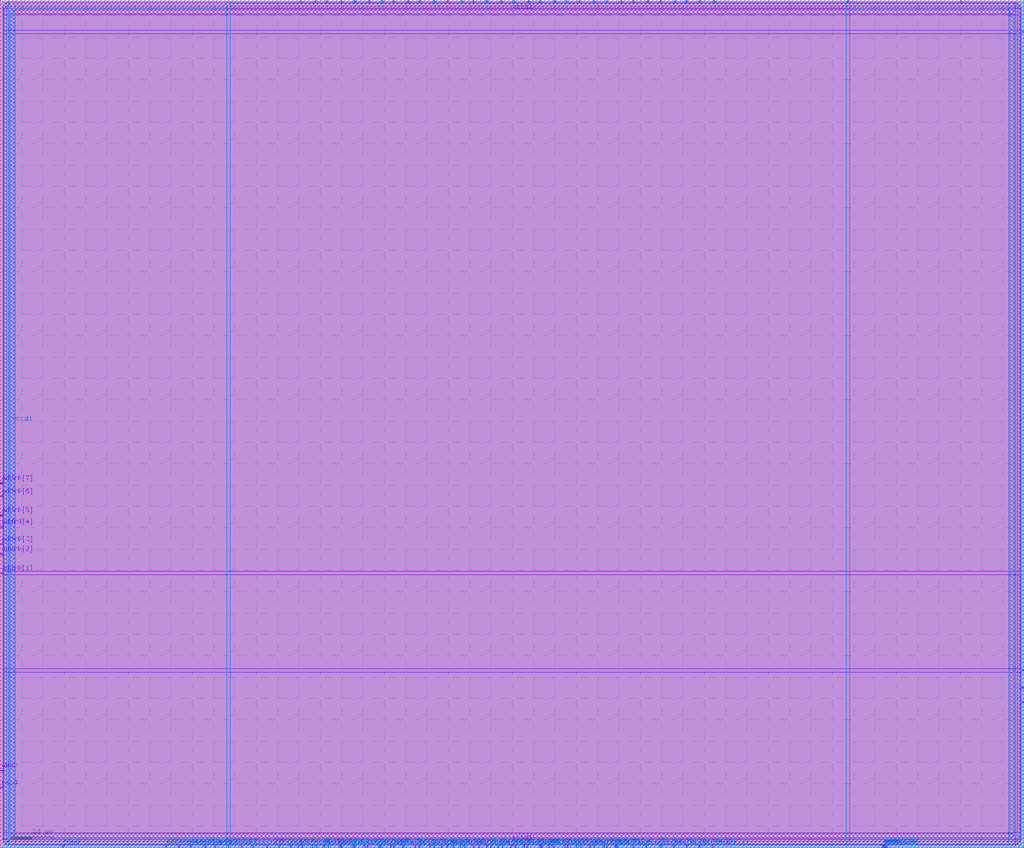
<source format=lef>
# Copyright 2020 The SkyWater PDK Authors
#
# Licensed under the Apache License, Version 2.0 (the "License");
# you may not use this file except in compliance with the License.
# You may obtain a copy of the License at
#
#     https://www.apache.org/licenses/LICENSE-2.0
#
# Unless required by applicable law or agreed to in writing, software
# distributed under the License is distributed on an "AS IS" BASIS,
# WITHOUT WARRANTIES OR CONDITIONS OF ANY KIND, either express or implied.
# See the License for the specific language governing permissions and
# limitations under the License.
#
# SPDX-License-Identifier: Apache-2.0

VERSION 5.7 ;

BUSBITCHARS "[]" ;
DIVIDERCHAR "/" ;

UNITS
  TIME NANOSECONDS 1 ;
  CAPACITANCE PICOFARADS 1 ;
  RESISTANCE OHMS 1 ;
  DATABASE MICRONS 1000 ;
END UNITS

MANUFACTURINGGRID 0.005 ;
USEMINSPACING OBS OFF ;

PROPERTYDEFINITIONS
  LAYER LEF58_TYPE STRING ;
END PROPERTYDEFINITIONS

# High density, single height
SITE unithd
  SYMMETRY Y ;
  CLASS CORE ;
  SIZE 0.46 BY 2.72 ;
END unithd

# High density, double height
SITE unithddbl
  SYMMETRY Y ;
  CLASS CORE ;
  SIZE 0.46 BY 5.44 ;
END unithddbl

LAYER nwell
  TYPE MASTERSLICE ;
  PROPERTY LEF58_TYPE "TYPE NWELL ;" ;
END nwell

LAYER pwell
  TYPE MASTERSLICE ;
  PROPERTY LEF58_TYPE "TYPE PWELL ;" ;
END pwell

LAYER li1
  TYPE ROUTING ;
  DIRECTION VERTICAL ;

  PITCH 0.46 0.34 ;
  OFFSET 0.23 0.17 ;

  WIDTH 0.17 ;          # LI 1
  # SPACING  0.17 ;     # LI 2
  SPACINGTABLE
     PARALLELRUNLENGTH 0
     WIDTH 0 0.17 ;
  AREA 0.0561 ;         # LI 6
  THICKNESS 0.1 ;
  EDGECAPACITANCE 40.697E-6 ;
  CAPACITANCE CPERSQDIST 36.9866E-6 ;
  RESISTANCE RPERSQ 17.0 ;

  ANTENNAMODEL OXIDE1 ;
  ANTENNADIFFSIDEAREARATIO PWL ( ( 0 75 ) ( 0.0125 75 ) ( 0.0225 85.125 ) ( 22.5 10200 ) ) ;
END li1

LAYER mcon
  TYPE CUT ;

  WIDTH 0.17 ;                # Mcon 1
  SPACING 0.19 ;              # Mcon 2
  ENCLOSURE BELOW 0 0 ;       # Mcon 4
  ENCLOSURE ABOVE 0.03 0.06 ; # Met1 4 / Met1 5
  RESISTANCE 23.0 ;

  ANTENNADIFFAREARATIO PWL ( ( 0 3 ) ( 0.0125 3 ) ( 0.0225 3.405 ) ( 22.5 408 ) ) ;
  DCCURRENTDENSITY AVERAGE 0.36 ; # mA per via Iavg_max at Tj = 90oC

END mcon

LAYER met1
  TYPE ROUTING ;
  DIRECTION HORIZONTAL ;

  PITCH 0.34 ;
  OFFSET 0.17 ;

  WIDTH 0.14 ;                     # Met1 1
  # SPACING 0.14 ;                 # Met1 2
  # SPACING 0.28 RANGE 3.001 100 ; # Met1 3b
  SPACINGTABLE
     PARALLELRUNLENGTH 0
     WIDTH 0 0.14
     WIDTH 3 0.28 ;
  AREA 0.083 ;                     # Met1 6
  THICKNESS 0.35 ;
  MINENCLOSEDAREA 0.14 ;

  ANTENNAMODEL OXIDE1 ;
  ANTENNADIFFSIDEAREARATIO PWL ( ( 0 400 ) ( 0.0125 400 ) ( 0.0225 2609 ) ( 22.5 11600 ) ) ;

  EDGECAPACITANCE 40.567E-6 ;
  CAPACITANCE CPERSQDIST 25.7784E-6 ;
  DCCURRENTDENSITY AVERAGE 2.8 ; # mA/um Iavg_max at Tj = 90oC
  ACCURRENTDENSITY RMS 6.1 ; # mA/um Irms_max at Tj = 90oC
  MAXIMUMDENSITY 70 ;
  DENSITYCHECKWINDOW 700 700 ;
  DENSITYCHECKSTEP 70 ;

  RESISTANCE RPERSQ 0.145 ;
END met1

LAYER via
  TYPE CUT ;
  WIDTH 0.15 ;                  # Via 1a
  SPACING 0.17 ;                # Via 2
  ENCLOSURE BELOW 0.055 0.085 ; # Via 4a / Via 5a
  ENCLOSURE ABOVE 0.055 0.085 ; # Met2 4 / Met2 5
  RESISTANCE 15.0 ;

  ANTENNADIFFAREARATIO PWL ( ( 0 6 ) ( 0.0125 6 ) ( 0.0225 6.81 ) ( 22.5 816 ) ) ;
  DCCURRENTDENSITY AVERAGE 0.29 ; # mA per via Iavg_max at Tj = 90oC
END via

LAYER met2
  TYPE ROUTING ;
  DIRECTION VERTICAL ;

  PITCH 0.46 ;
  OFFSET 0.23 ;

  WIDTH 0.14 ;                        # Met2 1
  # SPACING  0.14 ;                   # Met2 2
  # SPACING  0.28 RANGE 3.001 100 ;   # Met2 3b
  SPACINGTABLE
     PARALLELRUNLENGTH 0
     WIDTH 0 0.14
     WIDTH 3 0.28 ;
  AREA 0.0676 ;                       # Met2 6
  THICKNESS 0.35 ;
  MINENCLOSEDAREA 0.14 ;

  EDGECAPACITANCE 37.759E-6 ;
  CAPACITANCE CPERSQDIST 16.9423E-6 ;
  RESISTANCE RPERSQ 0.145 ;
  DCCURRENTDENSITY AVERAGE 2.8 ; # mA/um Iavg_max at Tj = 90oC
  ACCURRENTDENSITY RMS 6.1 ; # mA/um Irms_max at Tj = 90oC

  ANTENNAMODEL OXIDE1 ;
  ANTENNADIFFSIDEAREARATIO PWL ( ( 0 400 ) ( 0.0125 400 ) ( 0.0225 2609 ) ( 22.5 11600 ) ) ;

  MAXIMUMDENSITY 70 ;
  DENSITYCHECKWINDOW 700 700 ;
  DENSITYCHECKSTEP 70 ;
END met2

# ******** Layer via2, type routing, number 44 **************
LAYER via2
  TYPE CUT ;
  WIDTH 0.2 ;                   # Via2 1
  SPACING 0.2 ;                 # Via2 2
  ENCLOSURE BELOW 0.04 0.085 ;  # Via2 4
  ENCLOSURE ABOVE 0.065 0.065 ; # Met3 4
  RESISTANCE 8.0 ;
  ANTENNADIFFAREARATIO PWL ( ( 0 6 ) ( 0.0125 6 ) ( 0.0225 6.81 ) ( 22.5 816 ) ) ;
  DCCURRENTDENSITY AVERAGE 0.48 ; # mA per via Iavg_max at Tj = 90oC
END via2

LAYER met3
  TYPE ROUTING ;
  DIRECTION HORIZONTAL ;

  PITCH 0.68 ;
  OFFSET 0.34 ;

  WIDTH 0.3 ;              # Met3 1
  # SPACING 0.3 ;          # Met3 2
  SPACINGTABLE
     PARALLELRUNLENGTH 0
     WIDTH 0 0.3
     WIDTH 3 0.4 ;
  AREA 0.24 ;              # Met3 6
  THICKNESS 0.8 ;

  EDGECAPACITANCE 40.989E-6 ;
  CAPACITANCE CPERSQDIST 12.3729E-6 ;
  RESISTANCE RPERSQ 0.056 ;
  DCCURRENTDENSITY AVERAGE 6.8 ; # mA/um Iavg_max at Tj = 90oC
  ACCURRENTDENSITY RMS 14.9 ; # mA/um Irms_max at Tj = 90oC

  ANTENNAMODEL OXIDE1 ;
  ANTENNADIFFSIDEAREARATIO PWL ( ( 0 400 ) ( 0.0125 400 ) ( 0.0225 2609 ) ( 22.5 11600 ) ) ;

  MAXIMUMDENSITY 70 ;
  DENSITYCHECKWINDOW 700 700 ;
  DENSITYCHECKSTEP 70 ;
END met3

LAYER via3
  TYPE CUT ;
  WIDTH 0.2 ;                   # Via3 1
  SPACING 0.2 ;                 # Via3 2
  ENCLOSURE BELOW 0.06 0.09 ;   # Via3 4 / Via3 5
  ENCLOSURE ABOVE 0.065 0.065 ; # Met4 3
  RESISTANCE 8.0 ;
  ANTENNADIFFAREARATIO PWL ( ( 0 6 ) ( 0.0125 6 ) ( 0.0225 6.81 ) ( 22.5 816 ) ) ;
  DCCURRENTDENSITY AVERAGE 0.48 ; # mA per via Iavg_max at Tj = 90oC
END via3

LAYER met4
  TYPE ROUTING ;
  DIRECTION VERTICAL ;

  PITCH 0.92 ;
  OFFSET 0.46 ;

  WIDTH 0.3 ;             # Met4 1
  # SPACING  0.3 ;             # Met4 2
  SPACINGTABLE
     PARALLELRUNLENGTH 0
     WIDTH 0 0.3
     WIDTH 3 0.4 ;
  AREA 0.24 ;            # Met4 4a

  THICKNESS 0.8 ;

  EDGECAPACITANCE 36.676E-6 ;
  CAPACITANCE CPERSQDIST 8.41537E-6 ;
  RESISTANCE RPERSQ 0.056 ;
  DCCURRENTDENSITY AVERAGE 6.8 ; # mA/um Iavg_max at Tj = 90oC
  ACCURRENTDENSITY RMS 14.9 ; # mA/um Irms_max at Tj = 90oC

  ANTENNAMODEL OXIDE1 ;
  ANTENNADIFFSIDEAREARATIO PWL ( ( 0 400 ) ( 0.0125 400 ) ( 0.0225 2609 ) ( 22.5 11600 ) ) ;

  MAXIMUMDENSITY 70 ;
  DENSITYCHECKWINDOW 700 700 ;
  DENSITYCHECKSTEP 70 ;
END met4

LAYER via4
  TYPE CUT ;

  WIDTH 0.8 ;                 # Via4 1
  SPACING 0.8 ;               # Via4 2
  ENCLOSURE BELOW 0.19 0.19 ; # Via4 4
  ENCLOSURE ABOVE 0.31 0.31 ; # Met5 3
  RESISTANCE 0.891 ;
  ANTENNADIFFAREARATIO PWL ( ( 0 6 ) ( 0.0125 6 ) ( 0.0225 6.81 ) ( 22.5 816 ) ) ;
  DCCURRENTDENSITY AVERAGE 2.49 ; # mA per via Iavg_max at Tj = 90oC
END via4

LAYER met5
  TYPE ROUTING ;
  DIRECTION HORIZONTAL ;

  PITCH 3.4 ;
  OFFSET 1.7 ;

  WIDTH 1.6 ;            # Met5 1
  #SPACING  1.6 ;        # Met5 2
  SPACINGTABLE
     PARALLELRUNLENGTH 0
     WIDTH 0 1.6 ;
  AREA 4 ;               # Met5 4

  THICKNESS 1.2 ;

  EDGECAPACITANCE 38.851E-6 ;
  CAPACITANCE CPERSQDIST 6.32063E-6 ;
  RESISTANCE RPERSQ 0.0358 ;
  DCCURRENTDENSITY AVERAGE 10.17 ; # mA/um Iavg_max at Tj = 90oC
  ACCURRENTDENSITY RMS 22.34 ; # mA/um Irms_max at Tj = 90oC

  ANTENNAMODEL OXIDE1 ;
  ANTENNADIFFSIDEAREARATIO PWL ( ( 0 400 ) ( 0.0125 400 ) ( 0.0225 2609 ) ( 22.5 11600 ) ) ;
END met5


### Routing via cells section   ###
# Plus via rule, metals are along the prefered direction
VIA L1M1_PR DEFAULT
  LAYER mcon ;
  RECT -0.085 -0.085 0.085 0.085 ;
  LAYER li1 ;
  RECT -0.085 -0.085 0.085 0.085 ;
  LAYER met1 ;
  RECT -0.145 -0.115 0.145 0.115 ;
END L1M1_PR

VIARULE L1M1_PR GENERATE
  LAYER li1 ;
  ENCLOSURE 0 0 ;
  LAYER met1 ;
  ENCLOSURE 0.06 0.03 ;
  LAYER mcon ;
  RECT -0.085 -0.085 0.085 0.085 ;
  SPACING 0.36 BY 0.36 ;
END L1M1_PR

# Plus via rule, metals are along the non prefered direction
VIA L1M1_PR_R DEFAULT
  LAYER mcon ;
  RECT -0.085 -0.085 0.085 0.085 ;
  LAYER li1 ;
  RECT -0.085 -0.085 0.085 0.085 ;
  LAYER met1 ;
  RECT -0.115 -0.145 0.115 0.145 ;
END L1M1_PR_R

VIARULE L1M1_PR_R GENERATE
  LAYER li1 ;
  ENCLOSURE 0 0 ;
  LAYER met1 ;
  ENCLOSURE 0.03 0.06 ;
  LAYER mcon ;
  RECT -0.085 -0.085 0.085 0.085 ;
  SPACING 0.36 BY 0.36 ;
END L1M1_PR_R

# Minus via rule, lower layer metal is along prefered direction
VIA L1M1_PR_M DEFAULT
  LAYER mcon ;
  RECT -0.085 -0.085 0.085 0.085 ;
  LAYER li1 ;
  RECT -0.085 -0.085 0.085 0.085 ;
  LAYER met1 ;
  RECT -0.115 -0.145 0.115 0.145 ;
END L1M1_PR_M

VIARULE L1M1_PR_M GENERATE
  LAYER li1 ;
  ENCLOSURE 0 0 ;
  LAYER met1 ;
  ENCLOSURE 0.03 0.06 ;
  LAYER mcon ;
  RECT -0.085 -0.085 0.085 0.085 ;
  SPACING 0.36 BY 0.36 ;
END L1M1_PR_M

# Minus via rule, upper layer metal is along prefered direction
VIA L1M1_PR_MR DEFAULT
  LAYER mcon ;
  RECT -0.085 -0.085 0.085 0.085 ;
  LAYER li1 ;
  RECT -0.085 -0.085 0.085 0.085 ;
  LAYER met1 ;
  RECT -0.145 -0.115 0.145 0.115 ;
END L1M1_PR_MR

VIARULE L1M1_PR_MR GENERATE
  LAYER li1 ;
  ENCLOSURE 0 0 ;
  LAYER met1 ;
  ENCLOSURE 0.06 0.03 ;
  LAYER mcon ;
  RECT -0.085 -0.085 0.085 0.085 ;
  SPACING 0.36 BY 0.36 ;
END L1M1_PR_MR

# Centered via rule, we really do not want to use it
VIA L1M1_PR_C DEFAULT
  LAYER mcon ;
  RECT -0.085 -0.085 0.085 0.085 ;
  LAYER li1 ;
  RECT -0.085 -0.085 0.085 0.085 ;
  LAYER met1 ;
  RECT -0.145 -0.145 0.145 0.145 ;
END L1M1_PR_C

VIARULE L1M1_PR_C GENERATE
  LAYER li1 ;
  ENCLOSURE 0 0 ;
  LAYER met1 ;
  ENCLOSURE 0.06 0.06 ;
  LAYER mcon ;
  RECT -0.085 -0.085 0.085 0.085 ;
  SPACING 0.36 BY 0.36 ;
END L1M1_PR_C

# Plus via rule, metals are along the prefered direction
VIA M1M2_PR DEFAULT
  LAYER via ;
  RECT -0.075 -0.075 0.075 0.075 ;
  LAYER met1 ;
  RECT -0.16 -0.13 0.16 0.13 ;
  LAYER met2 ;
  RECT -0.13 -0.16 0.13 0.16 ;
END M1M2_PR

VIARULE M1M2_PR GENERATE
  LAYER met1 ;
  ENCLOSURE 0.085 0.055 ;
  LAYER met2 ;
  ENCLOSURE 0.055 0.085 ;
  LAYER via ;
  RECT -0.075 -0.075 0.075 0.075 ;
  SPACING 0.32 BY 0.32 ;
END M1M2_PR

# Plus via rule, metals are along the non prefered direction
VIA M1M2_PR_R DEFAULT
  LAYER via ;
  RECT -0.075 -0.075 0.075 0.075 ;
  LAYER met1 ;
  RECT -0.13 -0.16 0.13 0.16 ;
  LAYER met2 ;
  RECT -0.16 -0.13 0.16 0.13 ;
END M1M2_PR_R

VIARULE M1M2_PR_R GENERATE
  LAYER met1 ;
  ENCLOSURE 0.055 0.085 ;
  LAYER met2 ;
  ENCLOSURE 0.085 0.055 ;
  LAYER via ;
  RECT -0.075 -0.075 0.075 0.075 ;
  SPACING 0.32 BY 0.32 ;
END M1M2_PR_R

# Minus via rule, lower layer metal is along prefered direction
VIA M1M2_PR_M DEFAULT
  LAYER via ;
  RECT -0.075 -0.075 0.075 0.075 ;
  LAYER met1 ;
  RECT -0.16 -0.13 0.16 0.13 ;
  LAYER met2 ;
  RECT -0.16 -0.13 0.16 0.13 ;
END M1M2_PR_M

VIARULE M1M2_PR_M GENERATE
  LAYER met1 ;
  ENCLOSURE 0.085 0.055 ;
  LAYER met2 ;
  ENCLOSURE 0.085 0.055 ;
  LAYER via ;
  RECT -0.075 -0.075 0.075 0.075 ;
  SPACING 0.32 BY 0.32 ;
END M1M2_PR_M

# Minus via rule, upper layer metal is along prefered direction
VIA M1M2_PR_MR DEFAULT
  LAYER via ;
  RECT -0.075 -0.075 0.075 0.075 ;
  LAYER met1 ;
  RECT -0.13 -0.16 0.13 0.16 ;
  LAYER met2 ;
  RECT -0.13 -0.16 0.13 0.16 ;
END M1M2_PR_MR

VIARULE M1M2_PR_MR GENERATE
  LAYER met1 ;
  ENCLOSURE 0.055 0.085 ;
  LAYER met2 ;
  ENCLOSURE 0.055 0.085 ;
  LAYER via ;
  RECT -0.075 -0.075 0.075 0.075 ;
  SPACING 0.32 BY 0.32 ;
END M1M2_PR_MR

# Centered via rule, we really do not want to use it
VIA M1M2_PR_C DEFAULT
  LAYER via ;
  RECT -0.075 -0.075 0.075 0.075 ;
  LAYER met1 ;
  RECT -0.16 -0.16 0.16 0.16 ;
  LAYER met2 ;
  RECT -0.16 -0.16 0.16 0.16 ;
END M1M2_PR_C

VIARULE M1M2_PR_C GENERATE
  LAYER met1 ;
  ENCLOSURE 0.085 0.085 ;
  LAYER met2 ;
  ENCLOSURE 0.085 0.085 ;
  LAYER via ;
  RECT -0.075 -0.075 0.075 0.075 ;
  SPACING 0.32 BY 0.32 ;
END M1M2_PR_C

# Plus via rule, metals are along the prefered direction
VIA M2M3_PR DEFAULT
  LAYER via2 ;
  RECT -0.1 -0.1 0.1 0.1 ;
  LAYER met2 ;
  RECT -0.14 -0.185 0.14 0.185 ;
  LAYER met3 ;
  RECT -0.165 -0.165 0.165 0.165 ;
END M2M3_PR

VIARULE M2M3_PR GENERATE
  LAYER met2 ;
  ENCLOSURE 0.04 0.085 ;
  LAYER met3 ;
  ENCLOSURE 0.065 0.065 ;
  LAYER via2 ;
  RECT -0.1 -0.1 0.1 0.1 ;
  SPACING 0.4 BY 0.4 ;
END M2M3_PR

# Plus via rule, metals are along the non prefered direction
VIA M2M3_PR_R DEFAULT
  LAYER via2 ;
  RECT -0.1 -0.1 0.1 0.1 ;
  LAYER met2 ;
  RECT -0.185 -0.14 0.185 0.14 ;
  LAYER met3 ;
  RECT -0.165 -0.165 0.165 0.165 ;
END M2M3_PR_R

VIARULE M2M3_PR_R GENERATE
  LAYER met2 ;
  ENCLOSURE 0.085 0.04 ;
  LAYER met3 ;
  ENCLOSURE 0.065 0.065 ;
  LAYER via2 ;
  RECT -0.1 -0.1 0.1 0.1 ;
  SPACING 0.4 BY 0.4 ;
END M2M3_PR_R

# Minus via rule, lower layer metal is along prefered direction
VIA M2M3_PR_M DEFAULT
  LAYER via2 ;
  RECT -0.1 -0.1 0.1 0.1 ;
  LAYER met2 ;
  RECT -0.14 -0.185 0.14 0.185 ;
  LAYER met3 ;
  RECT -0.165 -0.165 0.165 0.165 ;
END M2M3_PR_M

VIARULE M2M3_PR_M GENERATE
  LAYER met2 ;
  ENCLOSURE 0.04 0.085 ;
  LAYER met3 ;
  ENCLOSURE 0.065 0.065 ;
  LAYER via2 ;
  RECT -0.1 -0.1 0.1 0.1 ;
  SPACING 0.4 BY 0.4 ;
END M2M3_PR_M

# Minus via rule, upper layer metal is along prefered direction
VIA M2M3_PR_MR DEFAULT
  LAYER via2 ;
  RECT -0.1 -0.1 0.1 0.1 ;
  LAYER met2 ;
  RECT -0.185 -0.14 0.185 0.14 ;
  LAYER met3 ;
  RECT -0.165 -0.165 0.165 0.165 ;
END M2M3_PR_MR

VIARULE M2M3_PR_MR GENERATE
  LAYER met2 ;
  ENCLOSURE 0.085 0.04 ;
  LAYER met3 ;
  ENCLOSURE 0.065 0.065 ;
  LAYER via2 ;
  RECT -0.1 -0.1 0.1 0.1 ;
  SPACING 0.4 BY 0.4 ;
END M2M3_PR_MR

# Centered via rule, we really do not want to use it
VIA M2M3_PR_C DEFAULT
  LAYER via2 ;
  RECT -0.1 -0.1 0.1 0.1 ;
  LAYER met2 ;
  RECT -0.185 -0.185 0.185 0.185 ;
  LAYER met3 ;
  RECT -0.165 -0.165 0.165 0.165 ;
END M2M3_PR_C

VIARULE M2M3_PR_C GENERATE
  LAYER met2 ;
  ENCLOSURE 0.085 0.085 ;
  LAYER met3 ;
  ENCLOSURE 0.065 0.065 ;
  LAYER via2 ;
  RECT -0.1 -0.1 0.1 0.1 ;
  SPACING 0.4 BY 0.4 ;
END M2M3_PR_C

# Plus via rule, metals are along the prefered direction
VIA M3M4_PR DEFAULT
  LAYER via3 ;
  RECT -0.1 -0.1 0.1 0.1 ;
  LAYER met3 ;
  RECT -0.19 -0.16 0.19 0.16 ;
  LAYER met4 ;
  RECT -0.165 -0.165 0.165 0.165 ;
END M3M4_PR

VIARULE M3M4_PR GENERATE
  LAYER met3 ;
  ENCLOSURE 0.09 0.06 ;
  LAYER met4 ;
  ENCLOSURE 0.065 0.065 ;
  LAYER via3 ;
  RECT -0.1 -0.1 0.1 0.1 ;
  SPACING 0.4 BY 0.4 ;
END M3M4_PR

# Plus via rule, metals are along the non prefered direction
VIA M3M4_PR_R DEFAULT
  LAYER via3 ;
  RECT -0.1 -0.1 0.1 0.1 ;
  LAYER met3 ;
  RECT -0.16 -0.19 0.16 0.19 ;
  LAYER met4 ;
  RECT -0.165 -0.165 0.165 0.165 ;
END M3M4_PR_R

VIARULE M3M4_PR_R GENERATE
  LAYER met3 ;
  ENCLOSURE 0.06 0.09 ;
  LAYER met4 ;
  ENCLOSURE 0.065 0.065 ;
  LAYER via3 ;
  RECT -0.1 -0.1 0.1 0.1 ;
  SPACING 0.4 BY 0.4 ;
END M3M4_PR_R

# Minus via rule, lower layer metal is along prefered direction
VIA M3M4_PR_M DEFAULT
  LAYER via3 ;
  RECT -0.1 -0.1 0.1 0.1 ;
  LAYER met3 ;
  RECT -0.19 -0.16 0.19 0.16 ;
  LAYER met4 ;
  RECT -0.165 -0.165 0.165 0.165 ;
END M3M4_PR_M

VIARULE M3M4_PR_M GENERATE
  LAYER met3 ;
  ENCLOSURE 0.09 0.06 ;
  LAYER met4 ;
  ENCLOSURE 0.065 0.065 ;
  LAYER via3 ;
  RECT -0.1 -0.1 0.1 0.1 ;
  SPACING 0.4 BY 0.4 ;
END M3M4_PR_M

# Minus via rule, upper layer metal is along prefered direction
VIA M3M4_PR_MR DEFAULT
  LAYER via3 ;
  RECT -0.1 -0.1 0.1 0.1 ;
  LAYER met3 ;
  RECT -0.16 -0.19 0.16 0.19 ;
  LAYER met4 ;
  RECT -0.165 -0.165 0.165 0.165 ;
END M3M4_PR_MR

VIARULE M3M4_PR_MR GENERATE
  LAYER met3 ;
  ENCLOSURE 0.06 0.09 ;
  LAYER met4 ;
  ENCLOSURE 0.065 0.065 ;
  LAYER via3 ;
  RECT -0.1 -0.1 0.1 0.1 ;
  SPACING 0.4 BY 0.4 ;
END M3M4_PR_MR

# Centered via rule, we really do not want to use it
VIA M3M4_PR_C DEFAULT
  LAYER via3 ;
  RECT -0.1 -0.1 0.1 0.1 ;
  LAYER met3 ;
  RECT -0.19 -0.19 0.19 0.19 ;
  LAYER met4 ;
  RECT -0.165 -0.165 0.165 0.165 ;
END M3M4_PR_C

VIARULE M3M4_PR_C GENERATE
  LAYER met3 ;
  ENCLOSURE 0.09 0.09 ;
  LAYER met4 ;
  ENCLOSURE 0.065 0.065 ;
  LAYER via3 ;
  RECT -0.1 -0.1 0.1 0.1 ;
  SPACING 0.4 BY 0.4 ;
END M3M4_PR_C

# Plus via rule, metals are along the prefered direction
VIA M4M5_PR DEFAULT
  LAYER via4 ;
  RECT -0.4 -0.4 0.4 0.4 ;
  LAYER met4 ;
  RECT -0.59 -0.59 0.59 0.59 ;
  LAYER met5 ;
  RECT -0.71 -0.71 0.71 0.71 ;
END M4M5_PR

VIARULE M4M5_PR GENERATE
  LAYER met4 ;
  ENCLOSURE 0.19 0.19 ;
  LAYER met5 ;
  ENCLOSURE 0.31 0.31 ;
  LAYER via4 ;
  RECT -0.4 -0.4 0.4 0.4 ;
  SPACING 1.6 BY 1.6 ;
END M4M5_PR

# Plus via rule, metals are along the non prefered direction
VIA M4M5_PR_R DEFAULT
  LAYER via4 ;
  RECT -0.4 -0.4 0.4 0.4 ;
  LAYER met4 ;
  RECT -0.59 -0.59 0.59 0.59 ;
  LAYER met5 ;
  RECT -0.71 -0.71 0.71 0.71 ;
END M4M5_PR_R

VIARULE M4M5_PR_R GENERATE
  LAYER met4 ;
  ENCLOSURE 0.19 0.19 ;
  LAYER met5 ;
  ENCLOSURE 0.31 0.31 ;
  LAYER via4 ;
  RECT -0.4 -0.4 0.4 0.4 ;
  SPACING 1.6 BY 1.6 ;
END M4M5_PR_R

# Minus via rule, lower layer metal is along prefered direction
VIA M4M5_PR_M DEFAULT
  LAYER via4 ;
  RECT -0.4 -0.4 0.4 0.4 ;
  LAYER met4 ;
  RECT -0.59 -0.59 0.59 0.59 ;
  LAYER met5 ;
  RECT -0.71 -0.71 0.71 0.71 ;
END M4M5_PR_M

VIARULE M4M5_PR_M GENERATE
  LAYER met4 ;
  ENCLOSURE 0.19 0.19 ;
  LAYER met5 ;
  ENCLOSURE 0.31 0.31 ;
  LAYER via4 ;
  RECT -0.4 -0.4 0.4 0.4 ;
  SPACING 1.6 BY 1.6 ;
END M4M5_PR_M

# Minus via rule, upper layer metal is along prefered direction
VIA M4M5_PR_MR DEFAULT
  LAYER via4 ;
  RECT -0.4 -0.4 0.4 0.4 ;
  LAYER met4 ;
  RECT -0.59 -0.59 0.59 0.59 ;
  LAYER met5 ;
  RECT -0.71 -0.71 0.71 0.71 ;
END M4M5_PR_MR

VIARULE M4M5_PR_MR GENERATE
  LAYER met4 ;
  ENCLOSURE 0.19 0.19 ;
  LAYER met5 ;
  ENCLOSURE 0.31 0.31 ;
  LAYER via4 ;
  RECT -0.4 -0.4 0.4 0.4 ;
  SPACING 1.6 BY 1.6 ;
END M4M5_PR_MR

# Centered via rule, we really do not want to use it
VIA M4M5_PR_C DEFAULT
  LAYER via4 ;
  RECT -0.4 -0.4 0.4 0.4 ;
  LAYER met4 ;
  RECT -0.59 -0.59 0.59 0.59 ;
  LAYER met5 ;
  RECT -0.71 -0.71 0.71 0.71 ;
END M4M5_PR_C

VIARULE M4M5_PR_C GENERATE
  LAYER met4 ;
  ENCLOSURE 0.19 0.19 ;
  LAYER met5 ;
  ENCLOSURE 0.31 0.31 ;
  LAYER via4 ;
  RECT -0.4 -0.4 0.4 0.4 ;
  SPACING 1.6 BY 1.6 ;
END M4M5_PR_C
###  end of single via cells   ###


MACRO sky130_fd_sc_hd__a2bb2o_1
  CLASS CORE ;
  FOREIGN sky130_fd_sc_hd__a2bb2o_1 ;
  ORIGIN 0.000 0.000 ;
  SIZE 3.680 BY 2.720 ;
  SYMMETRY X Y R90 ;
  SITE unithd ;
  PIN A1_N
    DIRECTION INPUT ;
    USE SIGNAL ;
    ANTENNAGATEAREA 0.126000 ;
    PORT
      LAYER li1 ;
        RECT 0.910 0.995 1.240 1.615 ;
    END
  END A1_N
  PIN A2_N
    DIRECTION INPUT ;
    USE SIGNAL ;
    ANTENNAGATEAREA 0.126000 ;
    PORT
      LAYER li1 ;
        RECT 1.410 0.995 1.700 1.375 ;
    END
  END A2_N
  PIN B1
    DIRECTION INPUT ;
    USE SIGNAL ;
    ANTENNAGATEAREA 0.126000 ;
    PORT
      LAYER li1 ;
        RECT 3.280 0.765 3.540 1.655 ;
    END
  END B1
  PIN B2
    DIRECTION INPUT ;
    USE SIGNAL ;
    ANTENNAGATEAREA 0.126000 ;
    PORT
      LAYER li1 ;
        RECT 2.600 1.355 3.080 1.655 ;
        RECT 2.820 0.765 3.080 1.355 ;
    END
  END B2
  PIN VGND
    DIRECTION INOUT ;
    USE GROUND ;
    SHAPE ABUTMENT ;
    PORT
      LAYER met1 ;
        RECT 0.000 -0.240 3.680 0.240 ;
    END
  END VGND
  PIN VNB
    DIRECTION INOUT ;
    USE GROUND ;
    PORT
      LAYER pwell ;
        RECT 0.005 0.785 0.925 1.015 ;
        RECT 0.005 0.105 3.590 0.785 ;
        RECT 0.150 -0.085 0.320 0.105 ;
    END
  END VNB
  PIN VPB
    DIRECTION INOUT ;
    USE POWER ;
    PORT
      LAYER nwell ;
        RECT -0.190 1.305 3.870 2.910 ;
    END
  END VPB
  PIN VPWR
    DIRECTION INOUT ;
    USE POWER ;
    SHAPE ABUTMENT ;
    PORT
      LAYER met1 ;
        RECT 0.000 2.480 3.680 2.960 ;
    END
  END VPWR
  PIN X
    DIRECTION OUTPUT ;
    USE SIGNAL ;
    ANTENNADIFFAREA 0.429000 ;
    PORT
      LAYER li1 ;
        RECT 0.085 1.525 0.345 2.465 ;
        RECT 0.085 0.810 0.260 1.525 ;
        RECT 0.085 0.255 0.345 0.810 ;
    END
  END X
  OBS
      LAYER li1 ;
        RECT 0.000 2.635 3.680 2.805 ;
        RECT 0.515 2.235 0.845 2.635 ;
        RECT 1.990 2.370 2.245 2.465 ;
        RECT 1.105 2.200 2.245 2.370 ;
        RECT 2.415 2.255 2.745 2.425 ;
        RECT 1.105 1.975 1.275 2.200 ;
        RECT 0.515 1.805 1.275 1.975 ;
        RECT 1.990 2.065 2.245 2.200 ;
        RECT 0.515 1.325 0.685 1.805 ;
        RECT 1.540 1.715 1.710 1.905 ;
        RECT 1.990 1.895 2.400 2.065 ;
        RECT 1.540 1.545 2.060 1.715 ;
        RECT 0.430 0.995 0.685 1.325 ;
        RECT 1.890 0.825 2.060 1.545 ;
        RECT 1.180 0.655 2.060 0.825 ;
        RECT 2.230 0.870 2.400 1.895 ;
        RECT 2.575 2.005 2.745 2.255 ;
        RECT 2.915 2.175 3.165 2.635 ;
        RECT 3.335 2.005 3.515 2.465 ;
        RECT 2.575 1.835 3.515 2.005 ;
        RECT 2.230 0.700 2.580 0.870 ;
        RECT 0.515 0.085 0.945 0.530 ;
        RECT 1.180 0.255 1.350 0.655 ;
        RECT 1.520 0.085 2.240 0.485 ;
        RECT 2.410 0.255 2.580 0.700 ;
        RECT 3.155 0.085 3.555 0.595 ;
        RECT 0.000 -0.085 3.680 0.085 ;
      LAYER mcon ;
        RECT 0.145 2.635 0.315 2.805 ;
        RECT 0.605 2.635 0.775 2.805 ;
        RECT 1.065 2.635 1.235 2.805 ;
        RECT 1.525 2.635 1.695 2.805 ;
        RECT 1.985 2.635 2.155 2.805 ;
        RECT 2.445 2.635 2.615 2.805 ;
        RECT 2.905 2.635 3.075 2.805 ;
        RECT 3.365 2.635 3.535 2.805 ;
        RECT 0.145 -0.085 0.315 0.085 ;
        RECT 0.605 -0.085 0.775 0.085 ;
        RECT 1.065 -0.085 1.235 0.085 ;
        RECT 1.525 -0.085 1.695 0.085 ;
        RECT 1.985 -0.085 2.155 0.085 ;
        RECT 2.445 -0.085 2.615 0.085 ;
        RECT 2.905 -0.085 3.075 0.085 ;
        RECT 3.365 -0.085 3.535 0.085 ;
  END
END sky130_fd_sc_hd__a2bb2o_1
MACRO sky130_fd_sc_hd__a2bb2o_2
  CLASS CORE ;
  FOREIGN sky130_fd_sc_hd__a2bb2o_2 ;
  ORIGIN 0.000 0.000 ;
  SIZE 4.140 BY 2.720 ;
  SYMMETRY X Y R90 ;
  SITE unithd ;
  PIN A1_N
    DIRECTION INPUT ;
    USE SIGNAL ;
    ANTENNAGATEAREA 0.159000 ;
    PORT
      LAYER li1 ;
        RECT 1.345 0.995 1.675 1.615 ;
    END
  END A1_N
  PIN A2_N
    DIRECTION INPUT ;
    USE SIGNAL ;
    ANTENNAGATEAREA 0.159000 ;
    PORT
      LAYER li1 ;
        RECT 1.845 0.995 2.135 1.375 ;
    END
  END A2_N
  PIN B1
    DIRECTION INPUT ;
    USE SIGNAL ;
    ANTENNAGATEAREA 0.159000 ;
    PORT
      LAYER li1 ;
        RECT 3.730 0.765 3.990 1.655 ;
    END
  END B1
  PIN B2
    DIRECTION INPUT ;
    USE SIGNAL ;
    ANTENNAGATEAREA 0.159000 ;
    PORT
      LAYER li1 ;
        RECT 3.050 1.355 3.530 1.655 ;
        RECT 3.270 0.765 3.530 1.355 ;
    END
  END B2
  PIN VGND
    DIRECTION INOUT ;
    USE GROUND ;
    SHAPE ABUTMENT ;
    PORT
      LAYER met1 ;
        RECT 0.000 -0.240 4.140 0.240 ;
    END
  END VGND
  PIN VNB
    DIRECTION INOUT ;
    USE GROUND ;
    PORT
      LAYER pwell ;
        RECT 0.015 0.785 1.360 1.015 ;
        RECT 0.015 0.105 4.040 0.785 ;
        RECT 0.125 -0.085 0.295 0.105 ;
    END
  END VNB
  PIN VPB
    DIRECTION INOUT ;
    USE POWER ;
    PORT
      LAYER nwell ;
        RECT -0.190 1.305 4.330 2.910 ;
    END
  END VPB
  PIN VPWR
    DIRECTION INOUT ;
    USE POWER ;
    SHAPE ABUTMENT ;
    PORT
      LAYER met1 ;
        RECT 0.000 2.480 4.140 2.960 ;
    END
  END VPWR
  PIN X
    DIRECTION OUTPUT ;
    USE SIGNAL ;
    ANTENNADIFFAREA 0.445500 ;
    PORT
      LAYER li1 ;
        RECT 0.525 1.525 0.780 2.465 ;
        RECT 0.525 0.810 0.695 1.525 ;
        RECT 0.525 0.255 0.780 0.810 ;
    END
  END X
  OBS
      LAYER li1 ;
        RECT 0.000 2.635 4.140 2.805 ;
        RECT 0.185 1.445 0.355 2.635 ;
        RECT 0.950 2.235 1.280 2.635 ;
        RECT 2.500 2.370 2.670 2.465 ;
        RECT 1.540 2.200 2.670 2.370 ;
        RECT 2.875 2.255 3.205 2.425 ;
        RECT 1.540 1.975 1.710 2.200 ;
        RECT 0.950 1.805 1.710 1.975 ;
        RECT 2.440 2.065 2.670 2.200 ;
        RECT 0.950 1.325 1.120 1.805 ;
        RECT 1.975 1.715 2.145 1.905 ;
        RECT 2.440 1.895 2.850 2.065 ;
        RECT 1.975 1.545 2.510 1.715 ;
        RECT 0.865 0.995 1.120 1.325 ;
        RECT 0.185 0.085 0.355 0.930 ;
        RECT 2.340 0.825 2.510 1.545 ;
        RECT 1.615 0.655 2.510 0.825 ;
        RECT 2.680 0.870 2.850 1.895 ;
        RECT 3.035 2.005 3.205 2.255 ;
        RECT 3.375 2.175 3.625 2.635 ;
        RECT 3.795 2.005 3.965 2.465 ;
        RECT 3.035 1.835 3.965 2.005 ;
        RECT 2.680 0.700 3.030 0.870 ;
        RECT 0.950 0.085 1.380 0.530 ;
        RECT 1.615 0.255 1.785 0.655 ;
        RECT 1.955 0.085 2.690 0.485 ;
        RECT 2.860 0.255 3.030 0.700 ;
        RECT 3.605 0.085 4.005 0.595 ;
        RECT 0.000 -0.085 4.140 0.085 ;
      LAYER mcon ;
        RECT 0.145 2.635 0.315 2.805 ;
        RECT 0.605 2.635 0.775 2.805 ;
        RECT 1.065 2.635 1.235 2.805 ;
        RECT 1.525 2.635 1.695 2.805 ;
        RECT 1.985 2.635 2.155 2.805 ;
        RECT 2.445 2.635 2.615 2.805 ;
        RECT 2.905 2.635 3.075 2.805 ;
        RECT 3.365 2.635 3.535 2.805 ;
        RECT 3.825 2.635 3.995 2.805 ;
        RECT 0.145 -0.085 0.315 0.085 ;
        RECT 0.605 -0.085 0.775 0.085 ;
        RECT 1.065 -0.085 1.235 0.085 ;
        RECT 1.525 -0.085 1.695 0.085 ;
        RECT 1.985 -0.085 2.155 0.085 ;
        RECT 2.445 -0.085 2.615 0.085 ;
        RECT 2.905 -0.085 3.075 0.085 ;
        RECT 3.365 -0.085 3.535 0.085 ;
        RECT 3.825 -0.085 3.995 0.085 ;
  END
END sky130_fd_sc_hd__a2bb2o_2
MACRO sky130_fd_sc_hd__a2bb2o_4
  CLASS CORE ;
  FOREIGN sky130_fd_sc_hd__a2bb2o_4 ;
  ORIGIN 0.000 0.000 ;
  SIZE 7.360 BY 2.720 ;
  SYMMETRY X Y R90 ;
  SITE unithd ;
  PIN A1_N
    DIRECTION INPUT ;
    USE SIGNAL ;
    ANTENNAGATEAREA 0.495000 ;
    PORT
      LAYER li1 ;
        RECT 3.475 1.445 4.965 1.615 ;
        RECT 3.475 1.325 3.645 1.445 ;
        RECT 3.315 1.075 3.645 1.325 ;
        RECT 4.605 1.075 4.965 1.445 ;
    END
  END A1_N
  PIN A2_N
    DIRECTION INPUT ;
    USE SIGNAL ;
    ANTENNAGATEAREA 0.495000 ;
    PORT
      LAYER li1 ;
        RECT 3.815 1.075 4.435 1.275 ;
    END
  END A2_N
  PIN B1
    DIRECTION INPUT ;
    USE SIGNAL ;
    ANTENNAGATEAREA 0.495000 ;
    PORT
      LAYER li1 ;
        RECT 0.085 1.445 1.685 1.615 ;
        RECT 0.085 1.075 0.575 1.445 ;
        RECT 1.515 1.245 1.685 1.445 ;
        RECT 1.515 1.075 1.895 1.245 ;
    END
  END B1
  PIN B2
    DIRECTION INPUT ;
    USE SIGNAL ;
    ANTENNAGATEAREA 0.495000 ;
    PORT
      LAYER li1 ;
        RECT 0.805 1.075 1.345 1.275 ;
    END
  END B2
  PIN VGND
    DIRECTION INOUT ;
    USE GROUND ;
    SHAPE ABUTMENT ;
    PORT
      LAYER met1 ;
        RECT 0.000 -0.240 7.360 0.240 ;
    END
  END VGND
  PIN VNB
    DIRECTION INOUT ;
    USE GROUND ;
    PORT
      LAYER pwell ;
        RECT 0.005 0.105 6.915 1.015 ;
        RECT 0.150 -0.085 0.320 0.105 ;
    END
  END VNB
  PIN VPB
    DIRECTION INOUT ;
    USE POWER ;
    PORT
      LAYER nwell ;
        RECT -0.190 1.305 7.550 2.910 ;
    END
  END VPB
  PIN VPWR
    DIRECTION INOUT ;
    USE POWER ;
    SHAPE ABUTMENT ;
    PORT
      LAYER met1 ;
        RECT 0.000 2.480 7.360 2.960 ;
    END
  END VPWR
  PIN X
    DIRECTION OUTPUT ;
    USE SIGNAL ;
    ANTENNADIFFAREA 0.891000 ;
    PORT
      LAYER li1 ;
        RECT 5.275 1.955 5.525 2.465 ;
        RECT 6.115 1.955 6.365 2.465 ;
        RECT 5.275 1.785 6.365 1.955 ;
        RECT 6.115 1.655 6.365 1.785 ;
        RECT 6.115 1.415 6.920 1.655 ;
        RECT 6.610 0.905 6.920 1.415 ;
        RECT 5.235 0.725 6.920 0.905 ;
        RECT 5.235 0.275 5.565 0.725 ;
        RECT 6.075 0.275 6.405 0.725 ;
    END
  END X
  OBS
      LAYER li1 ;
        RECT 0.000 2.635 7.360 2.805 ;
        RECT 0.135 1.955 0.385 2.465 ;
        RECT 0.555 2.125 0.805 2.635 ;
        RECT 0.975 1.955 1.225 2.465 ;
        RECT 1.395 2.125 1.645 2.635 ;
        RECT 1.815 2.295 2.905 2.465 ;
        RECT 1.815 1.955 2.065 2.295 ;
        RECT 2.655 2.135 2.905 2.295 ;
        RECT 3.175 2.135 3.425 2.635 ;
        RECT 3.595 2.295 4.685 2.465 ;
        RECT 3.595 2.135 3.845 2.295 ;
        RECT 0.135 1.785 2.065 1.955 ;
        RECT 1.855 1.455 2.065 1.785 ;
        RECT 2.235 1.965 2.485 2.125 ;
        RECT 4.015 1.965 4.265 2.125 ;
        RECT 2.235 1.415 2.620 1.965 ;
        RECT 3.135 1.785 4.265 1.965 ;
        RECT 4.435 1.785 4.685 2.295 ;
        RECT 4.855 1.795 5.105 2.635 ;
        RECT 5.695 2.165 5.945 2.635 ;
        RECT 6.535 1.825 6.785 2.635 ;
        RECT 3.135 1.665 3.305 1.785 ;
        RECT 2.955 1.495 3.305 1.665 ;
        RECT 2.235 0.905 2.445 1.415 ;
        RECT 2.955 1.245 3.145 1.495 ;
        RECT 2.615 1.075 3.145 1.245 ;
        RECT 5.135 1.245 5.460 1.615 ;
        RECT 5.135 1.075 6.440 1.245 ;
        RECT 2.955 0.905 3.145 1.075 ;
        RECT 0.175 0.085 0.345 0.895 ;
        RECT 0.515 0.475 0.765 0.905 ;
        RECT 0.935 0.735 2.525 0.905 ;
        RECT 0.935 0.645 1.270 0.735 ;
        RECT 0.515 0.255 1.685 0.475 ;
        RECT 1.855 0.085 2.025 0.555 ;
        RECT 2.195 0.255 2.525 0.735 ;
        RECT 2.955 0.725 4.725 0.905 ;
        RECT 2.695 0.085 3.385 0.555 ;
        RECT 3.555 0.255 3.885 0.725 ;
        RECT 4.055 0.085 4.225 0.555 ;
        RECT 4.395 0.255 4.725 0.725 ;
        RECT 4.895 0.085 5.065 0.895 ;
        RECT 5.735 0.085 5.905 0.555 ;
        RECT 6.575 0.085 6.745 0.555 ;
        RECT 0.000 -0.085 7.360 0.085 ;
      LAYER mcon ;
        RECT 0.145 2.635 0.315 2.805 ;
        RECT 0.605 2.635 0.775 2.805 ;
        RECT 1.065 2.635 1.235 2.805 ;
        RECT 1.525 2.635 1.695 2.805 ;
        RECT 1.985 2.635 2.155 2.805 ;
        RECT 2.445 2.635 2.615 2.805 ;
        RECT 2.905 2.635 3.075 2.805 ;
        RECT 3.365 2.635 3.535 2.805 ;
        RECT 3.825 2.635 3.995 2.805 ;
        RECT 4.285 2.635 4.455 2.805 ;
        RECT 4.745 2.635 4.915 2.805 ;
        RECT 5.205 2.635 5.375 2.805 ;
        RECT 5.665 2.635 5.835 2.805 ;
        RECT 6.125 2.635 6.295 2.805 ;
        RECT 6.585 2.635 6.755 2.805 ;
        RECT 7.045 2.635 7.215 2.805 ;
        RECT 2.450 1.445 2.620 1.615 ;
        RECT 5.230 1.445 5.400 1.615 ;
        RECT 0.145 -0.085 0.315 0.085 ;
        RECT 0.605 -0.085 0.775 0.085 ;
        RECT 1.065 -0.085 1.235 0.085 ;
        RECT 1.525 -0.085 1.695 0.085 ;
        RECT 1.985 -0.085 2.155 0.085 ;
        RECT 2.445 -0.085 2.615 0.085 ;
        RECT 2.905 -0.085 3.075 0.085 ;
        RECT 3.365 -0.085 3.535 0.085 ;
        RECT 3.825 -0.085 3.995 0.085 ;
        RECT 4.285 -0.085 4.455 0.085 ;
        RECT 4.745 -0.085 4.915 0.085 ;
        RECT 5.205 -0.085 5.375 0.085 ;
        RECT 5.665 -0.085 5.835 0.085 ;
        RECT 6.125 -0.085 6.295 0.085 ;
        RECT 6.585 -0.085 6.755 0.085 ;
        RECT 7.045 -0.085 7.215 0.085 ;
      LAYER met1 ;
        RECT 2.390 1.600 2.680 1.645 ;
        RECT 5.170 1.600 5.460 1.645 ;
        RECT 2.390 1.460 5.460 1.600 ;
        RECT 2.390 1.415 2.680 1.460 ;
        RECT 5.170 1.415 5.460 1.460 ;
  END
END sky130_fd_sc_hd__a2bb2o_4
MACRO sky130_fd_sc_hd__a2bb2oi_1
  CLASS CORE ;
  FOREIGN sky130_fd_sc_hd__a2bb2oi_1 ;
  ORIGIN 0.000 0.000 ;
  SIZE 3.220 BY 2.720 ;
  SYMMETRY X Y R90 ;
  SITE unithd ;
  PIN A1_N
    DIRECTION INPUT ;
    USE SIGNAL ;
    ANTENNAGATEAREA 0.247500 ;
    PORT
      LAYER li1 ;
        RECT 0.150 0.995 0.520 1.615 ;
    END
  END A1_N
  PIN A2_N
    DIRECTION INPUT ;
    USE SIGNAL ;
    ANTENNAGATEAREA 0.247500 ;
    PORT
      LAYER li1 ;
        RECT 0.725 1.010 1.240 1.275 ;
    END
  END A2_N
  PIN B1
    DIRECTION INPUT ;
    USE SIGNAL ;
    ANTENNAGATEAREA 0.247500 ;
    PORT
      LAYER li1 ;
        RECT 2.780 0.995 3.070 1.615 ;
    END
  END B1
  PIN B2
    DIRECTION INPUT ;
    USE SIGNAL ;
    ANTENNAGATEAREA 0.247500 ;
    PORT
      LAYER li1 ;
        RECT 2.245 0.995 2.610 1.615 ;
        RECT 2.440 0.425 2.610 0.995 ;
    END
  END B2
  PIN VGND
    DIRECTION INOUT ;
    USE GROUND ;
    SHAPE ABUTMENT ;
    PORT
      LAYER met1 ;
        RECT 0.000 -0.240 3.220 0.240 ;
    END
  END VGND
  PIN VNB
    DIRECTION INOUT ;
    USE GROUND ;
    PORT
      LAYER pwell ;
        RECT 0.005 0.105 3.215 1.015 ;
        RECT 0.145 -0.085 0.315 0.105 ;
    END
  END VNB
  PIN VPB
    DIRECTION INOUT ;
    USE POWER ;
    PORT
      LAYER nwell ;
        RECT -0.190 1.305 3.410 2.910 ;
    END
  END VPB
  PIN VPWR
    DIRECTION INOUT ;
    USE POWER ;
    SHAPE ABUTMENT ;
    PORT
      LAYER met1 ;
        RECT 0.000 2.480 3.220 2.960 ;
    END
  END VPWR
  PIN Y
    DIRECTION OUTPUT ;
    USE SIGNAL ;
    ANTENNADIFFAREA 0.515500 ;
    PORT
      LAYER li1 ;
        RECT 1.420 1.955 1.785 2.465 ;
        RECT 1.420 1.785 1.945 1.955 ;
        RECT 1.775 0.825 1.945 1.785 ;
        RECT 1.775 0.255 2.205 0.825 ;
    END
  END Y
  OBS
      LAYER li1 ;
        RECT 0.000 2.635 3.220 2.805 ;
        RECT 0.095 1.805 0.425 2.635 ;
        RECT 0.875 1.615 1.205 2.465 ;
        RECT 1.955 2.235 2.285 2.465 ;
        RECT 2.115 1.955 2.285 2.235 ;
        RECT 2.455 2.135 2.705 2.635 ;
        RECT 2.875 1.955 3.130 2.465 ;
        RECT 2.115 1.785 3.130 1.955 ;
        RECT 0.875 1.445 1.580 1.615 ;
        RECT 1.410 0.830 1.580 1.445 ;
        RECT 0.095 0.085 0.425 0.825 ;
        RECT 0.595 0.660 1.580 0.830 ;
        RECT 0.595 0.255 0.765 0.660 ;
        RECT 0.935 0.085 1.605 0.490 ;
        RECT 2.795 0.085 3.125 0.825 ;
        RECT 0.000 -0.085 3.220 0.085 ;
      LAYER mcon ;
        RECT 0.145 2.635 0.315 2.805 ;
        RECT 0.605 2.635 0.775 2.805 ;
        RECT 1.065 2.635 1.235 2.805 ;
        RECT 1.525 2.635 1.695 2.805 ;
        RECT 1.985 2.635 2.155 2.805 ;
        RECT 2.445 2.635 2.615 2.805 ;
        RECT 2.905 2.635 3.075 2.805 ;
        RECT 0.145 -0.085 0.315 0.085 ;
        RECT 0.605 -0.085 0.775 0.085 ;
        RECT 1.065 -0.085 1.235 0.085 ;
        RECT 1.525 -0.085 1.695 0.085 ;
        RECT 1.985 -0.085 2.155 0.085 ;
        RECT 2.445 -0.085 2.615 0.085 ;
        RECT 2.905 -0.085 3.075 0.085 ;
  END
END sky130_fd_sc_hd__a2bb2oi_1
MACRO sky130_fd_sc_hd__a2bb2oi_2
  CLASS CORE ;
  FOREIGN sky130_fd_sc_hd__a2bb2oi_2 ;
  ORIGIN 0.000 0.000 ;
  SIZE 5.520 BY 2.720 ;
  SYMMETRY X Y R90 ;
  SITE unithd ;
  PIN A1_N
    DIRECTION INPUT ;
    USE SIGNAL ;
    ANTENNAGATEAREA 0.495000 ;
    PORT
      LAYER li1 ;
        RECT 3.310 1.075 4.205 1.275 ;
    END
  END A1_N
  PIN A2_N
    DIRECTION INPUT ;
    USE SIGNAL ;
    ANTENNAGATEAREA 0.495000 ;
    PORT
      LAYER li1 ;
        RECT 4.455 1.075 5.435 1.275 ;
    END
  END A2_N
  PIN B1
    DIRECTION INPUT ;
    USE SIGNAL ;
    ANTENNAGATEAREA 0.495000 ;
    PORT
      LAYER li1 ;
        RECT 0.085 1.445 2.030 1.615 ;
        RECT 0.085 1.075 0.710 1.445 ;
        RECT 1.700 1.075 2.030 1.445 ;
    END
  END B1
  PIN B2
    DIRECTION INPUT ;
    USE SIGNAL ;
    ANTENNAGATEAREA 0.495000 ;
    PORT
      LAYER li1 ;
        RECT 0.940 1.075 1.480 1.275 ;
    END
  END B2
  PIN VGND
    DIRECTION INOUT ;
    USE GROUND ;
    SHAPE ABUTMENT ;
    PORT
      LAYER met1 ;
        RECT 0.000 -0.240 5.520 0.240 ;
    END
  END VGND
  PIN VNB
    DIRECTION INOUT ;
    USE GROUND ;
    PORT
      LAYER pwell ;
        RECT 0.140 0.105 5.390 1.015 ;
        RECT 0.145 -0.085 0.315 0.105 ;
    END
  END VNB
  PIN VPB
    DIRECTION INOUT ;
    USE POWER ;
    PORT
      LAYER nwell ;
        RECT -0.190 1.305 5.710 2.910 ;
    END
  END VPB
  PIN VPWR
    DIRECTION INOUT ;
    USE POWER ;
    SHAPE ABUTMENT ;
    PORT
      LAYER met1 ;
        RECT 0.000 2.480 5.520 2.960 ;
    END
  END VPWR
  PIN Y
    DIRECTION OUTPUT ;
    USE SIGNAL ;
    ANTENNADIFFAREA 0.621000 ;
    PORT
      LAYER li1 ;
        RECT 2.370 1.660 2.620 2.125 ;
        RECT 2.370 0.905 2.660 1.660 ;
        RECT 1.070 0.725 2.660 0.905 ;
        RECT 1.070 0.645 1.400 0.725 ;
        RECT 2.330 0.255 2.660 0.725 ;
    END
  END Y
  OBS
      LAYER li1 ;
        RECT 0.000 2.635 5.520 2.805 ;
        RECT 0.270 1.955 0.520 2.465 ;
        RECT 0.690 2.135 0.940 2.635 ;
        RECT 1.110 1.955 1.360 2.465 ;
        RECT 1.530 2.135 1.780 2.635 ;
        RECT 1.950 2.295 3.040 2.465 ;
        RECT 1.950 1.955 2.200 2.295 ;
        RECT 0.270 1.785 2.200 1.955 ;
        RECT 2.790 1.795 3.040 2.295 ;
        RECT 3.310 1.965 3.560 2.465 ;
        RECT 3.730 2.135 3.980 2.635 ;
        RECT 4.150 2.295 5.240 2.465 ;
        RECT 4.150 1.965 4.400 2.295 ;
        RECT 3.310 1.785 4.400 1.965 ;
        RECT 4.570 1.615 4.820 2.125 ;
        RECT 2.950 1.445 4.820 1.615 ;
        RECT 4.990 1.455 5.240 2.295 ;
        RECT 2.950 1.325 3.120 1.445 ;
        RECT 2.830 0.995 3.120 1.325 ;
        RECT 2.950 0.905 3.120 0.995 ;
        RECT 0.310 0.085 0.480 0.895 ;
        RECT 0.650 0.475 0.900 0.895 ;
        RECT 2.950 0.725 4.860 0.905 ;
        RECT 0.650 0.255 1.820 0.475 ;
        RECT 1.990 0.085 2.160 0.555 ;
        RECT 2.830 0.085 3.520 0.555 ;
        RECT 3.690 0.255 4.020 0.725 ;
        RECT 4.190 0.085 4.360 0.555 ;
        RECT 4.530 0.255 4.860 0.725 ;
        RECT 5.030 0.085 5.200 0.905 ;
        RECT 0.000 -0.085 5.520 0.085 ;
      LAYER mcon ;
        RECT 0.145 2.635 0.315 2.805 ;
        RECT 0.605 2.635 0.775 2.805 ;
        RECT 1.065 2.635 1.235 2.805 ;
        RECT 1.525 2.635 1.695 2.805 ;
        RECT 1.985 2.635 2.155 2.805 ;
        RECT 2.445 2.635 2.615 2.805 ;
        RECT 2.905 2.635 3.075 2.805 ;
        RECT 3.365 2.635 3.535 2.805 ;
        RECT 3.825 2.635 3.995 2.805 ;
        RECT 4.285 2.635 4.455 2.805 ;
        RECT 4.745 2.635 4.915 2.805 ;
        RECT 5.205 2.635 5.375 2.805 ;
        RECT 0.145 -0.085 0.315 0.085 ;
        RECT 0.605 -0.085 0.775 0.085 ;
        RECT 1.065 -0.085 1.235 0.085 ;
        RECT 1.525 -0.085 1.695 0.085 ;
        RECT 1.985 -0.085 2.155 0.085 ;
        RECT 2.445 -0.085 2.615 0.085 ;
        RECT 2.905 -0.085 3.075 0.085 ;
        RECT 3.365 -0.085 3.535 0.085 ;
        RECT 3.825 -0.085 3.995 0.085 ;
        RECT 4.285 -0.085 4.455 0.085 ;
        RECT 4.745 -0.085 4.915 0.085 ;
        RECT 5.205 -0.085 5.375 0.085 ;
  END
END sky130_fd_sc_hd__a2bb2oi_2
MACRO sky130_fd_sc_hd__a2bb2oi_4
  CLASS CORE ;
  FOREIGN sky130_fd_sc_hd__a2bb2oi_4 ;
  ORIGIN 0.000 0.000 ;
  SIZE 9.660 BY 2.720 ;
  SYMMETRY X Y R90 ;
  SITE unithd ;
  PIN A1_N
    DIRECTION INPUT ;
    USE SIGNAL ;
    ANTENNAGATEAREA 0.990000 ;
    PORT
      LAYER li1 ;
        RECT 5.945 1.075 7.320 1.275 ;
    END
  END A1_N
  PIN A2_N
    DIRECTION INPUT ;
    USE SIGNAL ;
    ANTENNAGATEAREA 0.990000 ;
    PORT
      LAYER li1 ;
        RECT 7.595 1.075 9.045 1.275 ;
    END
  END A2_N
  PIN B1
    DIRECTION INPUT ;
    USE SIGNAL ;
    ANTENNAGATEAREA 0.990000 ;
    PORT
      LAYER li1 ;
        RECT 1.385 1.445 3.575 1.615 ;
        RECT 1.385 1.285 1.555 1.445 ;
        RECT 0.100 1.075 1.555 1.285 ;
        RECT 3.245 1.075 3.575 1.445 ;
    END
  END B1
  PIN B2
    DIRECTION INPUT ;
    USE SIGNAL ;
    ANTENNAGATEAREA 0.990000 ;
    PORT
      LAYER li1 ;
        RECT 1.725 1.075 3.075 1.275 ;
    END
  END B2
  PIN VGND
    DIRECTION INOUT ;
    USE GROUND ;
    SHAPE ABUTMENT ;
    PORT
      LAYER met1 ;
        RECT 0.000 -0.240 9.660 0.240 ;
    END
  END VGND
  PIN VNB
    DIRECTION INOUT ;
    USE GROUND ;
    PORT
      LAYER pwell ;
        RECT 0.005 0.105 9.435 1.015 ;
        RECT 0.150 -0.085 0.320 0.105 ;
    END
  END VNB
  PIN VPB
    DIRECTION INOUT ;
    USE POWER ;
    PORT
      LAYER nwell ;
        RECT -0.190 1.305 9.850 2.910 ;
    END
  END VPB
  PIN VPWR
    DIRECTION INOUT ;
    USE POWER ;
    SHAPE ABUTMENT ;
    PORT
      LAYER met1 ;
        RECT 0.000 2.480 9.660 2.960 ;
    END
  END VPWR
  PIN Y
    DIRECTION OUTPUT ;
    USE SIGNAL ;
    ANTENNADIFFAREA 1.242000 ;
    PORT
      LAYER li1 ;
        RECT 3.915 1.615 4.165 2.125 ;
        RECT 4.745 1.615 4.965 2.125 ;
        RECT 3.745 1.415 4.965 1.615 ;
        RECT 3.745 0.905 3.915 1.415 ;
        RECT 1.775 0.725 5.045 0.905 ;
        RECT 1.775 0.645 2.995 0.725 ;
        RECT 3.875 0.275 4.205 0.725 ;
        RECT 4.715 0.275 5.045 0.725 ;
    END
  END Y
  OBS
      LAYER li1 ;
        RECT 0.000 2.635 9.660 2.805 ;
        RECT 0.085 1.625 0.425 2.465 ;
        RECT 0.595 1.795 0.805 2.635 ;
        RECT 0.975 1.965 1.215 2.465 ;
        RECT 1.395 2.135 1.645 2.635 ;
        RECT 1.815 1.965 2.065 2.465 ;
        RECT 2.235 2.135 2.485 2.635 ;
        RECT 2.655 1.965 2.905 2.465 ;
        RECT 3.075 2.135 3.325 2.635 ;
        RECT 3.495 2.295 5.465 2.465 ;
        RECT 3.495 1.965 3.745 2.295 ;
        RECT 0.975 1.795 3.745 1.965 ;
        RECT 4.335 1.795 4.575 2.295 ;
        RECT 0.975 1.625 1.215 1.795 ;
        RECT 0.085 1.455 1.215 1.625 ;
        RECT 5.135 1.455 5.465 2.295 ;
        RECT 5.655 1.625 5.985 2.465 ;
        RECT 6.155 1.795 6.365 2.635 ;
        RECT 6.540 1.625 6.780 2.465 ;
        RECT 6.955 1.795 7.205 2.635 ;
        RECT 7.375 2.295 9.310 2.465 ;
        RECT 7.375 1.625 7.625 2.295 ;
        RECT 5.655 1.455 7.625 1.625 ;
        RECT 7.795 1.625 8.045 2.125 ;
        RECT 8.215 1.795 8.465 2.295 ;
        RECT 8.635 1.625 8.885 2.125 ;
        RECT 9.060 1.795 9.310 2.295 ;
        RECT 7.795 1.455 9.575 1.625 ;
        RECT 4.085 1.075 5.725 1.245 ;
        RECT 5.555 0.905 5.725 1.075 ;
        RECT 9.215 0.905 9.575 1.455 ;
        RECT 0.175 0.085 0.345 0.895 ;
        RECT 0.515 0.725 1.605 0.905 ;
        RECT 5.555 0.735 9.575 0.905 ;
        RECT 0.515 0.255 0.845 0.725 ;
        RECT 1.015 0.085 1.185 0.555 ;
        RECT 1.355 0.475 1.605 0.725 ;
        RECT 6.075 0.725 8.925 0.735 ;
        RECT 1.355 0.255 3.365 0.475 ;
        RECT 3.535 0.085 3.705 0.555 ;
        RECT 4.375 0.085 4.545 0.555 ;
        RECT 5.215 0.085 5.905 0.555 ;
        RECT 6.075 0.255 6.405 0.725 ;
        RECT 6.575 0.085 6.745 0.555 ;
        RECT 6.915 0.255 7.245 0.725 ;
        RECT 7.415 0.085 7.585 0.555 ;
        RECT 7.755 0.255 8.085 0.725 ;
        RECT 8.255 0.085 8.425 0.555 ;
        RECT 8.595 0.255 8.925 0.725 ;
        RECT 9.095 0.085 9.265 0.555 ;
        RECT 0.000 -0.085 9.660 0.085 ;
      LAYER mcon ;
        RECT 0.145 2.635 0.315 2.805 ;
        RECT 0.605 2.635 0.775 2.805 ;
        RECT 1.065 2.635 1.235 2.805 ;
        RECT 1.525 2.635 1.695 2.805 ;
        RECT 1.985 2.635 2.155 2.805 ;
        RECT 2.445 2.635 2.615 2.805 ;
        RECT 2.905 2.635 3.075 2.805 ;
        RECT 3.365 2.635 3.535 2.805 ;
        RECT 3.825 2.635 3.995 2.805 ;
        RECT 4.285 2.635 4.455 2.805 ;
        RECT 4.745 2.635 4.915 2.805 ;
        RECT 5.205 2.635 5.375 2.805 ;
        RECT 5.665 2.635 5.835 2.805 ;
        RECT 6.125 2.635 6.295 2.805 ;
        RECT 6.585 2.635 6.755 2.805 ;
        RECT 7.045 2.635 7.215 2.805 ;
        RECT 7.505 2.635 7.675 2.805 ;
        RECT 7.965 2.635 8.135 2.805 ;
        RECT 8.425 2.635 8.595 2.805 ;
        RECT 8.885 2.635 9.055 2.805 ;
        RECT 9.345 2.635 9.515 2.805 ;
        RECT 0.145 -0.085 0.315 0.085 ;
        RECT 0.605 -0.085 0.775 0.085 ;
        RECT 1.065 -0.085 1.235 0.085 ;
        RECT 1.525 -0.085 1.695 0.085 ;
        RECT 1.985 -0.085 2.155 0.085 ;
        RECT 2.445 -0.085 2.615 0.085 ;
        RECT 2.905 -0.085 3.075 0.085 ;
        RECT 3.365 -0.085 3.535 0.085 ;
        RECT 3.825 -0.085 3.995 0.085 ;
        RECT 4.285 -0.085 4.455 0.085 ;
        RECT 4.745 -0.085 4.915 0.085 ;
        RECT 5.205 -0.085 5.375 0.085 ;
        RECT 5.665 -0.085 5.835 0.085 ;
        RECT 6.125 -0.085 6.295 0.085 ;
        RECT 6.585 -0.085 6.755 0.085 ;
        RECT 7.045 -0.085 7.215 0.085 ;
        RECT 7.505 -0.085 7.675 0.085 ;
        RECT 7.965 -0.085 8.135 0.085 ;
        RECT 8.425 -0.085 8.595 0.085 ;
        RECT 8.885 -0.085 9.055 0.085 ;
        RECT 9.345 -0.085 9.515 0.085 ;
  END
END sky130_fd_sc_hd__a2bb2oi_4
MACRO sky130_fd_sc_hd__a21bo_1
  CLASS CORE ;
  FOREIGN sky130_fd_sc_hd__a21bo_1 ;
  ORIGIN 0.000 0.000 ;
  SIZE 3.680 BY 2.720 ;
  SYMMETRY X Y R90 ;
  SITE unithd ;
  PIN A1
    DIRECTION INPUT ;
    USE SIGNAL ;
    ANTENNAGATEAREA 0.247500 ;
    PORT
      LAYER li1 ;
        RECT 1.750 0.995 2.175 1.615 ;
    END
  END A1
  PIN A2
    DIRECTION INPUT ;
    USE SIGNAL ;
    ANTENNAGATEAREA 0.247500 ;
    PORT
      LAYER li1 ;
        RECT 2.370 0.995 2.630 1.615 ;
    END
  END A2
  PIN B1_N
    DIRECTION INPUT ;
    USE SIGNAL ;
    ANTENNAGATEAREA 0.126000 ;
    PORT
      LAYER li1 ;
        RECT 0.105 0.325 0.335 1.665 ;
    END
  END B1_N
  PIN VGND
    DIRECTION INOUT ;
    USE GROUND ;
    SHAPE ABUTMENT ;
    PORT
      LAYER met1 ;
        RECT 0.000 -0.240 3.680 0.240 ;
    END
  END VGND
  PIN VNB
    DIRECTION INOUT ;
    USE GROUND ;
    PORT
      LAYER pwell ;
        RECT 0.145 -0.085 0.315 0.085 ;
    END
  END VNB
  PIN VPB
    DIRECTION INOUT ;
    USE POWER ;
    PORT
      LAYER nwell ;
        RECT -0.190 1.305 3.870 2.910 ;
    END
  END VPB
  PIN VPWR
    DIRECTION INOUT ;
    USE POWER ;
    SHAPE ABUTMENT ;
    PORT
      LAYER met1 ;
        RECT 0.000 2.480 3.680 2.960 ;
    END
  END VPWR
  PIN X
    DIRECTION OUTPUT ;
    USE SIGNAL ;
    ANTENNADIFFAREA 0.429000 ;
    PORT
      LAYER li1 ;
        RECT 3.300 0.265 3.580 2.455 ;
    END
  END X
  OBS
      LAYER pwell ;
        RECT 0.850 0.785 3.675 1.015 ;
        RECT 0.345 0.105 3.675 0.785 ;
      LAYER li1 ;
        RECT 0.000 2.635 3.680 2.805 ;
        RECT 0.105 2.045 0.345 2.435 ;
        RECT 0.515 2.225 0.865 2.635 ;
        RECT 0.105 1.845 0.855 2.045 ;
        RECT 0.515 1.165 0.855 1.845 ;
        RECT 1.035 1.345 1.365 2.455 ;
        RECT 1.535 1.985 1.715 2.455 ;
        RECT 1.885 2.155 2.215 2.635 ;
        RECT 2.390 1.985 2.560 2.455 ;
        RECT 1.535 1.785 2.560 1.985 ;
        RECT 2.825 1.495 3.110 2.635 ;
        RECT 0.515 0.265 0.745 1.165 ;
        RECT 1.035 1.045 1.580 1.345 ;
        RECT 0.945 0.085 1.190 0.865 ;
        RECT 1.360 0.815 1.580 1.045 ;
        RECT 2.840 0.815 3.100 1.325 ;
        RECT 1.360 0.625 3.100 0.815 ;
        RECT 1.360 0.265 1.790 0.625 ;
        RECT 2.370 0.085 3.100 0.455 ;
        RECT 0.000 -0.085 3.680 0.085 ;
      LAYER mcon ;
        RECT 0.145 2.635 0.315 2.805 ;
        RECT 0.605 2.635 0.775 2.805 ;
        RECT 1.065 2.635 1.235 2.805 ;
        RECT 1.525 2.635 1.695 2.805 ;
        RECT 1.985 2.635 2.155 2.805 ;
        RECT 2.445 2.635 2.615 2.805 ;
        RECT 2.905 2.635 3.075 2.805 ;
        RECT 3.365 2.635 3.535 2.805 ;
        RECT 0.145 -0.085 0.315 0.085 ;
        RECT 0.605 -0.085 0.775 0.085 ;
        RECT 1.065 -0.085 1.235 0.085 ;
        RECT 1.525 -0.085 1.695 0.085 ;
        RECT 1.985 -0.085 2.155 0.085 ;
        RECT 2.445 -0.085 2.615 0.085 ;
        RECT 2.905 -0.085 3.075 0.085 ;
        RECT 3.365 -0.085 3.535 0.085 ;
  END
END sky130_fd_sc_hd__a21bo_1
MACRO sky130_fd_sc_hd__a21bo_2
  CLASS CORE ;
  FOREIGN sky130_fd_sc_hd__a21bo_2 ;
  ORIGIN 0.000 0.000 ;
  SIZE 3.680 BY 2.720 ;
  SYMMETRY X Y R90 ;
  SITE unithd ;
  PIN A1
    DIRECTION INPUT ;
    USE SIGNAL ;
    ANTENNAGATEAREA 0.247500 ;
    PORT
      LAYER li1 ;
        RECT 2.685 0.995 3.100 1.615 ;
    END
  END A1
  PIN A2
    DIRECTION INPUT ;
    USE SIGNAL ;
    ANTENNAGATEAREA 0.247500 ;
    PORT
      LAYER li1 ;
        RECT 3.270 0.995 3.560 1.615 ;
    END
  END A2
  PIN B1_N
    DIRECTION INPUT ;
    USE SIGNAL ;
    ANTENNAGATEAREA 0.126000 ;
    PORT
      LAYER li1 ;
        RECT 1.070 1.035 1.525 1.325 ;
        RECT 1.330 0.995 1.525 1.035 ;
    END
  END B1_N
  PIN VGND
    DIRECTION INOUT ;
    USE GROUND ;
    SHAPE ABUTMENT ;
    PORT
      LAYER met1 ;
        RECT 0.000 -0.240 3.680 0.240 ;
    END
  END VGND
  PIN VNB
    DIRECTION INOUT ;
    USE GROUND ;
    PORT
      LAYER pwell ;
        RECT 0.005 0.105 3.655 1.015 ;
        RECT 0.150 -0.085 0.320 0.105 ;
    END
  END VNB
  PIN VPB
    DIRECTION INOUT ;
    USE POWER ;
    PORT
      LAYER nwell ;
        RECT -0.190 1.305 3.870 2.910 ;
    END
  END VPB
  PIN VPWR
    DIRECTION INOUT ;
    USE POWER ;
    SHAPE ABUTMENT ;
    PORT
      LAYER met1 ;
        RECT 0.000 2.480 3.680 2.960 ;
    END
  END VPWR
  PIN X
    DIRECTION OUTPUT ;
    USE SIGNAL ;
    ANTENNADIFFAREA 0.462000 ;
    PORT
      LAYER li1 ;
        RECT 0.595 2.005 0.850 2.425 ;
        RECT 0.150 1.835 0.850 2.005 ;
        RECT 0.150 0.885 0.380 1.835 ;
        RECT 0.150 0.715 0.850 0.885 ;
        RECT 0.520 0.315 0.850 0.715 ;
    END
  END X
  OBS
      LAYER li1 ;
        RECT 0.000 2.635 3.680 2.805 ;
        RECT 0.090 2.255 0.425 2.635 ;
        RECT 1.040 2.275 1.370 2.635 ;
        RECT 1.975 2.105 2.225 2.465 ;
        RECT 1.115 1.895 2.225 2.105 ;
        RECT 1.115 1.665 1.285 1.895 ;
        RECT 0.570 1.495 1.285 1.665 ;
        RECT 1.455 1.555 1.865 1.725 ;
        RECT 0.570 1.075 0.900 1.495 ;
        RECT 1.695 1.325 1.865 1.555 ;
        RECT 2.055 1.675 2.225 1.895 ;
        RECT 2.395 2.015 2.725 2.465 ;
        RECT 2.895 2.185 3.065 2.635 ;
        RECT 3.235 2.015 3.565 2.465 ;
        RECT 2.395 1.845 3.565 2.015 ;
        RECT 2.055 1.505 2.515 1.675 ;
        RECT 1.695 0.995 2.175 1.325 ;
        RECT 0.090 0.085 0.345 0.545 ;
        RECT 1.020 0.085 1.220 0.865 ;
        RECT 1.695 0.825 1.865 0.995 ;
        RECT 1.455 0.655 1.865 0.825 ;
        RECT 2.345 0.825 2.515 1.505 ;
        RECT 2.345 0.635 2.740 0.825 ;
        RECT 1.975 0.085 2.305 0.465 ;
        RECT 3.235 0.085 3.565 0.825 ;
        RECT 0.000 -0.085 3.680 0.085 ;
      LAYER mcon ;
        RECT 0.145 2.635 0.315 2.805 ;
        RECT 0.605 2.635 0.775 2.805 ;
        RECT 1.065 2.635 1.235 2.805 ;
        RECT 1.525 2.635 1.695 2.805 ;
        RECT 1.985 2.635 2.155 2.805 ;
        RECT 2.445 2.635 2.615 2.805 ;
        RECT 2.905 2.635 3.075 2.805 ;
        RECT 3.365 2.635 3.535 2.805 ;
        RECT 0.145 -0.085 0.315 0.085 ;
        RECT 0.605 -0.085 0.775 0.085 ;
        RECT 1.065 -0.085 1.235 0.085 ;
        RECT 1.525 -0.085 1.695 0.085 ;
        RECT 1.985 -0.085 2.155 0.085 ;
        RECT 2.445 -0.085 2.615 0.085 ;
        RECT 2.905 -0.085 3.075 0.085 ;
        RECT 3.365 -0.085 3.535 0.085 ;
  END
END sky130_fd_sc_hd__a21bo_2
MACRO sky130_fd_sc_hd__a21bo_4
  CLASS CORE ;
  FOREIGN sky130_fd_sc_hd__a21bo_4 ;
  ORIGIN 0.000 0.000 ;
  SIZE 5.980 BY 2.720 ;
  SYMMETRY X Y R90 ;
  SITE unithd ;
  PIN A1
    DIRECTION INPUT ;
    USE SIGNAL ;
    ANTENNAGATEAREA 0.495000 ;
    PORT
      LAYER li1 ;
        RECT 4.590 1.010 4.955 1.360 ;
    END
  END A1
  PIN A2
    DIRECTION INPUT ;
    USE SIGNAL ;
    ANTENNAGATEAREA 0.495000 ;
    PORT
      LAYER li1 ;
        RECT 4.245 1.595 5.390 1.765 ;
        RECT 4.245 1.275 4.420 1.595 ;
        RECT 4.025 1.010 4.420 1.275 ;
        RECT 5.220 1.290 5.390 1.595 ;
        RECT 5.220 1.055 5.700 1.290 ;
    END
  END A2
  PIN B1_N
    DIRECTION INPUT ;
    USE SIGNAL ;
    ANTENNAGATEAREA 0.247500 ;
    PORT
      LAYER li1 ;
        RECT 0.500 1.010 0.830 1.625 ;
    END
  END B1_N
  PIN VGND
    DIRECTION INOUT ;
    USE GROUND ;
    SHAPE ABUTMENT ;
    PORT
      LAYER met1 ;
        RECT 0.000 -0.240 5.980 0.240 ;
    END
  END VGND
  PIN VNB
    DIRECTION INOUT ;
    USE GROUND ;
    PORT
      LAYER pwell ;
        RECT 0.080 0.105 5.915 1.015 ;
        RECT 0.145 -0.085 0.315 0.105 ;
    END
  END VNB
  PIN VPB
    DIRECTION INOUT ;
    USE POWER ;
    PORT
      LAYER nwell ;
        RECT -0.190 1.305 6.170 2.910 ;
    END
  END VPB
  PIN VPWR
    DIRECTION INOUT ;
    USE POWER ;
    SHAPE ABUTMENT ;
    PORT
      LAYER met1 ;
        RECT 0.000 2.480 5.980 2.960 ;
    END
  END VPWR
  PIN X
    DIRECTION OUTPUT ;
    USE SIGNAL ;
    ANTENNADIFFAREA 0.924000 ;
    PORT
      LAYER li1 ;
        RECT 1.000 1.595 2.410 1.765 ;
        RECT 1.000 0.785 1.235 1.595 ;
        RECT 1.000 0.615 2.340 0.785 ;
    END
  END X
  OBS
      LAYER li1 ;
        RECT 0.000 2.635 5.980 2.805 ;
        RECT 0.105 2.105 0.550 2.465 ;
        RECT 0.720 2.275 1.050 2.635 ;
        RECT 1.580 2.275 1.910 2.635 ;
        RECT 2.435 2.275 2.770 2.635 ;
        RECT 3.055 2.210 4.065 2.380 ;
        RECT 4.235 2.275 4.565 2.635 ;
        RECT 5.075 2.275 5.405 2.635 ;
        RECT 0.105 1.935 2.870 2.105 ;
        RECT 0.105 1.795 0.565 1.935 ;
        RECT 0.105 0.840 0.330 1.795 ;
        RECT 2.700 1.525 2.870 1.935 ;
        RECT 3.055 1.695 3.225 2.210 ;
        RECT 3.885 2.105 4.065 2.210 ;
        RECT 3.885 1.935 5.825 2.105 ;
        RECT 2.700 1.355 3.305 1.525 ;
        RECT 1.405 1.185 2.530 1.325 ;
        RECT 1.405 0.995 2.810 1.185 ;
        RECT 2.995 0.995 3.305 1.355 ;
        RECT 0.105 0.255 0.540 0.840 ;
        RECT 2.640 0.800 2.810 0.995 ;
        RECT 3.475 0.840 3.645 1.805 ;
        RECT 3.885 1.445 4.065 1.935 ;
        RECT 5.570 1.460 5.825 1.935 ;
        RECT 2.640 0.785 3.010 0.800 ;
        RECT 3.475 0.785 4.965 0.840 ;
        RECT 2.640 0.670 4.965 0.785 ;
        RECT 2.640 0.615 3.645 0.670 ;
        RECT 0.710 0.085 1.050 0.445 ;
        RECT 1.580 0.085 1.910 0.445 ;
        RECT 2.515 0.085 3.285 0.445 ;
        RECT 3.475 0.255 3.645 0.615 ;
        RECT 3.855 0.085 4.185 0.445 ;
        RECT 4.685 0.405 4.965 0.670 ;
        RECT 5.545 0.085 5.825 0.885 ;
        RECT 0.000 -0.085 5.980 0.085 ;
      LAYER mcon ;
        RECT 0.145 2.635 0.315 2.805 ;
        RECT 0.605 2.635 0.775 2.805 ;
        RECT 1.065 2.635 1.235 2.805 ;
        RECT 1.525 2.635 1.695 2.805 ;
        RECT 1.985 2.635 2.155 2.805 ;
        RECT 2.445 2.635 2.615 2.805 ;
        RECT 2.905 2.635 3.075 2.805 ;
        RECT 3.365 2.635 3.535 2.805 ;
        RECT 3.825 2.635 3.995 2.805 ;
        RECT 4.285 2.635 4.455 2.805 ;
        RECT 4.745 2.635 4.915 2.805 ;
        RECT 5.205 2.635 5.375 2.805 ;
        RECT 5.665 2.635 5.835 2.805 ;
        RECT 0.145 -0.085 0.315 0.085 ;
        RECT 0.605 -0.085 0.775 0.085 ;
        RECT 1.065 -0.085 1.235 0.085 ;
        RECT 1.525 -0.085 1.695 0.085 ;
        RECT 1.985 -0.085 2.155 0.085 ;
        RECT 2.445 -0.085 2.615 0.085 ;
        RECT 2.905 -0.085 3.075 0.085 ;
        RECT 3.365 -0.085 3.535 0.085 ;
        RECT 3.825 -0.085 3.995 0.085 ;
        RECT 4.285 -0.085 4.455 0.085 ;
        RECT 4.745 -0.085 4.915 0.085 ;
        RECT 5.205 -0.085 5.375 0.085 ;
        RECT 5.665 -0.085 5.835 0.085 ;
  END
END sky130_fd_sc_hd__a21bo_4
MACRO sky130_fd_sc_hd__a21boi_0
  CLASS CORE ;
  FOREIGN sky130_fd_sc_hd__a21boi_0 ;
  ORIGIN 0.000 0.000 ;
  SIZE 2.760 BY 2.720 ;
  SYMMETRY X Y R90 ;
  SITE unithd ;
  PIN A1
    DIRECTION INPUT ;
    USE SIGNAL ;
    ANTENNAGATEAREA 0.159000 ;
    PORT
      LAYER li1 ;
        RECT 1.780 0.765 2.170 1.615 ;
    END
  END A1
  PIN A2
    DIRECTION INPUT ;
    USE SIGNAL ;
    ANTENNAGATEAREA 0.159000 ;
    PORT
      LAYER li1 ;
        RECT 2.340 0.765 2.615 1.435 ;
    END
  END A2
  PIN B1_N
    DIRECTION INPUT ;
    USE SIGNAL ;
    ANTENNAGATEAREA 0.126000 ;
    PORT
      LAYER li1 ;
        RECT 0.470 1.200 0.895 1.955 ;
    END
  END B1_N
  PIN VGND
    DIRECTION INOUT ;
    USE GROUND ;
    SHAPE ABUTMENT ;
    PORT
      LAYER met1 ;
        RECT 0.000 -0.240 2.760 0.240 ;
    END
  END VGND
  PIN VNB
    DIRECTION INOUT ;
    USE GROUND ;
    PORT
      LAYER pwell ;
        RECT 0.005 0.105 2.755 0.785 ;
        RECT 0.145 -0.085 0.315 0.105 ;
    END
  END VNB
  PIN VPB
    DIRECTION INOUT ;
    USE POWER ;
    PORT
      LAYER nwell ;
        RECT -0.190 1.305 2.950 2.910 ;
    END
  END VPB
  PIN VPWR
    DIRECTION INOUT ;
    USE POWER ;
    SHAPE ABUTMENT ;
    PORT
      LAYER met1 ;
        RECT 0.000 2.480 2.760 2.960 ;
    END
  END VPWR
  PIN Y
    DIRECTION OUTPUT ;
    USE SIGNAL ;
    ANTENNADIFFAREA 0.392200 ;
    PORT
      LAYER li1 ;
        RECT 1.065 1.655 1.305 2.465 ;
        RECT 1.065 1.200 1.610 1.655 ;
        RECT 1.315 0.255 1.610 1.200 ;
    END
  END Y
  OBS
      LAYER li1 ;
        RECT 0.000 2.635 2.760 2.805 ;
        RECT 0.095 2.085 0.355 2.465 ;
        RECT 0.525 2.175 0.855 2.635 ;
        RECT 0.095 1.030 0.300 2.085 ;
        RECT 1.475 2.005 1.805 2.465 ;
        RECT 1.975 2.175 2.165 2.635 ;
        RECT 2.335 2.005 2.665 2.465 ;
        RECT 1.475 1.825 2.665 2.005 ;
        RECT 0.095 0.780 1.145 1.030 ;
        RECT 0.095 0.280 0.380 0.780 ;
        RECT 0.550 0.085 1.145 0.610 ;
        RECT 2.335 0.085 2.665 0.595 ;
        RECT 0.000 -0.085 2.760 0.085 ;
      LAYER mcon ;
        RECT 0.145 2.635 0.315 2.805 ;
        RECT 0.605 2.635 0.775 2.805 ;
        RECT 1.065 2.635 1.235 2.805 ;
        RECT 1.525 2.635 1.695 2.805 ;
        RECT 1.985 2.635 2.155 2.805 ;
        RECT 2.445 2.635 2.615 2.805 ;
        RECT 0.145 -0.085 0.315 0.085 ;
        RECT 0.605 -0.085 0.775 0.085 ;
        RECT 1.065 -0.085 1.235 0.085 ;
        RECT 1.525 -0.085 1.695 0.085 ;
        RECT 1.985 -0.085 2.155 0.085 ;
        RECT 2.445 -0.085 2.615 0.085 ;
  END
END sky130_fd_sc_hd__a21boi_0
MACRO sky130_fd_sc_hd__a21boi_1
  CLASS CORE ;
  FOREIGN sky130_fd_sc_hd__a21boi_1 ;
  ORIGIN 0.000 0.000 ;
  SIZE 2.760 BY 2.720 ;
  SYMMETRY X Y R90 ;
  SITE unithd ;
  PIN A1
    DIRECTION INPUT ;
    USE SIGNAL ;
    ANTENNAGATEAREA 0.247500 ;
    PORT
      LAYER li1 ;
        RECT 1.760 0.995 2.155 1.345 ;
        RECT 1.945 0.375 2.155 0.995 ;
    END
  END A1
  PIN A2
    DIRECTION INPUT ;
    USE SIGNAL ;
    ANTENNAGATEAREA 0.247500 ;
    PORT
      LAYER li1 ;
        RECT 2.350 0.995 2.640 1.345 ;
    END
  END A2
  PIN B1_N
    DIRECTION INPUT ;
    USE SIGNAL ;
    ANTENNAGATEAREA 0.126000 ;
    PORT
      LAYER li1 ;
        RECT 0.105 0.975 0.335 1.665 ;
    END
  END B1_N
  PIN VGND
    DIRECTION INOUT ;
    USE GROUND ;
    SHAPE ABUTMENT ;
    PORT
      LAYER met1 ;
        RECT 0.000 -0.240 2.760 0.240 ;
    END
  END VGND
  PIN VNB
    DIRECTION INOUT ;
    USE GROUND ;
    PORT
      LAYER pwell ;
        RECT 0.785 0.785 2.745 1.015 ;
        RECT 0.295 0.105 2.745 0.785 ;
        RECT 0.295 0.085 0.315 0.105 ;
        RECT 0.145 -0.085 0.315 0.085 ;
    END
  END VNB
  PIN VPB
    DIRECTION INOUT ;
    USE POWER ;
    PORT
      LAYER nwell ;
        RECT -0.190 1.305 2.950 2.910 ;
    END
  END VPB
  PIN VPWR
    DIRECTION INOUT ;
    USE POWER ;
    SHAPE ABUTMENT ;
    PORT
      LAYER met1 ;
        RECT 0.000 2.480 2.760 2.960 ;
    END
  END VPWR
  PIN Y
    DIRECTION OUTPUT ;
    USE SIGNAL ;
    ANTENNADIFFAREA 0.551000 ;
    PORT
      LAYER li1 ;
        RECT 1.045 1.345 1.375 2.455 ;
        RECT 1.045 1.045 1.580 1.345 ;
        RECT 1.335 0.795 1.580 1.045 ;
        RECT 1.335 0.265 1.765 0.795 ;
    END
  END Y
  OBS
      LAYER li1 ;
        RECT 0.000 2.635 2.760 2.805 ;
        RECT 0.095 2.045 0.355 2.435 ;
        RECT 0.525 2.225 0.855 2.635 ;
        RECT 0.095 1.845 0.855 2.045 ;
        RECT 0.515 1.165 0.855 1.845 ;
        RECT 1.545 1.725 1.735 2.455 ;
        RECT 1.905 1.905 2.235 2.635 ;
        RECT 2.415 1.725 2.585 2.455 ;
        RECT 1.545 1.525 2.585 1.725 ;
        RECT 0.515 0.715 0.745 1.165 ;
        RECT 0.365 0.265 0.745 0.715 ;
        RECT 0.925 0.085 1.155 0.865 ;
        RECT 2.325 0.085 2.655 0.815 ;
        RECT 0.000 -0.085 2.760 0.085 ;
      LAYER mcon ;
        RECT 0.145 2.635 0.315 2.805 ;
        RECT 0.605 2.635 0.775 2.805 ;
        RECT 1.065 2.635 1.235 2.805 ;
        RECT 1.525 2.635 1.695 2.805 ;
        RECT 1.985 2.635 2.155 2.805 ;
        RECT 2.445 2.635 2.615 2.805 ;
        RECT 0.145 -0.085 0.315 0.085 ;
        RECT 0.605 -0.085 0.775 0.085 ;
        RECT 1.065 -0.085 1.235 0.085 ;
        RECT 1.525 -0.085 1.695 0.085 ;
        RECT 1.985 -0.085 2.155 0.085 ;
        RECT 2.445 -0.085 2.615 0.085 ;
  END
END sky130_fd_sc_hd__a21boi_1
MACRO sky130_fd_sc_hd__a21boi_2
  CLASS CORE ;
  FOREIGN sky130_fd_sc_hd__a21boi_2 ;
  ORIGIN 0.000 0.000 ;
  SIZE 4.140 BY 2.720 ;
  SYMMETRY X Y R90 ;
  SITE unithd ;
  PIN A1
    DIRECTION INPUT ;
    USE SIGNAL ;
    ANTENNAGATEAREA 0.495000 ;
    PORT
      LAYER li1 ;
        RECT 2.605 0.995 3.215 1.325 ;
    END
  END A1
  PIN A2
    DIRECTION INPUT ;
    USE SIGNAL ;
    ANTENNAGATEAREA 0.495000 ;
    PORT
      LAYER li1 ;
        RECT 2.100 1.495 3.675 1.675 ;
        RECT 2.100 1.245 2.425 1.495 ;
        RECT 2.095 1.075 2.425 1.245 ;
        RECT 3.385 1.295 3.675 1.495 ;
        RECT 3.385 1.035 3.795 1.295 ;
    END
  END A2
  PIN B1_N
    DIRECTION INPUT ;
    USE SIGNAL ;
    ANTENNAGATEAREA 0.126000 ;
    PORT
      LAYER li1 ;
        RECT 0.120 0.765 0.425 1.805 ;
    END
  END B1_N
  PIN VGND
    DIRECTION INOUT ;
    USE GROUND ;
    SHAPE ABUTMENT ;
    PORT
      LAYER met1 ;
        RECT 0.000 -0.240 4.140 0.240 ;
    END
  END VGND
  PIN VNB
    DIRECTION INOUT ;
    USE GROUND ;
    PORT
      LAYER pwell ;
        RECT 0.700 0.785 4.030 1.015 ;
        RECT 0.175 0.105 4.030 0.785 ;
        RECT 0.175 0.085 0.320 0.105 ;
        RECT 0.150 -0.085 0.320 0.085 ;
    END
  END VNB
  PIN VPB
    DIRECTION INOUT ;
    USE POWER ;
    PORT
      LAYER nwell ;
        RECT -0.190 1.305 4.330 2.910 ;
    END
  END VPB
  PIN VPWR
    DIRECTION INOUT ;
    USE POWER ;
    SHAPE ABUTMENT ;
    PORT
      LAYER met1 ;
        RECT 0.000 2.480 4.140 2.960 ;
    END
  END VPWR
  PIN Y
    DIRECTION OUTPUT ;
    USE SIGNAL ;
    ANTENNADIFFAREA 0.627500 ;
    PORT
      LAYER li1 ;
        RECT 1.520 0.785 1.715 2.115 ;
        RECT 1.520 0.615 3.060 0.785 ;
        RECT 1.520 0.255 1.720 0.615 ;
        RECT 2.730 0.255 3.060 0.615 ;
    END
  END Y
  OBS
      LAYER li1 ;
        RECT 0.000 2.635 4.140 2.805 ;
        RECT 0.095 2.080 0.425 2.635 ;
        RECT 1.045 2.285 2.215 2.465 ;
        RECT 0.595 1.285 0.855 2.265 ;
        RECT 1.045 1.795 1.350 2.285 ;
        RECT 1.885 2.025 2.215 2.285 ;
        RECT 2.385 2.195 2.555 2.635 ;
        RECT 2.810 2.105 2.980 2.465 ;
        RECT 3.160 2.275 3.490 2.635 ;
        RECT 3.660 2.105 3.920 2.465 ;
        RECT 2.810 2.025 3.920 2.105 ;
        RECT 1.885 1.855 3.920 2.025 ;
        RECT 0.595 1.070 1.325 1.285 ;
        RECT 0.595 0.530 0.795 1.070 ;
        RECT 0.265 0.360 0.795 0.530 ;
        RECT 0.985 0.085 1.225 0.885 ;
        RECT 1.940 0.085 2.270 0.445 ;
        RECT 3.635 0.085 3.930 0.865 ;
        RECT 0.000 -0.085 4.140 0.085 ;
      LAYER mcon ;
        RECT 0.145 2.635 0.315 2.805 ;
        RECT 0.605 2.635 0.775 2.805 ;
        RECT 1.065 2.635 1.235 2.805 ;
        RECT 1.525 2.635 1.695 2.805 ;
        RECT 1.985 2.635 2.155 2.805 ;
        RECT 2.445 2.635 2.615 2.805 ;
        RECT 2.905 2.635 3.075 2.805 ;
        RECT 3.365 2.635 3.535 2.805 ;
        RECT 3.825 2.635 3.995 2.805 ;
        RECT 0.145 -0.085 0.315 0.085 ;
        RECT 0.605 -0.085 0.775 0.085 ;
        RECT 1.065 -0.085 1.235 0.085 ;
        RECT 1.525 -0.085 1.695 0.085 ;
        RECT 1.985 -0.085 2.155 0.085 ;
        RECT 2.445 -0.085 2.615 0.085 ;
        RECT 2.905 -0.085 3.075 0.085 ;
        RECT 3.365 -0.085 3.535 0.085 ;
        RECT 3.825 -0.085 3.995 0.085 ;
  END
END sky130_fd_sc_hd__a21boi_2
MACRO sky130_fd_sc_hd__a21boi_4
  CLASS CORE ;
  FOREIGN sky130_fd_sc_hd__a21boi_4 ;
  ORIGIN 0.000 0.000 ;
  SIZE 6.900 BY 2.720 ;
  SYMMETRY X Y R90 ;
  SITE unithd ;
  PIN A1
    DIRECTION INPUT ;
    USE SIGNAL ;
    ANTENNAGATEAREA 0.990000 ;
    PORT
      LAYER li1 ;
        RECT 3.545 1.065 4.970 1.310 ;
    END
  END A1
  PIN A2
    DIRECTION INPUT ;
    USE SIGNAL ;
    ANTENNAGATEAREA 0.990000 ;
    PORT
      LAYER li1 ;
        RECT 3.030 1.480 6.450 1.705 ;
        RECT 3.030 1.065 3.375 1.480 ;
        RECT 5.205 1.075 6.450 1.480 ;
    END
  END A2
  PIN B1_N
    DIRECTION INPUT ;
    USE SIGNAL ;
    ANTENNAGATEAREA 0.247500 ;
    PORT
      LAYER li1 ;
        RECT 0.145 1.075 0.650 1.615 ;
        RECT 0.480 0.995 0.650 1.075 ;
    END
  END B1_N
  PIN VGND
    DIRECTION INOUT ;
    USE GROUND ;
    SHAPE ABUTMENT ;
    PORT
      LAYER met1 ;
        RECT 0.000 -0.240 6.900 0.240 ;
    END
  END VGND
  PIN VNB
    DIRECTION INOUT ;
    USE GROUND ;
    PORT
      LAYER pwell ;
        RECT 0.005 0.105 6.695 1.015 ;
        RECT 0.145 -0.085 0.315 0.105 ;
    END
  END VNB
  PIN VPB
    DIRECTION INOUT ;
    USE POWER ;
    PORT
      LAYER nwell ;
        RECT -0.190 1.305 7.090 2.910 ;
    END
  END VPB
  PIN VPWR
    DIRECTION INOUT ;
    USE POWER ;
    SHAPE ABUTMENT ;
    PORT
      LAYER met1 ;
        RECT 0.000 2.480 6.900 2.960 ;
    END
  END VPWR
  PIN Y
    DIRECTION OUTPUT ;
    USE SIGNAL ;
    ANTENNADIFFAREA 1.288000 ;
    PORT
      LAYER li1 ;
        RECT 1.560 1.705 2.725 2.035 ;
        RECT 1.560 1.585 2.860 1.705 ;
        RECT 2.570 0.895 2.860 1.585 ;
        RECT 2.570 0.865 4.885 0.895 ;
        RECT 1.275 0.695 4.885 0.865 ;
        RECT 1.275 0.615 2.325 0.695 ;
        RECT 3.255 0.675 4.885 0.695 ;
        RECT 1.275 0.370 1.465 0.615 ;
        RECT 2.135 0.255 2.325 0.615 ;
    END
  END Y
  OBS
      LAYER li1 ;
        RECT 0.000 2.635 6.900 2.805 ;
        RECT 0.125 2.005 0.455 2.465 ;
        RECT 0.625 2.175 0.885 2.635 ;
        RECT 1.160 2.215 3.095 2.465 ;
        RECT 3.265 2.275 3.595 2.635 ;
        RECT 4.125 2.275 4.455 2.635 ;
        RECT 0.125 1.785 0.990 2.005 ;
        RECT 1.160 1.795 1.355 2.215 ;
        RECT 1.935 2.205 3.095 2.215 ;
        RECT 2.895 2.105 3.095 2.205 ;
        RECT 4.625 2.105 4.815 2.465 ;
        RECT 4.985 2.275 5.315 2.635 ;
        RECT 5.485 2.105 5.665 2.465 ;
        RECT 5.845 2.275 6.175 2.635 ;
        RECT 6.345 2.105 6.605 2.465 ;
        RECT 2.895 1.875 6.605 2.105 ;
        RECT 0.820 1.345 0.990 1.785 ;
        RECT 0.820 1.035 2.400 1.345 ;
        RECT 0.820 0.795 1.105 1.035 ;
        RECT 0.090 0.615 1.105 0.795 ;
        RECT 5.055 0.735 6.175 0.905 ;
        RECT 0.090 0.255 0.445 0.615 ;
        RECT 0.720 0.085 1.105 0.445 ;
        RECT 1.635 0.085 1.965 0.445 ;
        RECT 2.495 0.085 3.085 0.525 ;
        RECT 5.055 0.505 5.315 0.735 ;
        RECT 3.265 0.255 5.315 0.505 ;
        RECT 5.485 0.085 5.675 0.565 ;
        RECT 5.845 0.255 6.175 0.735 ;
        RECT 6.345 0.085 6.605 0.885 ;
        RECT 0.000 -0.085 6.900 0.085 ;
      LAYER mcon ;
        RECT 0.145 2.635 0.315 2.805 ;
        RECT 0.605 2.635 0.775 2.805 ;
        RECT 1.065 2.635 1.235 2.805 ;
        RECT 1.525 2.635 1.695 2.805 ;
        RECT 1.985 2.635 2.155 2.805 ;
        RECT 2.445 2.635 2.615 2.805 ;
        RECT 2.905 2.635 3.075 2.805 ;
        RECT 3.365 2.635 3.535 2.805 ;
        RECT 3.825 2.635 3.995 2.805 ;
        RECT 4.285 2.635 4.455 2.805 ;
        RECT 4.745 2.635 4.915 2.805 ;
        RECT 5.205 2.635 5.375 2.805 ;
        RECT 5.665 2.635 5.835 2.805 ;
        RECT 6.125 2.635 6.295 2.805 ;
        RECT 6.585 2.635 6.755 2.805 ;
        RECT 0.145 -0.085 0.315 0.085 ;
        RECT 0.605 -0.085 0.775 0.085 ;
        RECT 1.065 -0.085 1.235 0.085 ;
        RECT 1.525 -0.085 1.695 0.085 ;
        RECT 1.985 -0.085 2.155 0.085 ;
        RECT 2.445 -0.085 2.615 0.085 ;
        RECT 2.905 -0.085 3.075 0.085 ;
        RECT 3.365 -0.085 3.535 0.085 ;
        RECT 3.825 -0.085 3.995 0.085 ;
        RECT 4.285 -0.085 4.455 0.085 ;
        RECT 4.745 -0.085 4.915 0.085 ;
        RECT 5.205 -0.085 5.375 0.085 ;
        RECT 5.665 -0.085 5.835 0.085 ;
        RECT 6.125 -0.085 6.295 0.085 ;
        RECT 6.585 -0.085 6.755 0.085 ;
  END
END sky130_fd_sc_hd__a21boi_4
MACRO sky130_fd_sc_hd__a21o_1
  CLASS CORE ;
  FOREIGN sky130_fd_sc_hd__a21o_1 ;
  ORIGIN 0.000 0.000 ;
  SIZE 2.760 BY 2.720 ;
  SYMMETRY X Y R90 ;
  SITE unithd ;
  PIN A1
    DIRECTION INPUT ;
    USE SIGNAL ;
    ANTENNAGATEAREA 0.247500 ;
    PORT
      LAYER li1 ;
        RECT 1.660 1.015 2.185 1.325 ;
        RECT 1.955 0.375 2.185 1.015 ;
    END
  END A1
  PIN A2
    DIRECTION INPUT ;
    USE SIGNAL ;
    ANTENNAGATEAREA 0.247500 ;
    PORT
      LAYER li1 ;
        RECT 2.365 0.995 2.665 1.325 ;
    END
  END A2
  PIN B1
    DIRECTION INPUT ;
    USE SIGNAL ;
    ANTENNAGATEAREA 0.247500 ;
    PORT
      LAYER li1 ;
        RECT 1.015 1.015 1.480 1.325 ;
    END
  END B1
  PIN VGND
    DIRECTION INOUT ;
    USE GROUND ;
    SHAPE ABUTMENT ;
    PORT
      LAYER met1 ;
        RECT 0.000 -0.240 2.760 0.240 ;
    END
  END VGND
  PIN VNB
    DIRECTION INOUT ;
    USE GROUND ;
    PORT
      LAYER pwell ;
        RECT 0.015 0.105 2.745 1.015 ;
        RECT 0.145 -0.085 0.315 0.105 ;
    END
  END VNB
  PIN VPB
    DIRECTION INOUT ;
    USE POWER ;
    PORT
      LAYER nwell ;
        RECT -0.190 1.305 2.950 2.910 ;
    END
  END VPB
  PIN VPWR
    DIRECTION INOUT ;
    USE POWER ;
    SHAPE ABUTMENT ;
    PORT
      LAYER met1 ;
        RECT 0.000 2.480 2.760 2.960 ;
    END
  END VPWR
  PIN X
    DIRECTION OUTPUT ;
    USE SIGNAL ;
    ANTENNADIFFAREA 0.429000 ;
    PORT
      LAYER li1 ;
        RECT 0.095 0.265 0.355 2.455 ;
    END
  END X
  OBS
      LAYER li1 ;
        RECT 0.000 2.635 2.760 2.805 ;
        RECT 0.525 1.905 0.865 2.635 ;
        RECT 1.045 1.725 1.315 2.455 ;
        RECT 0.545 1.505 1.315 1.725 ;
        RECT 1.495 1.745 1.725 2.455 ;
        RECT 1.895 1.925 2.225 2.635 ;
        RECT 2.395 1.745 2.655 2.455 ;
        RECT 1.495 1.505 2.655 1.745 ;
        RECT 0.545 0.835 0.835 1.505 ;
        RECT 0.545 0.635 1.775 0.835 ;
        RECT 0.615 0.085 1.285 0.455 ;
        RECT 1.465 0.265 1.775 0.635 ;
        RECT 2.365 0.085 2.655 0.815 ;
        RECT 0.000 -0.085 2.760 0.085 ;
      LAYER mcon ;
        RECT 0.145 2.635 0.315 2.805 ;
        RECT 0.605 2.635 0.775 2.805 ;
        RECT 1.065 2.635 1.235 2.805 ;
        RECT 1.525 2.635 1.695 2.805 ;
        RECT 1.985 2.635 2.155 2.805 ;
        RECT 2.445 2.635 2.615 2.805 ;
        RECT 0.145 -0.085 0.315 0.085 ;
        RECT 0.605 -0.085 0.775 0.085 ;
        RECT 1.065 -0.085 1.235 0.085 ;
        RECT 1.525 -0.085 1.695 0.085 ;
        RECT 1.985 -0.085 2.155 0.085 ;
        RECT 2.445 -0.085 2.615 0.085 ;
  END
END sky130_fd_sc_hd__a21o_1
MACRO sky130_fd_sc_hd__a21o_2
  CLASS CORE ;
  FOREIGN sky130_fd_sc_hd__a21o_2 ;
  ORIGIN 0.000 0.000 ;
  SIZE 3.220 BY 2.720 ;
  SYMMETRY X Y R90 ;
  SITE unithd ;
  PIN A1
    DIRECTION INPUT ;
    USE SIGNAL ;
    ANTENNAGATEAREA 0.247500 ;
    PORT
      LAYER li1 ;
        RECT 2.240 0.365 2.620 1.325 ;
    END
  END A1
  PIN A2
    DIRECTION INPUT ;
    USE SIGNAL ;
    ANTENNAGATEAREA 0.247500 ;
    PORT
      LAYER li1 ;
        RECT 2.810 0.750 3.125 1.325 ;
    END
  END A2
  PIN B1
    DIRECTION INPUT ;
    USE SIGNAL ;
    ANTENNAGATEAREA 0.247500 ;
    PORT
      LAYER li1 ;
        RECT 1.465 0.995 1.790 1.410 ;
    END
  END B1
  PIN VGND
    DIRECTION INOUT ;
    USE GROUND ;
    SHAPE ABUTMENT ;
    PORT
      LAYER met1 ;
        RECT 0.000 -0.240 3.220 0.240 ;
    END
  END VGND
  PIN VNB
    DIRECTION INOUT ;
    USE GROUND ;
    PORT
      LAYER pwell ;
        RECT 0.175 0.105 3.215 1.015 ;
        RECT 0.175 0.085 0.320 0.105 ;
        RECT 0.150 -0.085 0.320 0.085 ;
    END
  END VNB
  PIN VPB
    DIRECTION INOUT ;
    USE POWER ;
    PORT
      LAYER nwell ;
        RECT -0.190 1.305 3.410 2.910 ;
    END
  END VPB
  PIN VPWR
    DIRECTION INOUT ;
    USE POWER ;
    SHAPE ABUTMENT ;
    PORT
      LAYER met1 ;
        RECT 0.000 2.480 3.220 2.960 ;
    END
  END VPWR
  PIN X
    DIRECTION OUTPUT ;
    USE SIGNAL ;
    ANTENNADIFFAREA 0.462000 ;
    PORT
      LAYER li1 ;
        RECT 0.555 0.825 0.785 2.465 ;
        RECT 0.555 0.635 0.955 0.825 ;
        RECT 0.765 0.255 0.955 0.635 ;
    END
  END X
  OBS
      LAYER li1 ;
        RECT 0.000 2.635 3.220 2.805 ;
        RECT 0.095 1.665 0.385 2.635 ;
        RECT 0.955 2.220 1.285 2.635 ;
        RECT 1.475 1.920 1.790 2.465 ;
        RECT 0.955 1.690 1.790 1.920 ;
        RECT 1.960 1.935 2.185 2.465 ;
        RECT 2.355 2.125 2.685 2.635 ;
        RECT 2.855 1.935 3.075 2.465 ;
        RECT 0.955 0.995 1.295 1.690 ;
        RECT 1.960 1.670 3.075 1.935 ;
        RECT 1.125 0.825 1.295 0.995 ;
        RECT 1.125 0.655 1.865 0.825 ;
        RECT 0.265 0.085 0.595 0.465 ;
        RECT 1.125 0.085 1.455 0.445 ;
        RECT 1.675 0.255 1.865 0.655 ;
        RECT 2.805 0.085 3.135 0.565 ;
        RECT 0.000 -0.085 3.220 0.085 ;
      LAYER mcon ;
        RECT 0.145 2.635 0.315 2.805 ;
        RECT 0.605 2.635 0.775 2.805 ;
        RECT 1.065 2.635 1.235 2.805 ;
        RECT 1.525 2.635 1.695 2.805 ;
        RECT 1.985 2.635 2.155 2.805 ;
        RECT 2.445 2.635 2.615 2.805 ;
        RECT 2.905 2.635 3.075 2.805 ;
        RECT 0.145 -0.085 0.315 0.085 ;
        RECT 0.605 -0.085 0.775 0.085 ;
        RECT 1.065 -0.085 1.235 0.085 ;
        RECT 1.525 -0.085 1.695 0.085 ;
        RECT 1.985 -0.085 2.155 0.085 ;
        RECT 2.445 -0.085 2.615 0.085 ;
        RECT 2.905 -0.085 3.075 0.085 ;
  END
END sky130_fd_sc_hd__a21o_2
MACRO sky130_fd_sc_hd__a21o_4
  CLASS CORE ;
  FOREIGN sky130_fd_sc_hd__a21o_4 ;
  ORIGIN 0.000 0.000 ;
  SIZE 5.520 BY 2.720 ;
  SYMMETRY X Y R90 ;
  SITE unithd ;
  PIN A1
    DIRECTION INPUT ;
    USE SIGNAL ;
    ANTENNAGATEAREA 0.495000 ;
    PORT
      LAYER li1 ;
        RECT 3.990 1.010 4.515 1.275 ;
    END
  END A1
  PIN A2
    DIRECTION INPUT ;
    USE SIGNAL ;
    ANTENNAGATEAREA 0.495000 ;
    PORT
      LAYER li1 ;
        RECT 3.645 1.510 4.935 1.680 ;
        RECT 3.645 1.275 3.820 1.510 ;
        RECT 3.425 1.010 3.820 1.275 ;
        RECT 4.685 1.290 4.935 1.510 ;
        RECT 4.685 1.055 5.100 1.290 ;
    END
  END A2
  PIN B1
    DIRECTION INPUT ;
    USE SIGNAL ;
    ANTENNAGATEAREA 0.495000 ;
    PORT
      LAYER li1 ;
        RECT 2.395 0.995 2.705 1.525 ;
    END
  END B1
  PIN VGND
    DIRECTION INOUT ;
    USE GROUND ;
    SHAPE ABUTMENT ;
    PORT
      LAYER met1 ;
        RECT 0.000 -0.240 5.520 0.240 ;
    END
  END VGND
  PIN VNB
    DIRECTION INOUT ;
    USE GROUND ;
    PORT
      LAYER pwell ;
        RECT 0.005 0.105 5.315 1.015 ;
        RECT 0.145 -0.085 0.315 0.105 ;
    END
  END VNB
  PIN VPB
    DIRECTION INOUT ;
    USE POWER ;
    PORT
      LAYER nwell ;
        RECT -0.190 1.305 5.710 2.910 ;
    END
  END VPB
  PIN VPWR
    DIRECTION INOUT ;
    USE POWER ;
    SHAPE ABUTMENT ;
    PORT
      LAYER met1 ;
        RECT 0.000 2.480 5.520 2.960 ;
    END
  END VPWR
  PIN X
    DIRECTION OUTPUT ;
    USE SIGNAL ;
    ANTENNADIFFAREA 0.924000 ;
    PORT
      LAYER li1 ;
        RECT 0.625 1.755 0.795 2.185 ;
        RECT 1.485 1.755 1.735 2.185 ;
        RECT 0.145 1.585 1.735 1.755 ;
        RECT 0.145 0.785 0.630 1.585 ;
        RECT 0.145 0.615 1.735 0.785 ;
    END
  END X
  OBS
      LAYER li1 ;
        RECT 0.000 2.635 5.520 2.805 ;
        RECT 0.115 1.935 0.445 2.635 ;
        RECT 0.975 1.935 1.305 2.635 ;
        RECT 1.915 1.515 2.165 2.635 ;
        RECT 2.455 2.295 3.465 2.465 ;
        RECT 2.455 1.695 2.625 2.295 ;
        RECT 0.800 0.995 2.205 1.325 ;
        RECT 2.035 0.785 2.205 0.995 ;
        RECT 2.875 0.840 3.045 2.125 ;
        RECT 3.285 2.020 3.465 2.295 ;
        RECT 3.635 2.275 3.965 2.635 ;
        RECT 4.135 2.020 4.305 2.465 ;
        RECT 4.475 2.275 4.805 2.635 ;
        RECT 5.030 2.020 5.360 2.395 ;
        RECT 3.285 1.850 5.360 2.020 ;
        RECT 3.285 1.445 3.465 1.850 ;
        RECT 5.105 1.460 5.360 1.850 ;
        RECT 2.875 0.785 4.365 0.840 ;
        RECT 2.035 0.670 4.365 0.785 ;
        RECT 2.035 0.615 3.045 0.670 ;
        RECT 0.105 0.085 0.445 0.445 ;
        RECT 0.975 0.085 1.305 0.445 ;
        RECT 1.910 0.085 2.685 0.445 ;
        RECT 2.875 0.255 3.045 0.615 ;
        RECT 3.255 0.085 3.585 0.445 ;
        RECT 4.085 0.405 4.365 0.670 ;
        RECT 4.945 0.085 5.225 0.885 ;
        RECT 0.000 -0.085 5.520 0.085 ;
      LAYER mcon ;
        RECT 0.145 2.635 0.315 2.805 ;
        RECT 0.605 2.635 0.775 2.805 ;
        RECT 1.065 2.635 1.235 2.805 ;
        RECT 1.525 2.635 1.695 2.805 ;
        RECT 1.985 2.635 2.155 2.805 ;
        RECT 2.445 2.635 2.615 2.805 ;
        RECT 2.905 2.635 3.075 2.805 ;
        RECT 3.365 2.635 3.535 2.805 ;
        RECT 3.825 2.635 3.995 2.805 ;
        RECT 4.285 2.635 4.455 2.805 ;
        RECT 4.745 2.635 4.915 2.805 ;
        RECT 5.205 2.635 5.375 2.805 ;
        RECT 0.145 -0.085 0.315 0.085 ;
        RECT 0.605 -0.085 0.775 0.085 ;
        RECT 1.065 -0.085 1.235 0.085 ;
        RECT 1.525 -0.085 1.695 0.085 ;
        RECT 1.985 -0.085 2.155 0.085 ;
        RECT 2.445 -0.085 2.615 0.085 ;
        RECT 2.905 -0.085 3.075 0.085 ;
        RECT 3.365 -0.085 3.535 0.085 ;
        RECT 3.825 -0.085 3.995 0.085 ;
        RECT 4.285 -0.085 4.455 0.085 ;
        RECT 4.745 -0.085 4.915 0.085 ;
        RECT 5.205 -0.085 5.375 0.085 ;
  END
END sky130_fd_sc_hd__a21o_4
MACRO sky130_fd_sc_hd__a21oi_1
  CLASS CORE ;
  FOREIGN sky130_fd_sc_hd__a21oi_1 ;
  ORIGIN 0.000 0.000 ;
  SIZE 1.840 BY 2.720 ;
  SYMMETRY X Y R90 ;
  SITE unithd ;
  PIN A1
    DIRECTION INPUT ;
    USE SIGNAL ;
    ANTENNAGATEAREA 0.247500 ;
    PORT
      LAYER li1 ;
        RECT 0.850 0.995 1.265 1.325 ;
        RECT 1.035 0.375 1.265 0.995 ;
    END
  END A1
  PIN A2
    DIRECTION INPUT ;
    USE SIGNAL ;
    ANTENNAGATEAREA 0.247500 ;
    PORT
      LAYER li1 ;
        RECT 1.445 0.995 1.740 1.325 ;
    END
  END A2
  PIN B1
    DIRECTION INPUT ;
    USE SIGNAL ;
    ANTENNAGATEAREA 0.247500 ;
    PORT
      LAYER li1 ;
        RECT 0.095 0.675 0.335 1.325 ;
    END
  END B1
  PIN VGND
    DIRECTION INOUT ;
    USE GROUND ;
    SHAPE ABUTMENT ;
    PORT
      LAYER met1 ;
        RECT 0.000 -0.240 1.840 0.240 ;
    END
  END VGND
  PIN VNB
    DIRECTION INOUT ;
    USE GROUND ;
    PORT
      LAYER pwell ;
        RECT 0.020 0.105 1.835 1.015 ;
        RECT 0.145 -0.085 0.315 0.105 ;
    END
  END VNB
  PIN VPB
    DIRECTION INOUT ;
    USE POWER ;
    PORT
      LAYER nwell ;
        RECT -0.190 1.305 2.030 2.910 ;
    END
  END VPB
  PIN VPWR
    DIRECTION INOUT ;
    USE POWER ;
    SHAPE ABUTMENT ;
    PORT
      LAYER met1 ;
        RECT 0.000 2.480 1.840 2.960 ;
    END
  END VPWR
  PIN Y
    DIRECTION OUTPUT ;
    USE SIGNAL ;
    ANTENNADIFFAREA 0.447000 ;
    PORT
      LAYER li1 ;
        RECT 0.095 1.685 0.370 2.455 ;
        RECT 0.095 1.495 0.680 1.685 ;
        RECT 0.505 0.825 0.680 1.495 ;
        RECT 0.505 0.645 0.835 0.825 ;
        RECT 0.610 0.265 0.835 0.645 ;
    END
  END Y
  OBS
      LAYER li1 ;
        RECT 0.000 2.635 1.840 2.805 ;
        RECT 0.540 2.025 0.870 2.455 ;
        RECT 1.040 2.195 1.235 2.635 ;
        RECT 1.415 2.025 1.745 2.455 ;
        RECT 0.540 1.855 1.745 2.025 ;
        RECT 0.850 1.525 1.745 1.855 ;
        RECT 0.110 0.085 0.440 0.475 ;
        RECT 1.445 0.085 1.745 0.815 ;
        RECT 0.000 -0.085 1.840 0.085 ;
      LAYER mcon ;
        RECT 0.145 2.635 0.315 2.805 ;
        RECT 0.605 2.635 0.775 2.805 ;
        RECT 1.065 2.635 1.235 2.805 ;
        RECT 1.525 2.635 1.695 2.805 ;
        RECT 0.145 -0.085 0.315 0.085 ;
        RECT 0.605 -0.085 0.775 0.085 ;
        RECT 1.065 -0.085 1.235 0.085 ;
        RECT 1.525 -0.085 1.695 0.085 ;
  END
END sky130_fd_sc_hd__a21oi_1
MACRO sky130_fd_sc_hd__a21oi_2
  CLASS CORE ;
  FOREIGN sky130_fd_sc_hd__a21oi_2 ;
  ORIGIN 0.000 0.000 ;
  SIZE 3.220 BY 2.720 ;
  SYMMETRY X Y R90 ;
  SITE unithd ;
  PIN A1
    DIRECTION INPUT ;
    USE SIGNAL ;
    ANTENNAGATEAREA 0.495000 ;
    PORT
      LAYER li1 ;
        RECT 0.815 0.995 1.425 1.325 ;
    END
  END A1
  PIN A2
    DIRECTION INPUT ;
    USE SIGNAL ;
    ANTENNAGATEAREA 0.495000 ;
    PORT
      LAYER li1 ;
        RECT 0.145 1.495 1.930 1.675 ;
        RECT 0.145 1.035 0.645 1.495 ;
        RECT 1.605 1.245 1.930 1.495 ;
        RECT 1.605 1.075 1.935 1.245 ;
    END
  END A2
  PIN B1
    DIRECTION INPUT ;
    USE SIGNAL ;
    ANTENNAGATEAREA 0.495000 ;
    PORT
      LAYER li1 ;
        RECT 2.800 0.995 3.075 1.625 ;
    END
  END B1
  PIN VGND
    DIRECTION INOUT ;
    USE GROUND ;
    SHAPE ABUTMENT ;
    PORT
      LAYER met1 ;
        RECT 0.000 -0.240 3.220 0.240 ;
    END
  END VGND
  PIN VNB
    DIRECTION INOUT ;
    USE GROUND ;
    PORT
      LAYER pwell ;
        RECT 0.005 0.105 3.215 1.015 ;
        RECT 0.145 -0.085 0.315 0.105 ;
    END
  END VNB
  PIN VPB
    DIRECTION INOUT ;
    USE POWER ;
    PORT
      LAYER nwell ;
        RECT -0.190 1.305 3.410 2.910 ;
    END
  END VPB
  PIN VPWR
    DIRECTION INOUT ;
    USE POWER ;
    SHAPE ABUTMENT ;
    PORT
      LAYER met1 ;
        RECT 0.000 2.480 3.220 2.960 ;
    END
  END VPWR
  PIN Y
    DIRECTION OUTPUT ;
    USE SIGNAL ;
    ANTENNADIFFAREA 0.627500 ;
    PORT
      LAYER li1 ;
        RECT 2.315 0.785 2.615 2.115 ;
        RECT 0.955 0.615 2.615 0.785 ;
        RECT 0.955 0.255 1.300 0.615 ;
        RECT 2.295 0.255 2.615 0.615 ;
    END
  END Y
  OBS
      LAYER li1 ;
        RECT 0.000 2.635 3.220 2.805 ;
        RECT 0.110 2.105 0.370 2.465 ;
        RECT 0.540 2.275 0.870 2.635 ;
        RECT 1.050 2.105 1.220 2.465 ;
        RECT 1.475 2.195 1.645 2.635 ;
        RECT 1.815 2.285 3.090 2.465 ;
        RECT 0.110 2.025 1.220 2.105 ;
        RECT 1.815 2.025 2.145 2.285 ;
        RECT 0.110 1.855 2.145 2.025 ;
        RECT 2.785 1.795 3.090 2.285 ;
        RECT 0.100 0.085 0.395 0.865 ;
        RECT 1.760 0.085 2.090 0.445 ;
        RECT 2.795 0.085 3.125 0.825 ;
        RECT 0.000 -0.085 3.220 0.085 ;
      LAYER mcon ;
        RECT 0.145 2.635 0.315 2.805 ;
        RECT 0.605 2.635 0.775 2.805 ;
        RECT 1.065 2.635 1.235 2.805 ;
        RECT 1.525 2.635 1.695 2.805 ;
        RECT 1.985 2.635 2.155 2.805 ;
        RECT 2.445 2.635 2.615 2.805 ;
        RECT 2.905 2.635 3.075 2.805 ;
        RECT 0.145 -0.085 0.315 0.085 ;
        RECT 0.605 -0.085 0.775 0.085 ;
        RECT 1.065 -0.085 1.235 0.085 ;
        RECT 1.525 -0.085 1.695 0.085 ;
        RECT 1.985 -0.085 2.155 0.085 ;
        RECT 2.445 -0.085 2.615 0.085 ;
        RECT 2.905 -0.085 3.075 0.085 ;
  END
END sky130_fd_sc_hd__a21oi_2
MACRO sky130_fd_sc_hd__a21oi_4
  CLASS CORE ;
  FOREIGN sky130_fd_sc_hd__a21oi_4 ;
  ORIGIN 0.000 0.000 ;
  SIZE 5.980 BY 2.720 ;
  SYMMETRY X Y R90 ;
  SITE unithd ;
  PIN A1
    DIRECTION INPUT ;
    USE SIGNAL ;
    ANTENNAGATEAREA 0.990000 ;
    PORT
      LAYER li1 ;
        RECT 2.565 1.065 4.000 1.310 ;
    END
  END A1
  PIN A2
    DIRECTION INPUT ;
    USE SIGNAL ;
    ANTENNAGATEAREA 0.990000 ;
    PORT
      LAYER li1 ;
        RECT 2.050 1.480 5.470 1.705 ;
        RECT 2.050 1.065 2.395 1.480 ;
        RECT 4.225 1.075 5.470 1.480 ;
    END
  END A2
  PIN B1
    DIRECTION INPUT ;
    USE SIGNAL ;
    ANTENNAGATEAREA 0.990000 ;
    PORT
      LAYER li1 ;
        RECT 0.090 1.035 1.430 1.415 ;
        RECT 0.090 0.995 0.400 1.035 ;
    END
  END B1
  PIN VGND
    DIRECTION INOUT ;
    USE GROUND ;
    SHAPE ABUTMENT ;
    PORT
      LAYER met1 ;
        RECT 0.000 -0.240 5.980 0.240 ;
    END
  END VGND
  PIN VNB
    DIRECTION INOUT ;
    USE GROUND ;
    PORT
      LAYER pwell ;
        RECT 0.005 0.105 5.715 1.015 ;
        RECT 0.150 -0.085 0.320 0.105 ;
    END
  END VNB
  PIN VPB
    DIRECTION INOUT ;
    USE POWER ;
    PORT
      LAYER nwell ;
        RECT -0.190 1.305 6.170 2.910 ;
    END
  END VPB
  PIN VPWR
    DIRECTION INOUT ;
    USE POWER ;
    SHAPE ABUTMENT ;
    PORT
      LAYER met1 ;
        RECT 0.000 2.480 5.980 2.960 ;
    END
  END VPWR
  PIN Y
    DIRECTION OUTPUT ;
    USE SIGNAL ;
    ANTENNADIFFAREA 1.288000 ;
    PORT
      LAYER li1 ;
        RECT 0.580 1.705 1.745 2.035 ;
        RECT 0.580 1.585 1.880 1.705 ;
        RECT 1.600 0.895 1.880 1.585 ;
        RECT 1.600 0.865 3.905 0.895 ;
        RECT 0.595 0.695 3.905 0.865 ;
        RECT 0.595 0.615 1.645 0.695 ;
        RECT 2.275 0.675 3.905 0.695 ;
        RECT 0.595 0.370 0.785 0.615 ;
        RECT 1.455 0.255 1.645 0.615 ;
    END
  END Y
  OBS
      LAYER li1 ;
        RECT 0.000 2.635 5.980 2.805 ;
        RECT 0.180 2.215 2.115 2.465 ;
        RECT 2.285 2.275 2.615 2.635 ;
        RECT 0.180 1.795 0.375 2.215 ;
        RECT 0.955 2.205 2.115 2.215 ;
        RECT 1.915 2.105 2.115 2.205 ;
        RECT 2.785 2.105 2.975 2.465 ;
        RECT 3.145 2.275 3.475 2.635 ;
        RECT 3.645 2.105 3.835 2.465 ;
        RECT 4.005 2.275 4.335 2.635 ;
        RECT 4.505 2.105 4.685 2.465 ;
        RECT 4.865 2.275 5.195 2.635 ;
        RECT 5.365 2.105 5.625 2.465 ;
        RECT 1.915 1.875 5.625 2.105 ;
        RECT 0.090 0.085 0.425 0.805 ;
        RECT 4.075 0.735 5.195 0.905 ;
        RECT 0.955 0.085 1.285 0.445 ;
        RECT 1.835 0.085 2.115 0.525 ;
        RECT 4.075 0.505 4.335 0.735 ;
        RECT 2.285 0.255 4.335 0.505 ;
        RECT 4.505 0.085 4.695 0.565 ;
        RECT 4.865 0.255 5.195 0.735 ;
        RECT 5.365 0.085 5.625 0.885 ;
        RECT 0.000 -0.085 5.980 0.085 ;
      LAYER mcon ;
        RECT 0.145 2.635 0.315 2.805 ;
        RECT 0.605 2.635 0.775 2.805 ;
        RECT 1.065 2.635 1.235 2.805 ;
        RECT 1.525 2.635 1.695 2.805 ;
        RECT 1.985 2.635 2.155 2.805 ;
        RECT 2.445 2.635 2.615 2.805 ;
        RECT 2.905 2.635 3.075 2.805 ;
        RECT 3.365 2.635 3.535 2.805 ;
        RECT 3.825 2.635 3.995 2.805 ;
        RECT 4.285 2.635 4.455 2.805 ;
        RECT 4.745 2.635 4.915 2.805 ;
        RECT 5.205 2.635 5.375 2.805 ;
        RECT 5.665 2.635 5.835 2.805 ;
        RECT 0.145 -0.085 0.315 0.085 ;
        RECT 0.605 -0.085 0.775 0.085 ;
        RECT 1.065 -0.085 1.235 0.085 ;
        RECT 1.525 -0.085 1.695 0.085 ;
        RECT 1.985 -0.085 2.155 0.085 ;
        RECT 2.445 -0.085 2.615 0.085 ;
        RECT 2.905 -0.085 3.075 0.085 ;
        RECT 3.365 -0.085 3.535 0.085 ;
        RECT 3.825 -0.085 3.995 0.085 ;
        RECT 4.285 -0.085 4.455 0.085 ;
        RECT 4.745 -0.085 4.915 0.085 ;
        RECT 5.205 -0.085 5.375 0.085 ;
        RECT 5.665 -0.085 5.835 0.085 ;
  END
END sky130_fd_sc_hd__a21oi_4
MACRO sky130_fd_sc_hd__a22o_1
  CLASS CORE ;
  FOREIGN sky130_fd_sc_hd__a22o_1 ;
  ORIGIN 0.000 0.000 ;
  SIZE 3.220 BY 2.720 ;
  SYMMETRY X Y R90 ;
  SITE unithd ;
  PIN A1
    DIRECTION INPUT ;
    USE SIGNAL ;
    ANTENNAGATEAREA 0.247500 ;
    PORT
      LAYER li1 ;
        RECT 1.485 1.075 1.815 1.285 ;
        RECT 1.485 0.675 1.695 1.075 ;
    END
  END A1
  PIN A2
    DIRECTION INPUT ;
    USE SIGNAL ;
    ANTENNAGATEAREA 0.247500 ;
    PORT
      LAYER li1 ;
        RECT 1.985 1.040 2.395 1.345 ;
    END
  END A2
  PIN B1
    DIRECTION INPUT ;
    USE SIGNAL ;
    ANTENNAGATEAREA 0.247500 ;
    PORT
      LAYER li1 ;
        RECT 0.765 1.075 1.240 1.285 ;
        RECT 1.020 0.675 1.240 1.075 ;
    END
  END B1
  PIN B2
    DIRECTION INPUT ;
    USE SIGNAL ;
    ANTENNAGATEAREA 0.247500 ;
    PORT
      LAYER li1 ;
        RECT 0.085 1.075 0.575 1.275 ;
    END
  END B2
  PIN VGND
    DIRECTION INOUT ;
    USE GROUND ;
    SHAPE ABUTMENT ;
    PORT
      LAYER met1 ;
        RECT 0.000 -0.240 3.220 0.240 ;
    END
  END VGND
  PIN VNB
    DIRECTION INOUT ;
    USE GROUND ;
    PORT
      LAYER pwell ;
        RECT 0.005 0.105 3.215 1.015 ;
        RECT 0.145 -0.085 0.315 0.105 ;
    END
  END VNB
  PIN VPB
    DIRECTION INOUT ;
    USE POWER ;
    PORT
      LAYER nwell ;
        RECT -0.190 1.305 3.410 2.910 ;
    END
  END VPB
  PIN VPWR
    DIRECTION INOUT ;
    USE POWER ;
    SHAPE ABUTMENT ;
    PORT
      LAYER met1 ;
        RECT 0.000 2.480 3.220 2.960 ;
    END
  END VPWR
  PIN X
    DIRECTION OUTPUT ;
    USE SIGNAL ;
    ANTENNADIFFAREA 0.429000 ;
    PORT
      LAYER li1 ;
        RECT 2.875 1.785 3.135 2.465 ;
        RECT 2.965 0.585 3.135 1.785 ;
        RECT 2.875 0.255 3.135 0.585 ;
    END
  END X
  OBS
      LAYER li1 ;
        RECT 0.000 2.635 3.220 2.805 ;
        RECT 0.090 2.245 0.425 2.465 ;
        RECT 1.430 2.255 1.785 2.635 ;
        RECT 0.090 1.625 0.345 2.245 ;
        RECT 0.595 2.085 0.825 2.125 ;
        RECT 1.955 2.085 2.205 2.465 ;
        RECT 0.595 1.885 2.205 2.085 ;
        RECT 0.595 1.795 0.780 1.885 ;
        RECT 1.370 1.875 2.205 1.885 ;
        RECT 2.455 1.855 2.705 2.635 ;
        RECT 0.935 1.685 1.265 1.715 ;
        RECT 0.935 1.625 2.735 1.685 ;
        RECT 0.090 1.515 2.795 1.625 ;
        RECT 0.090 1.455 1.265 1.515 ;
        RECT 2.595 1.480 2.795 1.515 ;
        RECT 2.625 0.905 2.795 1.480 ;
        RECT 0.090 0.085 0.545 0.850 ;
        RECT 2.525 0.785 2.795 0.905 ;
        RECT 1.950 0.740 2.795 0.785 ;
        RECT 1.950 0.615 2.705 0.740 ;
        RECT 1.950 0.465 2.120 0.615 ;
        RECT 0.820 0.255 2.120 0.465 ;
        RECT 2.375 0.085 2.705 0.445 ;
        RECT 0.000 -0.085 3.220 0.085 ;
      LAYER mcon ;
        RECT 0.145 2.635 0.315 2.805 ;
        RECT 0.605 2.635 0.775 2.805 ;
        RECT 1.065 2.635 1.235 2.805 ;
        RECT 1.525 2.635 1.695 2.805 ;
        RECT 1.985 2.635 2.155 2.805 ;
        RECT 2.445 2.635 2.615 2.805 ;
        RECT 2.905 2.635 3.075 2.805 ;
        RECT 0.145 -0.085 0.315 0.085 ;
        RECT 0.605 -0.085 0.775 0.085 ;
        RECT 1.065 -0.085 1.235 0.085 ;
        RECT 1.525 -0.085 1.695 0.085 ;
        RECT 1.985 -0.085 2.155 0.085 ;
        RECT 2.445 -0.085 2.615 0.085 ;
        RECT 2.905 -0.085 3.075 0.085 ;
  END
END sky130_fd_sc_hd__a22o_1
MACRO sky130_fd_sc_hd__a22o_2
  CLASS CORE ;
  FOREIGN sky130_fd_sc_hd__a22o_2 ;
  ORIGIN 0.000 0.000 ;
  SIZE 3.680 BY 2.720 ;
  SYMMETRY X Y R90 ;
  SITE unithd ;
  PIN A1
    DIRECTION INPUT ;
    USE SIGNAL ;
    ANTENNAGATEAREA 0.247500 ;
    PORT
      LAYER li1 ;
        RECT 1.510 1.075 1.840 1.285 ;
        RECT 1.510 0.675 1.720 1.075 ;
    END
  END A1
  PIN A2
    DIRECTION INPUT ;
    USE SIGNAL ;
    ANTENNAGATEAREA 0.247500 ;
    PORT
      LAYER li1 ;
        RECT 2.010 1.075 2.415 1.275 ;
    END
  END A2
  PIN B1
    DIRECTION INPUT ;
    USE SIGNAL ;
    ANTENNAGATEAREA 0.247500 ;
    PORT
      LAYER li1 ;
        RECT 0.765 1.075 1.240 1.285 ;
        RECT 1.020 0.675 1.240 1.075 ;
    END
  END B1
  PIN B2
    DIRECTION INPUT ;
    USE SIGNAL ;
    ANTENNAGATEAREA 0.247500 ;
    PORT
      LAYER li1 ;
        RECT 0.090 1.075 0.575 1.275 ;
    END
  END B2
  PIN VGND
    DIRECTION INOUT ;
    USE GROUND ;
    SHAPE ABUTMENT ;
    PORT
      LAYER met1 ;
        RECT 0.000 -0.240 3.680 0.240 ;
    END
  END VGND
  PIN VNB
    DIRECTION INOUT ;
    USE GROUND ;
    PORT
      LAYER pwell ;
        RECT 0.005 0.105 3.670 1.015 ;
        RECT 0.150 -0.085 0.320 0.105 ;
    END
  END VNB
  PIN VPB
    DIRECTION INOUT ;
    USE POWER ;
    PORT
      LAYER nwell ;
        RECT -0.190 1.305 3.870 2.910 ;
    END
  END VPB
  PIN VPWR
    DIRECTION INOUT ;
    USE POWER ;
    SHAPE ABUTMENT ;
    PORT
      LAYER met1 ;
        RECT 0.000 2.480 3.680 2.960 ;
    END
  END VPWR
  PIN X
    DIRECTION OUTPUT ;
    USE SIGNAL ;
    ANTENNADIFFAREA 0.445500 ;
    PORT
      LAYER li1 ;
        RECT 2.900 1.785 3.160 2.465 ;
        RECT 2.990 0.585 3.160 1.785 ;
        RECT 2.900 0.255 3.160 0.585 ;
    END
  END X
  OBS
      LAYER li1 ;
        RECT 0.000 2.635 3.680 2.805 ;
        RECT 0.095 2.295 1.265 2.465 ;
        RECT 0.095 1.625 0.425 2.295 ;
        RECT 0.935 2.255 1.265 2.295 ;
        RECT 1.455 2.215 1.810 2.635 ;
        RECT 0.595 2.035 0.825 2.125 ;
        RECT 1.980 2.035 2.230 2.465 ;
        RECT 0.595 1.795 2.230 2.035 ;
        RECT 2.400 1.875 2.730 2.635 ;
        RECT 0.095 1.455 2.815 1.625 ;
        RECT 2.645 0.905 2.815 1.455 ;
        RECT 3.330 1.445 3.500 2.635 ;
        RECT 0.095 0.085 0.545 0.850 ;
        RECT 1.975 0.735 2.815 0.905 ;
        RECT 1.975 0.505 2.145 0.735 ;
        RECT 0.820 0.255 2.145 0.505 ;
        RECT 2.355 0.085 2.685 0.565 ;
        RECT 3.330 0.085 3.500 0.985 ;
        RECT 0.000 -0.085 3.680 0.085 ;
      LAYER mcon ;
        RECT 0.145 2.635 0.315 2.805 ;
        RECT 0.605 2.635 0.775 2.805 ;
        RECT 1.065 2.635 1.235 2.805 ;
        RECT 1.525 2.635 1.695 2.805 ;
        RECT 1.985 2.635 2.155 2.805 ;
        RECT 2.445 2.635 2.615 2.805 ;
        RECT 2.905 2.635 3.075 2.805 ;
        RECT 3.365 2.635 3.535 2.805 ;
        RECT 0.145 -0.085 0.315 0.085 ;
        RECT 0.605 -0.085 0.775 0.085 ;
        RECT 1.065 -0.085 1.235 0.085 ;
        RECT 1.525 -0.085 1.695 0.085 ;
        RECT 1.985 -0.085 2.155 0.085 ;
        RECT 2.445 -0.085 2.615 0.085 ;
        RECT 2.905 -0.085 3.075 0.085 ;
        RECT 3.365 -0.085 3.535 0.085 ;
  END
END sky130_fd_sc_hd__a22o_2
MACRO sky130_fd_sc_hd__a22o_4
  CLASS CORE ;
  FOREIGN sky130_fd_sc_hd__a22o_4 ;
  ORIGIN 0.000 0.000 ;
  SIZE 6.440 BY 2.720 ;
  SYMMETRY X Y R90 ;
  SITE unithd ;
  PIN A1
    DIRECTION INPUT ;
    USE SIGNAL ;
    ANTENNAGATEAREA 0.495000 ;
    PORT
      LAYER li1 ;
        RECT 4.900 1.075 5.395 1.275 ;
    END
  END A1
  PIN A2
    DIRECTION INPUT ;
    USE SIGNAL ;
    ANTENNAGATEAREA 0.495000 ;
    PORT
      LAYER li1 ;
        RECT 4.350 1.445 5.735 1.615 ;
        RECT 4.350 1.075 4.680 1.445 ;
        RECT 5.565 1.275 5.735 1.445 ;
        RECT 5.565 1.075 6.355 1.275 ;
    END
  END A2
  PIN B1
    DIRECTION INPUT ;
    USE SIGNAL ;
    ANTENNAGATEAREA 0.495000 ;
    PORT
      LAYER li1 ;
        RECT 3.125 1.075 3.680 1.275 ;
    END
  END B1
  PIN B2
    DIRECTION INPUT ;
    USE SIGNAL ;
    ANTENNAGATEAREA 0.495000 ;
    PORT
      LAYER li1 ;
        RECT 2.420 1.445 4.180 1.615 ;
        RECT 2.420 1.075 2.955 1.445 ;
        RECT 3.850 1.075 4.180 1.445 ;
    END
  END B2
  PIN VGND
    DIRECTION INOUT ;
    USE GROUND ;
    SHAPE ABUTMENT ;
    PORT
      LAYER met1 ;
        RECT 0.000 -0.240 6.440 0.240 ;
    END
  END VGND
  PIN VNB
    DIRECTION INOUT ;
    USE GROUND ;
    PORT
      LAYER pwell ;
        RECT 0.070 0.105 6.240 1.015 ;
        RECT 0.145 -0.085 0.315 0.105 ;
    END
  END VNB
  PIN VPB
    DIRECTION INOUT ;
    USE POWER ;
    PORT
      LAYER nwell ;
        RECT -0.190 1.305 6.630 2.910 ;
    END
  END VPB
  PIN VPWR
    DIRECTION INOUT ;
    USE POWER ;
    SHAPE ABUTMENT ;
    PORT
      LAYER met1 ;
        RECT 0.000 2.480 6.440 2.960 ;
    END
  END VPWR
  PIN X
    DIRECTION OUTPUT ;
    USE SIGNAL ;
    ANTENNADIFFAREA 0.891000 ;
    PORT
      LAYER li1 ;
        RECT 0.640 1.615 0.890 2.465 ;
        RECT 1.480 1.615 1.730 2.465 ;
        RECT 0.085 1.445 1.730 1.615 ;
        RECT 0.085 0.905 0.370 1.445 ;
        RECT 0.085 0.725 1.770 0.905 ;
        RECT 0.600 0.265 0.930 0.725 ;
        RECT 1.440 0.255 1.770 0.725 ;
    END
  END X
  OBS
      LAYER li1 ;
        RECT 0.000 2.635 6.440 2.805 ;
        RECT 0.220 1.825 0.470 2.635 ;
        RECT 1.060 1.795 1.310 2.635 ;
        RECT 1.900 2.125 2.150 2.635 ;
        RECT 2.420 2.295 4.430 2.465 ;
        RECT 2.420 2.125 2.670 2.295 ;
        RECT 3.260 2.125 3.510 2.295 ;
        RECT 2.840 1.955 3.090 2.125 ;
        RECT 3.680 1.955 3.930 2.125 ;
        RECT 1.900 1.785 3.930 1.955 ;
        RECT 4.100 1.955 4.430 2.295 ;
        RECT 4.600 2.125 4.850 2.635 ;
        RECT 5.020 1.955 5.270 2.465 ;
        RECT 5.440 2.125 5.690 2.635 ;
        RECT 5.905 1.955 6.110 2.465 ;
        RECT 4.100 1.785 6.110 1.955 ;
        RECT 1.900 1.275 2.230 1.785 ;
        RECT 5.905 1.455 6.110 1.785 ;
        RECT 0.540 1.075 2.230 1.275 ;
        RECT 1.940 0.905 2.230 1.075 ;
        RECT 1.940 0.735 5.310 0.905 ;
        RECT 3.170 0.645 3.605 0.735 ;
        RECT 4.935 0.645 5.310 0.735 ;
        RECT 0.260 0.085 0.430 0.555 ;
        RECT 1.100 0.085 1.270 0.555 ;
        RECT 1.940 0.085 2.630 0.555 ;
        RECT 2.800 0.255 3.970 0.475 ;
        RECT 4.185 0.085 4.355 0.555 ;
        RECT 5.480 0.475 5.730 0.895 ;
        RECT 4.560 0.255 5.730 0.475 ;
        RECT 5.900 0.085 6.070 0.895 ;
        RECT 0.000 -0.085 6.440 0.085 ;
      LAYER mcon ;
        RECT 0.145 2.635 0.315 2.805 ;
        RECT 0.605 2.635 0.775 2.805 ;
        RECT 1.065 2.635 1.235 2.805 ;
        RECT 1.525 2.635 1.695 2.805 ;
        RECT 1.985 2.635 2.155 2.805 ;
        RECT 2.445 2.635 2.615 2.805 ;
        RECT 2.905 2.635 3.075 2.805 ;
        RECT 3.365 2.635 3.535 2.805 ;
        RECT 3.825 2.635 3.995 2.805 ;
        RECT 4.285 2.635 4.455 2.805 ;
        RECT 4.745 2.635 4.915 2.805 ;
        RECT 5.205 2.635 5.375 2.805 ;
        RECT 5.665 2.635 5.835 2.805 ;
        RECT 6.125 2.635 6.295 2.805 ;
        RECT 0.145 -0.085 0.315 0.085 ;
        RECT 0.605 -0.085 0.775 0.085 ;
        RECT 1.065 -0.085 1.235 0.085 ;
        RECT 1.525 -0.085 1.695 0.085 ;
        RECT 1.985 -0.085 2.155 0.085 ;
        RECT 2.445 -0.085 2.615 0.085 ;
        RECT 2.905 -0.085 3.075 0.085 ;
        RECT 3.365 -0.085 3.535 0.085 ;
        RECT 3.825 -0.085 3.995 0.085 ;
        RECT 4.285 -0.085 4.455 0.085 ;
        RECT 4.745 -0.085 4.915 0.085 ;
        RECT 5.205 -0.085 5.375 0.085 ;
        RECT 5.665 -0.085 5.835 0.085 ;
        RECT 6.125 -0.085 6.295 0.085 ;
  END
END sky130_fd_sc_hd__a22o_4
MACRO sky130_fd_sc_hd__a22oi_1
  CLASS CORE ;
  FOREIGN sky130_fd_sc_hd__a22oi_1 ;
  ORIGIN 0.000 0.000 ;
  SIZE 2.760 BY 2.720 ;
  SYMMETRY X Y R90 ;
  SITE unithd ;
  PIN A1
    DIRECTION INPUT ;
    USE SIGNAL ;
    ANTENNAGATEAREA 0.247500 ;
    PORT
      LAYER li1 ;
        RECT 1.490 1.075 1.840 1.275 ;
        RECT 1.490 0.675 1.700 1.075 ;
    END
  END A1
  PIN A2
    DIRECTION INPUT ;
    USE SIGNAL ;
    ANTENNAGATEAREA 0.247500 ;
    PORT
      LAYER li1 ;
        RECT 2.010 0.995 2.335 1.325 ;
    END
  END A2
  PIN B1
    DIRECTION INPUT ;
    USE SIGNAL ;
    ANTENNAGATEAREA 0.247500 ;
    PORT
      LAYER li1 ;
        RECT 0.765 1.075 1.240 1.275 ;
        RECT 0.990 0.675 1.240 1.075 ;
    END
  END B1
  PIN B2
    DIRECTION INPUT ;
    USE SIGNAL ;
    ANTENNAGATEAREA 0.247500 ;
    PORT
      LAYER li1 ;
        RECT 0.125 0.765 0.575 1.275 ;
    END
  END B2
  PIN VGND
    DIRECTION INOUT ;
    USE GROUND ;
    SHAPE ABUTMENT ;
    PORT
      LAYER met1 ;
        RECT 0.000 -0.240 2.760 0.240 ;
    END
  END VGND
  PIN VNB
    DIRECTION INOUT ;
    USE GROUND ;
    PORT
      LAYER pwell ;
        RECT 0.005 0.105 2.755 1.015 ;
        RECT 0.150 -0.085 0.320 0.105 ;
    END
  END VNB
  PIN VPB
    DIRECTION INOUT ;
    USE POWER ;
    PORT
      LAYER nwell ;
        RECT -0.190 1.305 2.950 2.910 ;
    END
  END VPB
  PIN VPWR
    DIRECTION INOUT ;
    USE POWER ;
    SHAPE ABUTMENT ;
    PORT
      LAYER met1 ;
        RECT 0.000 2.480 2.760 2.960 ;
    END
  END VPWR
  PIN Y
    DIRECTION OUTPUT ;
    USE SIGNAL ;
    ANTENNADIFFAREA 0.858000 ;
    PORT
      LAYER li1 ;
        RECT 0.095 2.295 1.265 2.465 ;
        RECT 0.095 1.625 0.425 2.295 ;
        RECT 0.935 2.255 1.265 2.295 ;
        RECT 1.615 1.625 2.675 1.665 ;
        RECT 0.095 1.495 2.675 1.625 ;
        RECT 0.095 1.445 1.840 1.495 ;
        RECT 2.505 0.825 2.675 1.495 ;
        RECT 1.945 0.655 2.675 0.825 ;
        RECT 1.945 0.505 2.125 0.655 ;
        RECT 0.820 0.255 2.125 0.505 ;
    END
  END Y
  OBS
      LAYER li1 ;
        RECT 0.000 2.635 2.760 2.805 ;
        RECT 1.435 2.255 1.810 2.635 ;
        RECT 0.595 2.085 0.825 2.125 ;
        RECT 0.595 2.035 1.210 2.085 ;
        RECT 1.955 2.035 2.125 2.165 ;
        RECT 0.595 1.835 2.125 2.035 ;
        RECT 2.360 1.855 2.625 2.635 ;
        RECT 0.595 1.795 1.475 1.835 ;
        RECT 0.095 0.085 0.545 0.595 ;
        RECT 2.305 0.085 2.635 0.485 ;
        RECT 0.000 -0.085 2.760 0.085 ;
      LAYER mcon ;
        RECT 0.145 2.635 0.315 2.805 ;
        RECT 0.605 2.635 0.775 2.805 ;
        RECT 1.065 2.635 1.235 2.805 ;
        RECT 1.525 2.635 1.695 2.805 ;
        RECT 1.985 2.635 2.155 2.805 ;
        RECT 2.445 2.635 2.615 2.805 ;
        RECT 0.145 -0.085 0.315 0.085 ;
        RECT 0.605 -0.085 0.775 0.085 ;
        RECT 1.065 -0.085 1.235 0.085 ;
        RECT 1.525 -0.085 1.695 0.085 ;
        RECT 1.985 -0.085 2.155 0.085 ;
        RECT 2.445 -0.085 2.615 0.085 ;
  END
END sky130_fd_sc_hd__a22oi_1
MACRO sky130_fd_sc_hd__a22oi_2
  CLASS CORE ;
  FOREIGN sky130_fd_sc_hd__a22oi_2 ;
  ORIGIN 0.000 0.000 ;
  SIZE 4.600 BY 2.720 ;
  SYMMETRY X Y R90 ;
  SITE unithd ;
  PIN A1
    DIRECTION INPUT ;
    USE SIGNAL ;
    ANTENNAGATEAREA 0.495000 ;
    PORT
      LAYER li1 ;
        RECT 2.445 1.075 3.100 1.275 ;
    END
  END A1
  PIN A2
    DIRECTION INPUT ;
    USE SIGNAL ;
    ANTENNAGATEAREA 0.495000 ;
    PORT
      LAYER li1 ;
        RECT 3.390 1.075 4.500 1.275 ;
    END
  END A2
  PIN B1
    DIRECTION INPUT ;
    USE SIGNAL ;
    ANTENNAGATEAREA 0.495000 ;
    PORT
      LAYER li1 ;
        RECT 1.070 1.075 1.700 1.275 ;
    END
  END B1
  PIN B2
    DIRECTION INPUT ;
    USE SIGNAL ;
    ANTENNAGATEAREA 0.495000 ;
    PORT
      LAYER li1 ;
        RECT 0.150 1.075 0.780 1.275 ;
    END
  END B2
  PIN VGND
    DIRECTION INOUT ;
    USE GROUND ;
    SHAPE ABUTMENT ;
    PORT
      LAYER met1 ;
        RECT 0.000 -0.240 4.600 0.240 ;
    END
  END VGND
  PIN VNB
    DIRECTION INOUT ;
    USE GROUND ;
    PORT
      LAYER pwell ;
        RECT 0.005 0.105 4.395 1.015 ;
        RECT 0.150 -0.085 0.320 0.105 ;
    END
  END VNB
  PIN VPB
    DIRECTION INOUT ;
    USE POWER ;
    PORT
      LAYER nwell ;
        RECT -0.190 1.305 4.790 2.910 ;
    END
  END VPB
  PIN VPWR
    DIRECTION INOUT ;
    USE POWER ;
    SHAPE ABUTMENT ;
    PORT
      LAYER met1 ;
        RECT 0.000 2.480 4.600 2.960 ;
    END
  END VPWR
  PIN Y
    DIRECTION OUTPUT ;
    USE SIGNAL ;
    ANTENNADIFFAREA 1.141000 ;
    PORT
      LAYER li1 ;
        RECT 0.095 1.655 0.345 2.465 ;
        RECT 0.935 1.655 1.265 2.125 ;
        RECT 1.775 1.655 2.160 2.125 ;
        RECT 0.095 1.485 2.160 1.655 ;
        RECT 1.870 0.845 2.160 1.485 ;
        RECT 1.355 0.675 3.045 0.845 ;
    END
  END Y
  OBS
      LAYER li1 ;
        RECT 0.000 2.635 4.600 2.805 ;
        RECT 0.515 2.295 2.625 2.465 ;
        RECT 0.515 1.825 0.765 2.295 ;
        RECT 1.435 1.825 1.605 2.295 ;
        RECT 2.375 1.655 2.625 2.295 ;
        RECT 2.795 1.825 2.965 2.635 ;
        RECT 3.135 1.655 3.465 2.465 ;
        RECT 3.635 1.825 3.805 2.635 ;
        RECT 3.975 1.655 4.305 2.465 ;
        RECT 2.375 1.485 4.305 1.655 ;
        RECT 0.095 0.680 1.185 0.850 ;
        RECT 0.095 0.255 0.345 0.680 ;
        RECT 0.515 0.085 0.845 0.510 ;
        RECT 1.015 0.505 1.185 0.680 ;
        RECT 3.215 0.680 4.375 0.850 ;
        RECT 3.215 0.505 3.385 0.680 ;
        RECT 1.015 0.255 2.105 0.505 ;
        RECT 2.295 0.255 3.385 0.505 ;
        RECT 3.555 0.085 3.885 0.510 ;
        RECT 4.055 0.255 4.375 0.680 ;
        RECT 0.000 -0.085 4.600 0.085 ;
      LAYER mcon ;
        RECT 0.145 2.635 0.315 2.805 ;
        RECT 0.605 2.635 0.775 2.805 ;
        RECT 1.065 2.635 1.235 2.805 ;
        RECT 1.525 2.635 1.695 2.805 ;
        RECT 1.985 2.635 2.155 2.805 ;
        RECT 2.445 2.635 2.615 2.805 ;
        RECT 2.905 2.635 3.075 2.805 ;
        RECT 3.365 2.635 3.535 2.805 ;
        RECT 3.825 2.635 3.995 2.805 ;
        RECT 4.285 2.635 4.455 2.805 ;
        RECT 0.145 -0.085 0.315 0.085 ;
        RECT 0.605 -0.085 0.775 0.085 ;
        RECT 1.065 -0.085 1.235 0.085 ;
        RECT 1.525 -0.085 1.695 0.085 ;
        RECT 1.985 -0.085 2.155 0.085 ;
        RECT 2.445 -0.085 2.615 0.085 ;
        RECT 2.905 -0.085 3.075 0.085 ;
        RECT 3.365 -0.085 3.535 0.085 ;
        RECT 3.825 -0.085 3.995 0.085 ;
        RECT 4.285 -0.085 4.455 0.085 ;
  END
END sky130_fd_sc_hd__a22oi_2
MACRO sky130_fd_sc_hd__a22oi_4
  CLASS CORE ;
  FOREIGN sky130_fd_sc_hd__a22oi_4 ;
  ORIGIN 0.000 0.000 ;
  SIZE 7.820 BY 2.720 ;
  SYMMETRY X Y R90 ;
  SITE unithd ;
  PIN A1
    DIRECTION INPUT ;
    USE SIGNAL ;
    ANTENNAGATEAREA 0.990000 ;
    PORT
      LAYER li1 ;
        RECT 4.275 1.075 5.685 1.285 ;
    END
  END A1
  PIN A2
    DIRECTION INPUT ;
    USE SIGNAL ;
    ANTENNAGATEAREA 0.990000 ;
    PORT
      LAYER li1 ;
        RECT 5.910 1.075 7.735 1.285 ;
    END
  END A2
  PIN B1
    DIRECTION INPUT ;
    USE SIGNAL ;
    ANTENNAGATEAREA 0.990000 ;
    PORT
      LAYER li1 ;
        RECT 2.615 1.075 4.040 1.275 ;
    END
  END B1
  PIN B2
    DIRECTION INPUT ;
    USE SIGNAL ;
    ANTENNAGATEAREA 0.990000 ;
    PORT
      LAYER li1 ;
        RECT 0.090 1.075 1.895 1.275 ;
    END
  END B2
  PIN VGND
    DIRECTION INOUT ;
    USE GROUND ;
    SHAPE ABUTMENT ;
    PORT
      LAYER met1 ;
        RECT 0.000 -0.240 7.820 0.240 ;
    END
  END VGND
  PIN VNB
    DIRECTION INOUT ;
    USE GROUND ;
    PORT
      LAYER pwell ;
        RECT 0.005 0.105 7.755 1.015 ;
        RECT 0.150 -0.085 0.320 0.105 ;
    END
  END VNB
  PIN VPB
    DIRECTION INOUT ;
    USE POWER ;
    PORT
      LAYER nwell ;
        RECT -0.190 1.305 8.010 2.910 ;
    END
  END VPB
  PIN VPWR
    DIRECTION INOUT ;
    USE POWER ;
    SHAPE ABUTMENT ;
    PORT
      LAYER met1 ;
        RECT 0.000 2.480 7.820 2.960 ;
    END
  END VPWR
  PIN Y
    DIRECTION OUTPUT ;
    USE SIGNAL ;
    ANTENNADIFFAREA 1.782000 ;
    PORT
      LAYER li1 ;
        RECT 0.595 1.625 0.805 2.125 ;
        RECT 1.395 1.625 1.645 2.125 ;
        RECT 2.235 1.625 2.485 2.125 ;
        RECT 3.075 1.625 3.325 2.125 ;
        RECT 0.595 1.445 3.325 1.625 ;
        RECT 2.195 0.885 2.445 1.445 ;
        RECT 2.195 0.645 5.565 0.885 ;
    END
  END Y
  OBS
      LAYER li1 ;
        RECT 0.000 2.635 7.820 2.805 ;
        RECT 0.090 2.295 4.265 2.465 ;
        RECT 0.090 1.455 0.425 2.295 ;
        RECT 0.975 1.795 1.225 2.295 ;
        RECT 1.815 1.795 2.065 2.295 ;
        RECT 2.655 1.795 2.905 2.295 ;
        RECT 3.495 1.625 4.265 2.295 ;
        RECT 4.435 1.795 4.685 2.635 ;
        RECT 4.855 1.625 5.105 2.465 ;
        RECT 5.275 1.795 5.525 2.635 ;
        RECT 5.695 1.625 5.945 2.465 ;
        RECT 6.115 1.795 6.365 2.635 ;
        RECT 6.535 1.625 6.785 2.465 ;
        RECT 6.955 1.795 7.205 2.635 ;
        RECT 7.375 1.625 7.625 2.465 ;
        RECT 3.495 1.455 7.625 1.625 ;
        RECT 0.095 0.725 2.025 0.905 ;
        RECT 0.095 0.255 0.425 0.725 ;
        RECT 0.595 0.085 0.765 0.555 ;
        RECT 0.935 0.255 1.265 0.725 ;
        RECT 1.435 0.085 1.605 0.555 ;
        RECT 1.775 0.475 2.025 0.725 ;
        RECT 5.735 0.725 7.665 0.905 ;
        RECT 5.735 0.475 5.985 0.725 ;
        RECT 1.775 0.255 3.785 0.475 ;
        RECT 3.975 0.255 5.985 0.475 ;
        RECT 6.155 0.085 6.325 0.555 ;
        RECT 6.495 0.255 6.825 0.725 ;
        RECT 6.995 0.085 7.165 0.555 ;
        RECT 7.335 0.255 7.665 0.725 ;
        RECT 0.000 -0.085 7.820 0.085 ;
      LAYER mcon ;
        RECT 0.145 2.635 0.315 2.805 ;
        RECT 0.605 2.635 0.775 2.805 ;
        RECT 1.065 2.635 1.235 2.805 ;
        RECT 1.525 2.635 1.695 2.805 ;
        RECT 1.985 2.635 2.155 2.805 ;
        RECT 2.445 2.635 2.615 2.805 ;
        RECT 2.905 2.635 3.075 2.805 ;
        RECT 3.365 2.635 3.535 2.805 ;
        RECT 3.825 2.635 3.995 2.805 ;
        RECT 4.285 2.635 4.455 2.805 ;
        RECT 4.745 2.635 4.915 2.805 ;
        RECT 5.205 2.635 5.375 2.805 ;
        RECT 5.665 2.635 5.835 2.805 ;
        RECT 6.125 2.635 6.295 2.805 ;
        RECT 6.585 2.635 6.755 2.805 ;
        RECT 7.045 2.635 7.215 2.805 ;
        RECT 7.505 2.635 7.675 2.805 ;
        RECT 0.145 -0.085 0.315 0.085 ;
        RECT 0.605 -0.085 0.775 0.085 ;
        RECT 1.065 -0.085 1.235 0.085 ;
        RECT 1.525 -0.085 1.695 0.085 ;
        RECT 1.985 -0.085 2.155 0.085 ;
        RECT 2.445 -0.085 2.615 0.085 ;
        RECT 2.905 -0.085 3.075 0.085 ;
        RECT 3.365 -0.085 3.535 0.085 ;
        RECT 3.825 -0.085 3.995 0.085 ;
        RECT 4.285 -0.085 4.455 0.085 ;
        RECT 4.745 -0.085 4.915 0.085 ;
        RECT 5.205 -0.085 5.375 0.085 ;
        RECT 5.665 -0.085 5.835 0.085 ;
        RECT 6.125 -0.085 6.295 0.085 ;
        RECT 6.585 -0.085 6.755 0.085 ;
        RECT 7.045 -0.085 7.215 0.085 ;
        RECT 7.505 -0.085 7.675 0.085 ;
  END
END sky130_fd_sc_hd__a22oi_4
MACRO sky130_fd_sc_hd__a31o_1
  CLASS CORE ;
  FOREIGN sky130_fd_sc_hd__a31o_1 ;
  ORIGIN 0.000 0.000 ;
  SIZE 3.220 BY 2.720 ;
  SYMMETRY X Y R90 ;
  SITE unithd ;
  PIN A1
    DIRECTION INPUT ;
    USE SIGNAL ;
    ANTENNAGATEAREA 0.247500 ;
    PORT
      LAYER li1 ;
        RECT 1.895 0.995 2.160 1.655 ;
    END
  END A1
  PIN A2
    DIRECTION INPUT ;
    USE SIGNAL ;
    ANTENNAGATEAREA 0.247500 ;
    PORT
      LAYER li1 ;
        RECT 1.415 0.995 1.700 1.655 ;
    END
  END A2
  PIN A3
    DIRECTION INPUT ;
    USE SIGNAL ;
    ANTENNAGATEAREA 0.247500 ;
    PORT
      LAYER li1 ;
        RECT 1.025 1.325 1.240 1.655 ;
        RECT 0.935 0.995 1.240 1.325 ;
    END
  END A3
  PIN B1
    DIRECTION INPUT ;
    USE SIGNAL ;
    ANTENNAGATEAREA 0.247500 ;
    PORT
      LAYER li1 ;
        RECT 2.375 0.995 2.620 1.655 ;
    END
  END B1
  PIN VGND
    DIRECTION INOUT ;
    USE GROUND ;
    SHAPE ABUTMENT ;
    PORT
      LAYER met1 ;
        RECT 0.000 -0.240 3.220 0.240 ;
    END
  END VGND
  PIN VNB
    DIRECTION INOUT ;
    USE GROUND ;
    PORT
      LAYER pwell ;
        RECT 0.005 0.105 2.925 1.015 ;
        RECT 0.150 -0.085 0.320 0.105 ;
    END
  END VNB
  PIN VPB
    DIRECTION INOUT ;
    USE POWER ;
    PORT
      LAYER nwell ;
        RECT -0.190 1.305 3.410 2.910 ;
    END
  END VPB
  PIN VPWR
    DIRECTION INOUT ;
    USE POWER ;
    SHAPE ABUTMENT ;
    PORT
      LAYER met1 ;
        RECT 0.000 2.480 3.220 2.960 ;
    END
  END VPWR
  PIN X
    DIRECTION OUTPUT ;
    USE SIGNAL ;
    ANTENNADIFFAREA 0.437250 ;
    PORT
      LAYER li1 ;
        RECT 0.095 1.575 0.425 2.425 ;
        RECT 0.095 0.810 0.285 1.575 ;
        RECT 0.095 0.300 0.425 0.810 ;
    END
  END X
  OBS
      LAYER li1 ;
        RECT 0.000 2.635 3.220 2.805 ;
        RECT 0.595 1.495 0.845 2.635 ;
        RECT 1.035 1.995 1.285 2.415 ;
        RECT 1.515 2.165 1.845 2.635 ;
        RECT 2.075 1.995 2.325 2.415 ;
        RECT 1.035 1.825 2.325 1.995 ;
        RECT 2.505 1.995 2.835 2.425 ;
        RECT 2.505 1.825 2.960 1.995 ;
        RECT 0.455 0.995 0.765 1.325 ;
        RECT 0.595 0.825 0.765 0.995 ;
        RECT 2.790 0.825 2.960 1.825 ;
        RECT 0.595 0.655 2.960 0.825 ;
        RECT 0.595 0.085 0.925 0.485 ;
        RECT 1.975 0.315 2.305 0.655 ;
        RECT 2.475 0.085 2.805 0.485 ;
        RECT 0.000 -0.085 3.220 0.085 ;
      LAYER mcon ;
        RECT 0.145 2.635 0.315 2.805 ;
        RECT 0.605 2.635 0.775 2.805 ;
        RECT 1.065 2.635 1.235 2.805 ;
        RECT 1.525 2.635 1.695 2.805 ;
        RECT 1.985 2.635 2.155 2.805 ;
        RECT 2.445 2.635 2.615 2.805 ;
        RECT 2.905 2.635 3.075 2.805 ;
        RECT 0.145 -0.085 0.315 0.085 ;
        RECT 0.605 -0.085 0.775 0.085 ;
        RECT 1.065 -0.085 1.235 0.085 ;
        RECT 1.525 -0.085 1.695 0.085 ;
        RECT 1.985 -0.085 2.155 0.085 ;
        RECT 2.445 -0.085 2.615 0.085 ;
        RECT 2.905 -0.085 3.075 0.085 ;
  END
END sky130_fd_sc_hd__a31o_1
MACRO sky130_fd_sc_hd__a31o_2
  CLASS CORE ;
  FOREIGN sky130_fd_sc_hd__a31o_2 ;
  ORIGIN 0.000 0.000 ;
  SIZE 3.220 BY 2.720 ;
  SYMMETRY X Y R90 ;
  SITE unithd ;
  PIN A1
    DIRECTION INPUT ;
    USE SIGNAL ;
    ANTENNAGATEAREA 0.247500 ;
    PORT
      LAYER li1 ;
        RECT 2.185 0.870 2.355 1.325 ;
        RECT 1.965 0.700 2.355 0.870 ;
        RECT 1.965 0.415 2.175 0.700 ;
    END
  END A1
  PIN A2
    DIRECTION INPUT ;
    USE SIGNAL ;
    ANTENNAGATEAREA 0.247500 ;
    PORT
      LAYER li1 ;
        RECT 1.625 1.245 1.795 1.260 ;
        RECT 1.625 1.075 1.955 1.245 ;
        RECT 1.625 0.865 1.795 1.075 ;
        RECT 1.530 0.695 1.795 0.865 ;
        RECT 1.530 0.400 1.700 0.695 ;
    END
  END A2
  PIN A3
    DIRECTION INPUT ;
    USE SIGNAL ;
    ANTENNAGATEAREA 0.247500 ;
    PORT
      LAYER li1 ;
        RECT 1.065 0.995 1.395 1.325 ;
        RECT 1.065 0.760 1.270 0.995 ;
    END
  END A3
  PIN B1
    DIRECTION INPUT ;
    USE SIGNAL ;
    ANTENNAGATEAREA 0.247500 ;
    PORT
      LAYER li1 ;
        RECT 2.895 0.755 3.090 1.325 ;
    END
  END B1
  PIN VGND
    DIRECTION INOUT ;
    USE GROUND ;
    SHAPE ABUTMENT ;
    PORT
      LAYER met1 ;
        RECT 0.000 -0.240 3.220 0.240 ;
    END
  END VGND
  PIN VNB
    DIRECTION INOUT ;
    USE GROUND ;
    PORT
      LAYER pwell ;
        RECT 0.005 0.105 3.215 1.015 ;
        RECT 0.150 -0.085 0.320 0.105 ;
    END
  END VNB
  PIN VPB
    DIRECTION INOUT ;
    USE POWER ;
    PORT
      LAYER nwell ;
        RECT -0.190 1.305 3.410 2.910 ;
    END
  END VPB
  PIN VPWR
    DIRECTION INOUT ;
    USE POWER ;
    SHAPE ABUTMENT ;
    PORT
      LAYER met1 ;
        RECT 0.000 2.480 3.220 2.960 ;
    END
  END VPWR
  PIN X
    DIRECTION OUTPUT ;
    USE SIGNAL ;
    ANTENNADIFFAREA 0.445500 ;
    PORT
      LAYER li1 ;
        RECT 0.595 2.005 0.765 2.465 ;
        RECT 0.090 1.835 0.765 2.005 ;
        RECT 0.090 0.885 0.345 1.835 ;
        RECT 0.090 0.715 0.765 0.885 ;
        RECT 0.595 0.255 0.765 0.715 ;
    END
  END X
  OBS
      LAYER li1 ;
        RECT 0.000 2.635 3.220 2.805 ;
        RECT 0.135 2.175 0.385 2.635 ;
        RECT 0.935 1.835 1.185 2.635 ;
        RECT 1.355 2.005 1.605 2.425 ;
        RECT 1.815 2.175 2.145 2.635 ;
        RECT 2.335 2.005 2.585 2.425 ;
        RECT 1.355 1.835 2.645 2.005 ;
        RECT 2.875 1.665 3.045 2.465 ;
        RECT 0.555 1.495 3.045 1.665 ;
        RECT 0.555 1.245 0.725 1.495 ;
        RECT 0.555 1.075 0.885 1.245 ;
        RECT 0.090 0.085 0.345 0.545 ;
        RECT 1.015 0.465 1.185 0.545 ;
        RECT 2.535 0.505 2.705 1.495 ;
        RECT 0.955 0.085 1.285 0.465 ;
        RECT 2.375 0.335 2.705 0.505 ;
        RECT 2.460 0.255 2.705 0.335 ;
        RECT 2.875 0.085 3.135 0.565 ;
        RECT 0.000 -0.085 3.220 0.085 ;
      LAYER mcon ;
        RECT 0.145 2.635 0.315 2.805 ;
        RECT 0.605 2.635 0.775 2.805 ;
        RECT 1.065 2.635 1.235 2.805 ;
        RECT 1.525 2.635 1.695 2.805 ;
        RECT 1.985 2.635 2.155 2.805 ;
        RECT 2.445 2.635 2.615 2.805 ;
        RECT 2.905 2.635 3.075 2.805 ;
        RECT 0.145 -0.085 0.315 0.085 ;
        RECT 0.605 -0.085 0.775 0.085 ;
        RECT 1.065 -0.085 1.235 0.085 ;
        RECT 1.525 -0.085 1.695 0.085 ;
        RECT 1.985 -0.085 2.155 0.085 ;
        RECT 2.445 -0.085 2.615 0.085 ;
        RECT 2.905 -0.085 3.075 0.085 ;
  END
END sky130_fd_sc_hd__a31o_2
MACRO sky130_fd_sc_hd__a31o_4
  CLASS CORE ;
  FOREIGN sky130_fd_sc_hd__a31o_4 ;
  ORIGIN 0.000 0.000 ;
  SIZE 6.440 BY 2.720 ;
  SYMMETRY X Y R90 ;
  SITE unithd ;
  PIN A1
    DIRECTION INPUT ;
    USE SIGNAL ;
    ANTENNAGATEAREA 0.495000 ;
    PORT
      LAYER li1 ;
        RECT 1.355 1.075 1.705 1.275 ;
    END
  END A1
  PIN A2
    DIRECTION INPUT ;
    USE SIGNAL ;
    ANTENNAGATEAREA 0.495000 ;
    PORT
      LAYER li1 ;
        RECT 0.725 1.075 1.055 1.245 ;
        RECT 1.985 1.075 2.315 1.275 ;
        RECT 0.805 0.905 0.975 1.075 ;
        RECT 1.985 0.905 2.170 1.075 ;
        RECT 0.805 0.735 2.170 0.905 ;
    END
  END A2
  PIN A3
    DIRECTION INPUT ;
    USE SIGNAL ;
    ANTENNAGATEAREA 0.495000 ;
    PORT
      LAYER li1 ;
        RECT 0.150 1.445 2.855 1.615 ;
        RECT 0.150 1.075 0.525 1.445 ;
        RECT 2.525 1.075 2.855 1.445 ;
    END
  END A3
  PIN B1
    DIRECTION INPUT ;
    USE SIGNAL ;
    ANTENNAGATEAREA 0.495000 ;
    PORT
      LAYER li1 ;
        RECT 3.575 1.075 4.030 1.285 ;
        RECT 3.815 0.745 4.030 1.075 ;
    END
  END B1
  PIN VGND
    DIRECTION INOUT ;
    USE GROUND ;
    SHAPE ABUTMENT ;
    PORT
      LAYER met1 ;
        RECT 0.000 -0.240 6.440 0.240 ;
    END
  END VGND
  PIN VNB
    DIRECTION INOUT ;
    USE GROUND ;
    PORT
      LAYER pwell ;
        RECT 0.005 0.105 6.195 1.015 ;
        RECT 0.150 -0.085 0.320 0.105 ;
    END
  END VNB
  PIN VPB
    DIRECTION INOUT ;
    USE POWER ;
    PORT
      LAYER nwell ;
        RECT -0.190 1.305 6.630 2.910 ;
    END
  END VPB
  PIN VPWR
    DIRECTION INOUT ;
    USE POWER ;
    SHAPE ABUTMENT ;
    PORT
      LAYER met1 ;
        RECT 0.000 2.480 6.440 2.960 ;
    END
  END VPWR
  PIN X
    DIRECTION OUTPUT ;
    USE SIGNAL ;
    ANTENNADIFFAREA 0.891000 ;
    PORT
      LAYER li1 ;
        RECT 4.595 1.955 4.765 2.465 ;
        RECT 5.435 1.955 5.605 2.465 ;
        RECT 4.535 1.785 6.295 1.955 ;
        RECT 6.125 0.825 6.295 1.785 ;
        RECT 4.505 0.655 6.295 0.825 ;
    END
  END X
  OBS
      LAYER li1 ;
        RECT 0.000 2.635 6.440 2.805 ;
        RECT 0.175 1.955 0.345 2.465 ;
        RECT 0.515 2.125 0.845 2.635 ;
        RECT 1.015 1.955 1.185 2.465 ;
        RECT 1.355 2.125 1.685 2.635 ;
        RECT 1.855 1.955 2.025 2.465 ;
        RECT 2.195 2.125 2.525 2.635 ;
        RECT 2.815 2.295 3.825 2.465 ;
        RECT 2.815 1.955 2.985 2.295 ;
        RECT 0.175 1.785 2.985 1.955 ;
        RECT 3.155 1.625 3.485 2.115 ;
        RECT 3.655 1.795 3.825 2.295 ;
        RECT 4.095 2.125 4.425 2.635 ;
        RECT 4.935 2.125 5.265 2.635 ;
        RECT 5.775 2.125 6.105 2.635 ;
        RECT 3.155 1.455 4.395 1.625 ;
        RECT 0.175 0.085 0.345 0.905 ;
        RECT 3.155 0.870 3.345 1.455 ;
        RECT 4.225 1.325 4.395 1.455 ;
        RECT 4.225 0.995 5.935 1.325 ;
        RECT 2.350 0.805 3.345 0.870 ;
        RECT 2.350 0.700 3.485 0.805 ;
        RECT 2.350 0.565 2.520 0.700 ;
        RECT 1.355 0.395 2.520 0.565 ;
        RECT 2.700 0.085 2.985 0.530 ;
        RECT 3.155 0.295 3.485 0.700 ;
        RECT 3.735 0.085 4.265 0.565 ;
        RECT 4.935 0.085 5.265 0.485 ;
        RECT 5.775 0.085 6.105 0.485 ;
        RECT 0.000 -0.085 6.440 0.085 ;
      LAYER mcon ;
        RECT 0.145 2.635 0.315 2.805 ;
        RECT 0.605 2.635 0.775 2.805 ;
        RECT 1.065 2.635 1.235 2.805 ;
        RECT 1.525 2.635 1.695 2.805 ;
        RECT 1.985 2.635 2.155 2.805 ;
        RECT 2.445 2.635 2.615 2.805 ;
        RECT 2.905 2.635 3.075 2.805 ;
        RECT 3.365 2.635 3.535 2.805 ;
        RECT 3.825 2.635 3.995 2.805 ;
        RECT 4.285 2.635 4.455 2.805 ;
        RECT 4.745 2.635 4.915 2.805 ;
        RECT 5.205 2.635 5.375 2.805 ;
        RECT 5.665 2.635 5.835 2.805 ;
        RECT 6.125 2.635 6.295 2.805 ;
        RECT 0.145 -0.085 0.315 0.085 ;
        RECT 0.605 -0.085 0.775 0.085 ;
        RECT 1.065 -0.085 1.235 0.085 ;
        RECT 1.525 -0.085 1.695 0.085 ;
        RECT 1.985 -0.085 2.155 0.085 ;
        RECT 2.445 -0.085 2.615 0.085 ;
        RECT 2.905 -0.085 3.075 0.085 ;
        RECT 3.365 -0.085 3.535 0.085 ;
        RECT 3.825 -0.085 3.995 0.085 ;
        RECT 4.285 -0.085 4.455 0.085 ;
        RECT 4.745 -0.085 4.915 0.085 ;
        RECT 5.205 -0.085 5.375 0.085 ;
        RECT 5.665 -0.085 5.835 0.085 ;
        RECT 6.125 -0.085 6.295 0.085 ;
  END
END sky130_fd_sc_hd__a31o_4
MACRO sky130_fd_sc_hd__a31oi_1
  CLASS CORE ;
  FOREIGN sky130_fd_sc_hd__a31oi_1 ;
  ORIGIN 0.000 0.000 ;
  SIZE 2.300 BY 2.720 ;
  SYMMETRY X Y R90 ;
  SITE unithd ;
  PIN A1
    DIRECTION INPUT ;
    USE SIGNAL ;
    ANTENNAGATEAREA 0.247500 ;
    PORT
      LAYER li1 ;
        RECT 1.070 1.445 1.455 1.665 ;
        RECT 1.270 0.995 1.455 1.445 ;
    END
  END A1
  PIN A2
    DIRECTION INPUT ;
    USE SIGNAL ;
    ANTENNAGATEAREA 0.247500 ;
    PORT
      LAYER li1 ;
        RECT 0.610 0.335 1.055 1.275 ;
    END
  END A2
  PIN A3
    DIRECTION INPUT ;
    USE SIGNAL ;
    ANTENNAGATEAREA 0.247500 ;
    PORT
      LAYER li1 ;
        RECT 0.085 0.995 0.365 1.325 ;
    END
  END A3
  PIN B1
    DIRECTION INPUT ;
    USE SIGNAL ;
    ANTENNAGATEAREA 0.247500 ;
    PORT
      LAYER li1 ;
        RECT 1.965 0.995 2.215 1.325 ;
    END
  END B1
  PIN VGND
    DIRECTION INOUT ;
    USE GROUND ;
    SHAPE ABUTMENT ;
    PORT
      LAYER met1 ;
        RECT 0.000 -0.240 2.300 0.240 ;
    END
  END VGND
  PIN VNB
    DIRECTION INOUT ;
    USE GROUND ;
    PORT
      LAYER pwell ;
        RECT 0.005 0.105 2.295 1.015 ;
        RECT 0.150 -0.085 0.320 0.105 ;
    END
  END VNB
  PIN VPB
    DIRECTION INOUT ;
    USE POWER ;
    PORT
      LAYER nwell ;
        RECT -0.190 1.305 2.490 2.910 ;
    END
  END VPB
  PIN VPWR
    DIRECTION INOUT ;
    USE POWER ;
    SHAPE ABUTMENT ;
    PORT
      LAYER met1 ;
        RECT 0.000 2.480 2.300 2.960 ;
    END
  END VPWR
  PIN Y
    DIRECTION OUTPUT ;
    USE SIGNAL ;
    ANTENNADIFFAREA 0.481250 ;
    PORT
      LAYER li1 ;
        RECT 1.875 1.665 2.210 2.445 ;
        RECT 1.625 1.495 2.210 1.665 ;
        RECT 1.625 0.825 1.795 1.495 ;
        RECT 1.380 0.715 1.795 0.825 ;
        RECT 1.380 0.295 1.785 0.715 ;
    END
  END Y
  OBS
      LAYER li1 ;
        RECT 0.000 2.635 2.300 2.805 ;
        RECT 0.090 1.495 0.420 2.635 ;
        RECT 0.590 2.005 0.765 2.415 ;
        RECT 0.935 2.175 1.265 2.635 ;
        RECT 1.470 2.005 1.695 2.415 ;
        RECT 0.590 1.835 1.695 2.005 ;
        RECT 0.090 0.085 0.430 0.815 ;
        RECT 1.955 0.085 2.215 0.565 ;
        RECT 0.000 -0.085 2.300 0.085 ;
      LAYER mcon ;
        RECT 0.145 2.635 0.315 2.805 ;
        RECT 0.605 2.635 0.775 2.805 ;
        RECT 1.065 2.635 1.235 2.805 ;
        RECT 1.525 2.635 1.695 2.805 ;
        RECT 1.985 2.635 2.155 2.805 ;
        RECT 0.145 -0.085 0.315 0.085 ;
        RECT 0.605 -0.085 0.775 0.085 ;
        RECT 1.065 -0.085 1.235 0.085 ;
        RECT 1.525 -0.085 1.695 0.085 ;
        RECT 1.985 -0.085 2.155 0.085 ;
  END
END sky130_fd_sc_hd__a31oi_1
MACRO sky130_fd_sc_hd__a31oi_2
  CLASS CORE ;
  FOREIGN sky130_fd_sc_hd__a31oi_2 ;
  ORIGIN 0.000 0.000 ;
  SIZE 4.600 BY 2.720 ;
  SYMMETRY X Y R90 ;
  SITE unithd ;
  PIN A1
    DIRECTION INPUT ;
    USE SIGNAL ;
    ANTENNAGATEAREA 0.495000 ;
    PORT
      LAYER li1 ;
        RECT 1.955 0.995 2.665 1.615 ;
        RECT 2.905 0.995 3.075 1.325 ;
    END
  END A1
  PIN A2
    DIRECTION INPUT ;
    USE SIGNAL ;
    ANTENNAGATEAREA 0.495000 ;
    PORT
      LAYER li1 ;
        RECT 1.050 0.995 1.755 1.615 ;
    END
  END A2
  PIN A3
    DIRECTION INPUT ;
    USE SIGNAL ;
    ANTENNAGATEAREA 0.495000 ;
    PORT
      LAYER li1 ;
        RECT 0.145 0.995 0.820 1.615 ;
    END
  END A3
  PIN B1
    DIRECTION INPUT ;
    USE SIGNAL ;
    ANTENNAGATEAREA 0.495000 ;
    PORT
      LAYER li1 ;
        RECT 4.265 1.275 4.490 1.625 ;
        RECT 3.820 1.075 4.490 1.275 ;
    END
  END B1
  PIN VGND
    DIRECTION INOUT ;
    USE GROUND ;
    SHAPE ABUTMENT ;
    PORT
      LAYER met1 ;
        RECT 0.000 -0.240 4.600 0.240 ;
    END
  END VGND
  PIN VNB
    DIRECTION INOUT ;
    USE GROUND ;
    PORT
      LAYER pwell ;
        RECT 0.005 0.105 4.595 1.015 ;
        RECT 0.150 -0.085 0.320 0.105 ;
    END
  END VNB
  PIN VPB
    DIRECTION INOUT ;
    USE POWER ;
    PORT
      LAYER nwell ;
        RECT -0.190 1.305 4.790 2.910 ;
    END
  END VPB
  PIN VPWR
    DIRECTION INOUT ;
    USE POWER ;
    SHAPE ABUTMENT ;
    PORT
      LAYER met1 ;
        RECT 0.000 2.480 4.600 2.960 ;
    END
  END VPWR
  PIN Y
    DIRECTION OUTPUT ;
    USE SIGNAL ;
    ANTENNADIFFAREA 0.922000 ;
    PORT
      LAYER li1 ;
        RECT 3.755 1.615 4.085 2.115 ;
        RECT 3.255 1.445 4.085 1.615 ;
        RECT 3.255 0.825 3.570 1.445 ;
        RECT 2.295 0.655 4.505 0.825 ;
        RECT 3.255 0.255 3.425 0.655 ;
        RECT 4.175 0.295 4.505 0.655 ;
    END
  END Y
  OBS
      LAYER li1 ;
        RECT 0.000 2.635 4.600 2.805 ;
        RECT 0.175 1.955 0.345 2.465 ;
        RECT 0.515 2.125 0.845 2.635 ;
        RECT 1.015 1.955 1.185 2.465 ;
        RECT 1.355 2.125 1.685 2.635 ;
        RECT 1.855 1.955 2.025 2.465 ;
        RECT 2.310 2.125 2.980 2.635 ;
        RECT 3.335 2.295 4.425 2.465 ;
        RECT 3.335 1.955 3.505 2.295 ;
        RECT 0.175 1.785 3.505 1.955 ;
        RECT 4.255 1.795 4.425 2.295 ;
        RECT 0.095 0.655 2.105 0.825 ;
        RECT 0.515 0.085 0.845 0.465 ;
        RECT 1.355 0.295 3.075 0.465 ;
        RECT 3.675 0.085 4.005 0.465 ;
        RECT 0.000 -0.085 4.600 0.085 ;
      LAYER mcon ;
        RECT 0.145 2.635 0.315 2.805 ;
        RECT 0.605 2.635 0.775 2.805 ;
        RECT 1.065 2.635 1.235 2.805 ;
        RECT 1.525 2.635 1.695 2.805 ;
        RECT 1.985 2.635 2.155 2.805 ;
        RECT 2.445 2.635 2.615 2.805 ;
        RECT 2.905 2.635 3.075 2.805 ;
        RECT 3.365 2.635 3.535 2.805 ;
        RECT 3.825 2.635 3.995 2.805 ;
        RECT 4.285 2.635 4.455 2.805 ;
        RECT 0.145 -0.085 0.315 0.085 ;
        RECT 0.605 -0.085 0.775 0.085 ;
        RECT 1.065 -0.085 1.235 0.085 ;
        RECT 1.525 -0.085 1.695 0.085 ;
        RECT 1.985 -0.085 2.155 0.085 ;
        RECT 2.445 -0.085 2.615 0.085 ;
        RECT 2.905 -0.085 3.075 0.085 ;
        RECT 3.365 -0.085 3.535 0.085 ;
        RECT 3.825 -0.085 3.995 0.085 ;
        RECT 4.285 -0.085 4.455 0.085 ;
  END
END sky130_fd_sc_hd__a31oi_2
MACRO sky130_fd_sc_hd__a31oi_4
  CLASS CORE ;
  FOREIGN sky130_fd_sc_hd__a31oi_4 ;
  ORIGIN 0.000 0.000 ;
  SIZE 7.820 BY 2.720 ;
  SYMMETRY X Y R90 ;
  SITE unithd ;
  PIN A1
    DIRECTION INPUT ;
    USE SIGNAL ;
    ANTENNAGATEAREA 0.990000 ;
    PORT
      LAYER li1 ;
        RECT 3.825 0.995 5.420 1.325 ;
    END
  END A1
  PIN A2
    DIRECTION INPUT ;
    USE SIGNAL ;
    ANTENNAGATEAREA 0.990000 ;
    PORT
      LAYER li1 ;
        RECT 1.935 0.995 3.550 1.325 ;
    END
  END A2
  PIN A3
    DIRECTION INPUT ;
    USE SIGNAL ;
    ANTENNAGATEAREA 0.990000 ;
    PORT
      LAYER li1 ;
        RECT 0.120 0.995 1.735 1.325 ;
    END
  END A3
  PIN B1
    DIRECTION INPUT ;
    USE SIGNAL ;
    ANTENNAGATEAREA 0.990000 ;
    PORT
      LAYER li1 ;
        RECT 5.670 0.995 6.855 1.630 ;
    END
  END B1
  PIN VGND
    DIRECTION INOUT ;
    USE GROUND ;
    SHAPE ABUTMENT ;
    PORT
      LAYER met1 ;
        RECT 0.000 -0.240 7.820 0.240 ;
    END
  END VGND
  PIN VNB
    DIRECTION INOUT ;
    USE GROUND ;
    PORT
      LAYER pwell ;
        RECT 0.005 0.105 7.815 1.015 ;
        RECT 0.150 -0.085 0.320 0.105 ;
    END
  END VNB
  PIN VPB
    DIRECTION INOUT ;
    USE POWER ;
    PORT
      LAYER nwell ;
        RECT -0.190 1.305 8.010 2.910 ;
    END
  END VPB
  PIN VPWR
    DIRECTION INOUT ;
    USE POWER ;
    SHAPE ABUTMENT ;
    PORT
      LAYER met1 ;
        RECT 0.000 2.480 7.820 2.960 ;
    END
  END VPWR
  PIN Y
    DIRECTION OUTPUT ;
    USE SIGNAL ;
    ANTENNADIFFAREA 1.443500 ;
    PORT
      LAYER li1 ;
        RECT 6.075 1.915 7.245 2.085 ;
        RECT 7.045 0.805 7.245 1.915 ;
        RECT 3.975 0.635 7.585 0.805 ;
        RECT 6.575 0.255 6.745 0.635 ;
        RECT 7.415 0.255 7.585 0.635 ;
    END
  END Y
  OBS
      LAYER li1 ;
        RECT 0.000 2.635 7.820 2.805 ;
        RECT 0.175 1.665 0.345 2.465 ;
        RECT 0.515 1.915 0.845 2.635 ;
        RECT 1.015 1.665 1.185 2.465 ;
        RECT 1.355 1.915 1.685 2.635 ;
        RECT 1.855 1.665 2.025 2.465 ;
        RECT 2.195 1.915 2.525 2.635 ;
        RECT 2.695 1.665 2.865 2.465 ;
        RECT 3.035 1.915 3.365 2.635 ;
        RECT 3.535 1.665 3.705 2.465 ;
        RECT 3.895 1.915 4.225 2.635 ;
        RECT 4.395 1.665 4.565 2.465 ;
        RECT 4.735 2.255 5.065 2.635 ;
        RECT 5.235 2.425 5.405 2.465 ;
        RECT 5.235 2.255 7.665 2.425 ;
        RECT 5.235 1.665 5.405 2.255 ;
        RECT 0.175 1.495 5.405 1.665 ;
        RECT 7.415 1.495 7.665 2.255 ;
        RECT 0.175 0.635 3.785 0.805 ;
        RECT 0.175 0.255 0.345 0.635 ;
        RECT 0.515 0.085 0.845 0.465 ;
        RECT 1.015 0.255 1.185 0.635 ;
        RECT 1.355 0.085 1.685 0.465 ;
        RECT 1.855 0.255 2.025 0.635 ;
        RECT 2.195 0.295 5.565 0.465 ;
        RECT 6.075 0.085 6.405 0.465 ;
        RECT 6.915 0.085 7.245 0.465 ;
        RECT 0.000 -0.085 7.820 0.085 ;
      LAYER mcon ;
        RECT 0.145 2.635 0.315 2.805 ;
        RECT 0.605 2.635 0.775 2.805 ;
        RECT 1.065 2.635 1.235 2.805 ;
        RECT 1.525 2.635 1.695 2.805 ;
        RECT 1.985 2.635 2.155 2.805 ;
        RECT 2.445 2.635 2.615 2.805 ;
        RECT 2.905 2.635 3.075 2.805 ;
        RECT 3.365 2.635 3.535 2.805 ;
        RECT 3.825 2.635 3.995 2.805 ;
        RECT 4.285 2.635 4.455 2.805 ;
        RECT 4.745 2.635 4.915 2.805 ;
        RECT 5.205 2.635 5.375 2.805 ;
        RECT 5.665 2.635 5.835 2.805 ;
        RECT 6.125 2.635 6.295 2.805 ;
        RECT 6.585 2.635 6.755 2.805 ;
        RECT 7.045 2.635 7.215 2.805 ;
        RECT 7.505 2.635 7.675 2.805 ;
        RECT 0.145 -0.085 0.315 0.085 ;
        RECT 0.605 -0.085 0.775 0.085 ;
        RECT 1.065 -0.085 1.235 0.085 ;
        RECT 1.525 -0.085 1.695 0.085 ;
        RECT 1.985 -0.085 2.155 0.085 ;
        RECT 2.445 -0.085 2.615 0.085 ;
        RECT 2.905 -0.085 3.075 0.085 ;
        RECT 3.365 -0.085 3.535 0.085 ;
        RECT 3.825 -0.085 3.995 0.085 ;
        RECT 4.285 -0.085 4.455 0.085 ;
        RECT 4.745 -0.085 4.915 0.085 ;
        RECT 5.205 -0.085 5.375 0.085 ;
        RECT 5.665 -0.085 5.835 0.085 ;
        RECT 6.125 -0.085 6.295 0.085 ;
        RECT 6.585 -0.085 6.755 0.085 ;
        RECT 7.045 -0.085 7.215 0.085 ;
        RECT 7.505 -0.085 7.675 0.085 ;
  END
END sky130_fd_sc_hd__a31oi_4
MACRO sky130_fd_sc_hd__a32o_1
  CLASS CORE ;
  FOREIGN sky130_fd_sc_hd__a32o_1 ;
  ORIGIN 0.000 0.000 ;
  SIZE 3.680 BY 2.720 ;
  SYMMETRY X Y R90 ;
  SITE unithd ;
  PIN A1
    DIRECTION INPUT ;
    USE SIGNAL ;
    ANTENNAGATEAREA 0.247500 ;
    PORT
      LAYER li1 ;
        RECT 1.990 0.665 2.280 1.325 ;
    END
  END A1
  PIN A2
    DIRECTION INPUT ;
    USE SIGNAL ;
    ANTENNAGATEAREA 0.247500 ;
    PORT
      LAYER li1 ;
        RECT 1.530 0.665 1.800 1.325 ;
    END
  END A2
  PIN A3
    DIRECTION INPUT ;
    USE SIGNAL ;
    ANTENNAGATEAREA 0.247500 ;
    PORT
      LAYER li1 ;
        RECT 1.070 0.995 1.320 1.325 ;
    END
  END A3
  PIN B1
    DIRECTION INPUT ;
    USE SIGNAL ;
    ANTENNAGATEAREA 0.247500 ;
    PORT
      LAYER li1 ;
        RECT 2.450 0.660 2.870 1.325 ;
    END
  END B1
  PIN B2
    DIRECTION INPUT ;
    USE SIGNAL ;
    ANTENNAGATEAREA 0.247500 ;
    PORT
      LAYER li1 ;
        RECT 3.325 1.325 3.530 1.615 ;
        RECT 3.180 0.995 3.530 1.325 ;
    END
  END B2
  PIN VGND
    DIRECTION INOUT ;
    USE GROUND ;
    SHAPE ABUTMENT ;
    PORT
      LAYER met1 ;
        RECT 0.000 -0.240 3.680 0.240 ;
    END
  END VGND
  PIN VNB
    DIRECTION INOUT ;
    USE GROUND ;
    PORT
      LAYER pwell ;
        RECT 0.005 0.105 3.675 1.015 ;
        RECT 0.150 -0.085 0.320 0.105 ;
    END
  END VNB
  PIN VPB
    DIRECTION INOUT ;
    USE POWER ;
    PORT
      LAYER nwell ;
        RECT -0.190 1.305 3.870 2.910 ;
    END
  END VPB
  PIN VPWR
    DIRECTION INOUT ;
    USE POWER ;
    SHAPE ABUTMENT ;
    PORT
      LAYER met1 ;
        RECT 0.000 2.480 3.680 2.960 ;
    END
  END VPWR
  PIN X
    DIRECTION OUTPUT ;
    USE SIGNAL ;
    ANTENNADIFFAREA 0.544500 ;
    PORT
      LAYER li1 ;
        RECT 0.090 1.915 0.425 2.425 ;
        RECT 0.090 0.560 0.345 1.915 ;
        RECT 0.090 0.300 0.425 0.560 ;
    END
  END X
  OBS
      LAYER li1 ;
        RECT 0.000 2.635 3.680 2.805 ;
        RECT 0.675 1.835 1.005 2.635 ;
        RECT 1.250 2.045 1.535 2.465 ;
        RECT 1.790 2.215 2.120 2.635 ;
        RECT 2.345 2.295 3.505 2.465 ;
        RECT 2.345 2.045 2.675 2.295 ;
        RECT 1.250 1.875 2.675 2.045 ;
        RECT 2.905 1.665 3.075 2.125 ;
        RECT 3.335 1.795 3.505 2.295 ;
        RECT 0.705 1.495 3.075 1.665 ;
        RECT 0.705 1.325 0.875 1.495 ;
        RECT 0.570 0.995 0.875 1.325 ;
        RECT 0.705 0.825 0.875 0.995 ;
        RECT 0.705 0.655 1.265 0.825 ;
        RECT 1.095 0.485 1.265 0.655 ;
        RECT 0.595 0.085 0.925 0.485 ;
        RECT 1.095 0.315 2.710 0.485 ;
        RECT 3.255 0.085 3.585 0.805 ;
        RECT 0.000 -0.085 3.680 0.085 ;
      LAYER mcon ;
        RECT 0.145 2.635 0.315 2.805 ;
        RECT 0.605 2.635 0.775 2.805 ;
        RECT 1.065 2.635 1.235 2.805 ;
        RECT 1.525 2.635 1.695 2.805 ;
        RECT 1.985 2.635 2.155 2.805 ;
        RECT 2.445 2.635 2.615 2.805 ;
        RECT 2.905 2.635 3.075 2.805 ;
        RECT 3.365 2.635 3.535 2.805 ;
        RECT 0.145 -0.085 0.315 0.085 ;
        RECT 0.605 -0.085 0.775 0.085 ;
        RECT 1.065 -0.085 1.235 0.085 ;
        RECT 1.525 -0.085 1.695 0.085 ;
        RECT 1.985 -0.085 2.155 0.085 ;
        RECT 2.445 -0.085 2.615 0.085 ;
        RECT 2.905 -0.085 3.075 0.085 ;
        RECT 3.365 -0.085 3.535 0.085 ;
  END
END sky130_fd_sc_hd__a32o_1
MACRO sky130_fd_sc_hd__a32o_2
  CLASS CORE ;
  FOREIGN sky130_fd_sc_hd__a32o_2 ;
  ORIGIN 0.000 0.000 ;
  SIZE 4.140 BY 2.720 ;
  SYMMETRY X Y R90 ;
  SITE unithd ;
  PIN A1
    DIRECTION INPUT ;
    USE SIGNAL ;
    ANTENNAGATEAREA 0.247500 ;
    PORT
      LAYER li1 ;
        RECT 2.685 0.955 2.985 1.325 ;
        RECT 2.755 0.610 2.985 0.955 ;
        RECT 2.755 0.415 3.105 0.610 ;
    END
  END A1
  PIN A2
    DIRECTION INPUT ;
    USE SIGNAL ;
    ANTENNAGATEAREA 0.247500 ;
    PORT
      LAYER li1 ;
        RECT 3.305 1.325 3.545 1.625 ;
        RECT 3.165 0.995 3.545 1.325 ;
        RECT 3.305 0.425 3.545 0.995 ;
    END
  END A2
  PIN A3
    DIRECTION INPUT ;
    USE SIGNAL ;
    ANTENNAGATEAREA 0.247500 ;
    PORT
      LAYER li1 ;
        RECT 3.815 0.995 4.055 1.630 ;
    END
  END A3
  PIN B1
    DIRECTION INPUT ;
    USE SIGNAL ;
    ANTENNAGATEAREA 0.247500 ;
    PORT
      LAYER li1 ;
        RECT 2.345 1.445 2.550 1.615 ;
        RECT 2.345 1.245 2.515 1.445 ;
        RECT 2.085 1.075 2.515 1.245 ;
    END
  END B1
  PIN B2
    DIRECTION INPUT ;
    USE SIGNAL ;
    ANTENNAGATEAREA 0.247500 ;
    PORT
      LAYER li1 ;
        RECT 1.115 0.745 1.530 1.275 ;
    END
  END B2
  PIN VGND
    DIRECTION INOUT ;
    USE GROUND ;
    SHAPE ABUTMENT ;
    PORT
      LAYER met1 ;
        RECT 0.000 -0.240 4.140 0.240 ;
    END
  END VGND
  PIN VNB
    DIRECTION INOUT ;
    USE GROUND ;
    PORT
      LAYER pwell ;
        RECT 0.005 0.105 4.135 1.015 ;
        RECT 0.150 -0.085 0.320 0.105 ;
    END
  END VNB
  PIN VPB
    DIRECTION INOUT ;
    USE POWER ;
    PORT
      LAYER nwell ;
        RECT -0.190 1.305 4.330 2.910 ;
    END
  END VPB
  PIN VPWR
    DIRECTION INOUT ;
    USE POWER ;
    SHAPE ABUTMENT ;
    PORT
      LAYER met1 ;
        RECT 0.000 2.480 4.140 2.960 ;
    END
  END VPWR
  PIN X
    DIRECTION OUTPUT ;
    USE SIGNAL ;
    ANTENNADIFFAREA 0.695500 ;
    PORT
      LAYER li1 ;
        RECT 0.135 1.955 0.345 2.465 ;
        RECT 1.015 1.955 1.185 2.465 ;
        RECT 0.135 1.785 1.185 1.955 ;
        RECT 0.135 0.825 0.345 1.785 ;
        RECT 0.135 0.655 0.845 0.825 ;
    END
  END X
  OBS
      LAYER li1 ;
        RECT 0.000 2.635 4.140 2.805 ;
        RECT 0.515 2.125 0.845 2.635 ;
        RECT 1.535 2.295 2.545 2.465 ;
        RECT 1.535 1.785 1.705 2.295 ;
        RECT 1.875 1.945 2.205 2.115 ;
        RECT 2.375 1.965 2.545 2.295 ;
        RECT 2.715 2.140 3.045 2.635 ;
        RECT 3.375 1.965 3.545 2.465 ;
        RECT 1.875 1.615 2.125 1.945 ;
        RECT 2.375 1.795 3.545 1.965 ;
        RECT 3.715 1.915 4.050 2.635 ;
        RECT 0.535 1.445 2.125 1.615 ;
        RECT 0.535 0.995 0.705 1.445 ;
        RECT 1.700 0.785 1.890 1.445 ;
        RECT 1.700 0.615 2.585 0.785 ;
        RECT 0.090 0.085 0.425 0.465 ;
        RECT 0.935 0.085 1.640 0.445 ;
        RECT 2.255 0.275 2.585 0.615 ;
        RECT 3.715 0.085 4.050 0.805 ;
        RECT 0.000 -0.085 4.140 0.085 ;
      LAYER mcon ;
        RECT 0.145 2.635 0.315 2.805 ;
        RECT 0.605 2.635 0.775 2.805 ;
        RECT 1.065 2.635 1.235 2.805 ;
        RECT 1.525 2.635 1.695 2.805 ;
        RECT 1.985 2.635 2.155 2.805 ;
        RECT 2.445 2.635 2.615 2.805 ;
        RECT 2.905 2.635 3.075 2.805 ;
        RECT 3.365 2.635 3.535 2.805 ;
        RECT 3.825 2.635 3.995 2.805 ;
        RECT 0.145 -0.085 0.315 0.085 ;
        RECT 0.605 -0.085 0.775 0.085 ;
        RECT 1.065 -0.085 1.235 0.085 ;
        RECT 1.525 -0.085 1.695 0.085 ;
        RECT 1.985 -0.085 2.155 0.085 ;
        RECT 2.445 -0.085 2.615 0.085 ;
        RECT 2.905 -0.085 3.075 0.085 ;
        RECT 3.365 -0.085 3.535 0.085 ;
        RECT 3.825 -0.085 3.995 0.085 ;
  END
END sky130_fd_sc_hd__a32o_2
MACRO sky130_fd_sc_hd__a32o_4
  CLASS CORE ;
  FOREIGN sky130_fd_sc_hd__a32o_4 ;
  ORIGIN 0.000 0.000 ;
  SIZE 7.820 BY 2.720 ;
  SYMMETRY X Y R90 ;
  SITE unithd ;
  PIN A1
    DIRECTION INPUT ;
    USE SIGNAL ;
    ANTENNAGATEAREA 0.495000 ;
    PORT
      LAYER li1 ;
        RECT 4.280 1.075 5.075 1.325 ;
    END
  END A1
  PIN A2
    DIRECTION INPUT ;
    USE SIGNAL ;
    ANTENNAGATEAREA 0.495000 ;
    PORT
      LAYER li1 ;
        RECT 3.335 1.075 4.030 1.325 ;
    END
  END A2
  PIN A3
    DIRECTION INPUT ;
    USE SIGNAL ;
    ANTENNAGATEAREA 0.495000 ;
    PORT
      LAYER li1 ;
        RECT 2.210 1.075 3.105 1.295 ;
    END
  END A3
  PIN B1
    DIRECTION INPUT ;
    USE SIGNAL ;
    ANTENNAGATEAREA 0.495000 ;
    PORT
      LAYER li1 ;
        RECT 5.630 1.075 6.780 1.625 ;
    END
  END B1
  PIN B2
    DIRECTION INPUT ;
    USE SIGNAL ;
    ANTENNAGATEAREA 0.495000 ;
    PORT
      LAYER li1 ;
        RECT 7.030 1.295 7.225 1.635 ;
        RECT 7.030 1.075 7.710 1.295 ;
    END
  END B2
  PIN VGND
    DIRECTION INOUT ;
    USE GROUND ;
    SHAPE ABUTMENT ;
    PORT
      LAYER met1 ;
        RECT 0.000 -0.240 7.820 0.240 ;
    END
  END VGND
  PIN VNB
    DIRECTION INOUT ;
    USE GROUND ;
    PORT
      LAYER pwell ;
        RECT 0.005 0.105 7.815 1.015 ;
        RECT 0.150 -0.085 0.320 0.105 ;
    END
  END VNB
  PIN VPB
    DIRECTION INOUT ;
    USE POWER ;
    PORT
      LAYER nwell ;
        RECT -0.190 1.305 8.010 2.910 ;
    END
  END VPB
  PIN VPWR
    DIRECTION INOUT ;
    USE POWER ;
    SHAPE ABUTMENT ;
    PORT
      LAYER met1 ;
        RECT 0.000 2.480 7.820 2.960 ;
    END
  END VPWR
  PIN X
    DIRECTION OUTPUT ;
    USE SIGNAL ;
    ANTENNADIFFAREA 0.891000 ;
    PORT
      LAYER li1 ;
        RECT 0.595 1.665 0.765 2.465 ;
        RECT 1.435 1.665 1.605 2.465 ;
        RECT 0.120 1.495 1.605 1.665 ;
        RECT 0.120 0.805 0.340 1.495 ;
        RECT 0.120 0.635 1.605 0.805 ;
        RECT 0.595 0.255 0.765 0.635 ;
        RECT 1.435 0.255 1.605 0.635 ;
    END
  END X
  OBS
      LAYER li1 ;
        RECT 0.000 2.635 7.820 2.805 ;
        RECT 0.095 1.915 0.425 2.635 ;
        RECT 0.935 1.915 1.265 2.635 ;
        RECT 1.775 1.915 2.105 2.635 ;
        RECT 2.275 2.085 2.445 2.465 ;
        RECT 2.615 2.255 2.945 2.635 ;
        RECT 3.215 2.085 3.385 2.465 ;
        RECT 3.555 2.255 3.885 2.635 ;
        RECT 4.055 2.085 4.225 2.465 ;
        RECT 4.395 2.255 4.725 2.635 ;
        RECT 4.895 2.255 7.725 2.425 ;
        RECT 4.895 2.085 5.065 2.255 ;
        RECT 2.275 1.915 5.065 2.085 ;
        RECT 6.135 2.075 7.305 2.085 ;
        RECT 5.280 1.915 7.305 2.075 ;
        RECT 5.280 1.905 6.200 1.915 ;
        RECT 5.280 1.665 5.450 1.905 ;
        RECT 7.475 1.755 7.725 2.255 ;
        RECT 1.800 1.495 5.450 1.665 ;
        RECT 1.800 1.325 1.970 1.495 ;
        RECT 0.570 0.995 1.970 1.325 ;
        RECT 2.275 0.655 3.885 0.825 ;
        RECT 5.280 0.805 5.450 1.495 ;
        RECT 0.095 0.085 0.425 0.465 ;
        RECT 0.935 0.085 1.265 0.465 ;
        RECT 1.775 0.085 2.105 0.465 ;
        RECT 2.275 0.255 2.445 0.655 ;
        RECT 4.395 0.635 6.425 0.805 ;
        RECT 6.635 0.645 7.645 0.815 ;
        RECT 6.635 0.465 6.805 0.645 ;
        RECT 2.615 0.085 2.945 0.465 ;
        RECT 3.135 0.295 5.145 0.465 ;
        RECT 5.670 0.295 6.805 0.465 ;
        RECT 6.635 0.255 6.805 0.295 ;
        RECT 6.975 0.085 7.305 0.465 ;
        RECT 7.475 0.255 7.645 0.645 ;
        RECT 0.000 -0.085 7.820 0.085 ;
      LAYER mcon ;
        RECT 0.145 2.635 0.315 2.805 ;
        RECT 0.605 2.635 0.775 2.805 ;
        RECT 1.065 2.635 1.235 2.805 ;
        RECT 1.525 2.635 1.695 2.805 ;
        RECT 1.985 2.635 2.155 2.805 ;
        RECT 2.445 2.635 2.615 2.805 ;
        RECT 2.905 2.635 3.075 2.805 ;
        RECT 3.365 2.635 3.535 2.805 ;
        RECT 3.825 2.635 3.995 2.805 ;
        RECT 4.285 2.635 4.455 2.805 ;
        RECT 4.745 2.635 4.915 2.805 ;
        RECT 5.205 2.635 5.375 2.805 ;
        RECT 5.665 2.635 5.835 2.805 ;
        RECT 6.125 2.635 6.295 2.805 ;
        RECT 6.585 2.635 6.755 2.805 ;
        RECT 7.045 2.635 7.215 2.805 ;
        RECT 7.505 2.635 7.675 2.805 ;
        RECT 0.145 -0.085 0.315 0.085 ;
        RECT 0.605 -0.085 0.775 0.085 ;
        RECT 1.065 -0.085 1.235 0.085 ;
        RECT 1.525 -0.085 1.695 0.085 ;
        RECT 1.985 -0.085 2.155 0.085 ;
        RECT 2.445 -0.085 2.615 0.085 ;
        RECT 2.905 -0.085 3.075 0.085 ;
        RECT 3.365 -0.085 3.535 0.085 ;
        RECT 3.825 -0.085 3.995 0.085 ;
        RECT 4.285 -0.085 4.455 0.085 ;
        RECT 4.745 -0.085 4.915 0.085 ;
        RECT 5.205 -0.085 5.375 0.085 ;
        RECT 5.665 -0.085 5.835 0.085 ;
        RECT 6.125 -0.085 6.295 0.085 ;
        RECT 6.585 -0.085 6.755 0.085 ;
        RECT 7.045 -0.085 7.215 0.085 ;
        RECT 7.505 -0.085 7.675 0.085 ;
  END
END sky130_fd_sc_hd__a32o_4
MACRO sky130_fd_sc_hd__a32oi_1
  CLASS CORE ;
  FOREIGN sky130_fd_sc_hd__a32oi_1 ;
  ORIGIN 0.000 0.000 ;
  SIZE 3.220 BY 2.720 ;
  SYMMETRY X Y R90 ;
  SITE unithd ;
  PIN A1
    DIRECTION INPUT ;
    USE SIGNAL ;
    ANTENNAGATEAREA 0.247500 ;
    PORT
      LAYER li1 ;
        RECT 1.230 1.075 1.595 1.255 ;
        RECT 1.405 0.765 1.595 1.075 ;
        RECT 1.405 0.345 1.705 0.765 ;
    END
  END A1
  PIN A2
    DIRECTION INPUT ;
    USE SIGNAL ;
    ANTENNAGATEAREA 0.247500 ;
    PORT
      LAYER li1 ;
        RECT 1.805 0.995 2.165 1.325 ;
        RECT 1.965 0.415 2.165 0.995 ;
    END
  END A2
  PIN A3
    DIRECTION INPUT ;
    USE SIGNAL ;
    ANTENNAGATEAREA 0.247500 ;
    PORT
      LAYER li1 ;
        RECT 2.335 1.015 2.750 1.325 ;
    END
  END A3
  PIN B1
    DIRECTION INPUT ;
    USE SIGNAL ;
    ANTENNAGATEAREA 0.247500 ;
    PORT
      LAYER li1 ;
        RECT 0.855 1.425 1.255 1.615 ;
        RECT 0.855 0.995 1.025 1.425 ;
    END
  END B1
  PIN B2
    DIRECTION INPUT ;
    USE SIGNAL ;
    ANTENNAGATEAREA 0.247500 ;
    PORT
      LAYER li1 ;
        RECT 0.085 0.995 0.345 1.325 ;
    END
  END B2
  PIN VGND
    DIRECTION INOUT ;
    USE GROUND ;
    SHAPE ABUTMENT ;
    PORT
      LAYER met1 ;
        RECT 0.000 -0.240 3.220 0.240 ;
    END
  END VGND
  PIN VNB
    DIRECTION INOUT ;
    USE GROUND ;
    PORT
      LAYER pwell ;
        RECT 0.005 0.105 2.785 1.015 ;
        RECT 0.145 -0.085 0.315 0.105 ;
    END
  END VNB
  PIN VPB
    DIRECTION INOUT ;
    USE POWER ;
    PORT
      LAYER nwell ;
        RECT -0.190 1.305 3.410 2.910 ;
    END
  END VPB
  PIN VPWR
    DIRECTION INOUT ;
    USE POWER ;
    SHAPE ABUTMENT ;
    PORT
      LAYER met1 ;
        RECT 0.000 2.480 3.220 2.960 ;
    END
  END VPWR
  PIN Y
    DIRECTION OUTPUT ;
    USE SIGNAL ;
    ANTENNADIFFAREA 0.575500 ;
    PORT
      LAYER li1 ;
        RECT 0.515 1.785 0.865 2.085 ;
        RECT 0.515 0.805 0.685 1.785 ;
        RECT 0.515 0.635 1.165 0.805 ;
        RECT 0.915 0.295 1.165 0.635 ;
    END
  END Y
  OBS
      LAYER li1 ;
        RECT 0.000 2.635 3.220 2.805 ;
        RECT 0.085 2.255 1.345 2.465 ;
        RECT 0.085 1.835 0.345 2.255 ;
        RECT 1.095 1.955 1.345 2.255 ;
        RECT 1.555 2.135 1.805 2.635 ;
        RECT 2.015 1.955 2.185 2.465 ;
        RECT 1.095 1.785 2.185 1.955 ;
        RECT 2.015 1.745 2.185 1.785 ;
        RECT 2.355 1.495 2.695 2.635 ;
        RECT 0.095 0.085 0.425 0.465 ;
        RECT 2.355 0.085 2.695 0.805 ;
        RECT 0.000 -0.085 3.220 0.085 ;
      LAYER mcon ;
        RECT 0.145 2.635 0.315 2.805 ;
        RECT 0.605 2.635 0.775 2.805 ;
        RECT 1.065 2.635 1.235 2.805 ;
        RECT 1.525 2.635 1.695 2.805 ;
        RECT 1.985 2.635 2.155 2.805 ;
        RECT 2.445 2.635 2.615 2.805 ;
        RECT 2.905 2.635 3.075 2.805 ;
        RECT 0.145 -0.085 0.315 0.085 ;
        RECT 0.605 -0.085 0.775 0.085 ;
        RECT 1.065 -0.085 1.235 0.085 ;
        RECT 1.525 -0.085 1.695 0.085 ;
        RECT 1.985 -0.085 2.155 0.085 ;
        RECT 2.445 -0.085 2.615 0.085 ;
        RECT 2.905 -0.085 3.075 0.085 ;
  END
END sky130_fd_sc_hd__a32oi_1
MACRO sky130_fd_sc_hd__a32oi_2
  CLASS CORE ;
  FOREIGN sky130_fd_sc_hd__a32oi_2 ;
  ORIGIN 0.000 0.000 ;
  SIZE 5.980 BY 2.720 ;
  SYMMETRY X Y R90 ;
  SITE unithd ;
  PIN A1
    DIRECTION INPUT ;
    USE SIGNAL ;
    ANTENNAGATEAREA 0.495000 ;
    PORT
      LAYER li1 ;
        RECT 2.415 1.075 3.220 1.625 ;
    END
  END A1
  PIN A2
    DIRECTION INPUT ;
    USE SIGNAL ;
    ANTENNAGATEAREA 0.495000 ;
    PORT
      LAYER li1 ;
        RECT 3.725 1.075 4.480 1.625 ;
    END
  END A2
  PIN A3
    DIRECTION INPUT ;
    USE SIGNAL ;
    ANTENNAGATEAREA 0.495000 ;
    PORT
      LAYER li1 ;
        RECT 4.715 1.075 5.860 1.625 ;
    END
  END A3
  PIN B1
    DIRECTION INPUT ;
    USE SIGNAL ;
    ANTENNAGATEAREA 0.495000 ;
    PORT
      LAYER li1 ;
        RECT 1.045 1.080 1.725 1.285 ;
        RECT 1.175 1.075 1.505 1.080 ;
    END
  END B1
  PIN B2
    DIRECTION INPUT ;
    USE SIGNAL ;
    ANTENNAGATEAREA 0.495000 ;
    PORT
      LAYER li1 ;
        RECT 0.145 1.285 0.325 1.625 ;
        RECT 0.145 1.075 0.825 1.285 ;
    END
  END B2
  PIN VGND
    DIRECTION INOUT ;
    USE GROUND ;
    SHAPE ABUTMENT ;
    PORT
      LAYER met1 ;
        RECT 0.000 -0.240 5.980 0.240 ;
    END
  END VGND
  PIN VNB
    DIRECTION INOUT ;
    USE GROUND ;
    PORT
      LAYER pwell ;
        RECT 0.005 0.105 5.975 1.015 ;
        RECT 0.150 -0.085 0.320 0.105 ;
    END
  END VNB
  PIN VPB
    DIRECTION INOUT ;
    USE POWER ;
    PORT
      LAYER nwell ;
        RECT -0.190 1.305 6.170 2.910 ;
    END
  END VPB
  PIN VPWR
    DIRECTION INOUT ;
    USE POWER ;
    SHAPE ABUTMENT ;
    PORT
      LAYER met1 ;
        RECT 0.000 2.480 5.980 2.960 ;
    END
  END VPWR
  PIN Y
    DIRECTION OUTPUT ;
    USE SIGNAL ;
    ANTENNADIFFAREA 0.891000 ;
    PORT
      LAYER li1 ;
        RECT 0.515 1.955 0.845 2.125 ;
        RECT 0.595 1.625 0.765 1.955 ;
        RECT 1.435 1.625 1.605 2.125 ;
        RECT 0.595 1.455 2.180 1.625 ;
        RECT 1.965 0.825 2.180 1.455 ;
        RECT 1.355 0.655 3.100 0.825 ;
    END
  END Y
  OBS
      LAYER li1 ;
        RECT 0.000 2.635 5.980 2.805 ;
        RECT 0.175 2.295 2.025 2.465 ;
        RECT 0.175 1.795 0.345 2.295 ;
        RECT 1.015 1.795 1.185 2.295 ;
        RECT 1.855 2.085 2.025 2.295 ;
        RECT 2.270 2.255 2.940 2.635 ;
        RECT 3.180 2.085 3.350 2.465 ;
        RECT 3.550 2.255 4.220 2.635 ;
        RECT 4.390 2.085 4.560 2.465 ;
        RECT 4.765 2.255 5.435 2.635 ;
        RECT 5.635 2.085 5.805 2.465 ;
        RECT 1.855 1.915 5.805 2.085 ;
        RECT 1.855 1.795 2.025 1.915 ;
        RECT 3.180 1.795 3.350 1.915 ;
        RECT 4.390 1.795 4.560 1.915 ;
        RECT 5.635 1.795 5.805 1.915 ;
        RECT 0.175 0.715 1.185 0.885 ;
        RECT 0.175 0.465 0.345 0.715 ;
        RECT 0.095 0.295 0.425 0.465 ;
        RECT 0.595 0.085 0.765 0.545 ;
        RECT 1.015 0.465 1.185 0.715 ;
        RECT 3.620 0.635 5.390 0.805 ;
        RECT 0.935 0.295 2.115 0.465 ;
        RECT 2.350 0.295 4.370 0.465 ;
        RECT 4.555 0.085 4.890 0.465 ;
        RECT 5.060 0.275 5.390 0.635 ;
        RECT 5.560 0.085 5.885 0.885 ;
        RECT 0.000 -0.085 5.980 0.085 ;
      LAYER mcon ;
        RECT 0.145 2.635 0.315 2.805 ;
        RECT 0.605 2.635 0.775 2.805 ;
        RECT 1.065 2.635 1.235 2.805 ;
        RECT 1.525 2.635 1.695 2.805 ;
        RECT 1.985 2.635 2.155 2.805 ;
        RECT 2.445 2.635 2.615 2.805 ;
        RECT 2.905 2.635 3.075 2.805 ;
        RECT 3.365 2.635 3.535 2.805 ;
        RECT 3.825 2.635 3.995 2.805 ;
        RECT 4.285 2.635 4.455 2.805 ;
        RECT 4.745 2.635 4.915 2.805 ;
        RECT 5.205 2.635 5.375 2.805 ;
        RECT 5.665 2.635 5.835 2.805 ;
        RECT 0.145 -0.085 0.315 0.085 ;
        RECT 0.605 -0.085 0.775 0.085 ;
        RECT 1.065 -0.085 1.235 0.085 ;
        RECT 1.525 -0.085 1.695 0.085 ;
        RECT 1.985 -0.085 2.155 0.085 ;
        RECT 2.445 -0.085 2.615 0.085 ;
        RECT 2.905 -0.085 3.075 0.085 ;
        RECT 3.365 -0.085 3.535 0.085 ;
        RECT 3.825 -0.085 3.995 0.085 ;
        RECT 4.285 -0.085 4.455 0.085 ;
        RECT 4.745 -0.085 4.915 0.085 ;
        RECT 5.205 -0.085 5.375 0.085 ;
        RECT 5.665 -0.085 5.835 0.085 ;
  END
END sky130_fd_sc_hd__a32oi_2
MACRO sky130_fd_sc_hd__a32oi_4
  CLASS CORE ;
  FOREIGN sky130_fd_sc_hd__a32oi_4 ;
  ORIGIN 0.000 0.000 ;
  SIZE 10.120 BY 2.720 ;
  SYMMETRY X Y R90 ;
  SITE unithd ;
  PIN A1
    DIRECTION INPUT ;
    USE SIGNAL ;
    ANTENNAGATEAREA 0.990000 ;
    PORT
      LAYER li1 ;
        RECT 3.775 1.075 5.465 1.285 ;
    END
  END A1
  PIN A2
    DIRECTION INPUT ;
    USE SIGNAL ;
    ANTENNAGATEAREA 0.990000 ;
    PORT
      LAYER li1 ;
        RECT 6.095 1.075 7.695 1.300 ;
    END
  END A2
  PIN A3
    DIRECTION INPUT ;
    USE SIGNAL ;
    ANTENNAGATEAREA 0.990000 ;
    PORT
      LAYER li1 ;
        RECT 8.295 1.075 9.985 1.280 ;
        RECT 9.805 0.755 9.985 1.075 ;
    END
  END A3
  PIN B1
    DIRECTION INPUT ;
    USE SIGNAL ;
    ANTENNAGATEAREA 0.990000 ;
    PORT
      LAYER li1 ;
        RECT 2.585 0.995 3.555 1.325 ;
    END
  END B1
  PIN B2
    DIRECTION INPUT ;
    USE SIGNAL ;
    ANTENNAGATEAREA 0.990000 ;
    PORT
      LAYER li1 ;
        RECT 0.110 1.305 0.330 1.965 ;
        RECT 0.110 1.075 1.750 1.305 ;
    END
  END B2
  PIN VGND
    DIRECTION INOUT ;
    USE GROUND ;
    SHAPE ABUTMENT ;
    PORT
      LAYER met1 ;
        RECT 0.000 -0.240 10.120 0.240 ;
    END
  END VGND
  PIN VNB
    DIRECTION INOUT ;
    USE GROUND ;
    PORT
      LAYER pwell ;
        RECT 0.005 0.105 10.115 1.015 ;
        RECT 0.150 -0.085 0.320 0.105 ;
    END
  END VNB
  PIN VPB
    DIRECTION INOUT ;
    USE POWER ;
    PORT
      LAYER nwell ;
        RECT -0.190 1.305 10.310 2.910 ;
    END
  END VPB
  PIN VPWR
    DIRECTION INOUT ;
    USE POWER ;
    SHAPE ABUTMENT ;
    PORT
      LAYER met1 ;
        RECT 0.000 2.480 10.120 2.960 ;
    END
  END VPWR
  PIN Y
    DIRECTION OUTPUT ;
    USE SIGNAL ;
    ANTENNADIFFAREA 1.782000 ;
    PORT
      LAYER li1 ;
        RECT 0.515 1.745 0.845 2.085 ;
        RECT 1.355 1.745 1.685 2.085 ;
        RECT 1.975 1.745 2.525 2.085 ;
        RECT 3.035 1.745 3.365 2.085 ;
        RECT 0.515 1.575 3.365 1.745 ;
        RECT 1.975 0.990 2.365 1.575 ;
        RECT 2.195 0.805 2.365 0.990 ;
        RECT 2.195 0.635 5.565 0.805 ;
    END
  END Y
  OBS
      LAYER li1 ;
        RECT 0.000 2.635 10.120 2.805 ;
        RECT 0.095 2.255 3.705 2.425 ;
        RECT 3.535 1.745 3.705 2.255 ;
        RECT 3.895 1.915 4.225 2.635 ;
        RECT 4.395 1.745 4.565 2.465 ;
        RECT 4.770 1.915 5.440 2.635 ;
        RECT 5.640 1.745 5.810 2.465 ;
        RECT 6.215 1.915 6.545 2.635 ;
        RECT 6.715 1.745 6.885 2.465 ;
        RECT 7.055 1.915 7.385 2.635 ;
        RECT 7.555 1.745 7.725 2.465 ;
        RECT 8.415 1.915 8.745 2.635 ;
        RECT 8.915 1.745 9.085 2.465 ;
        RECT 9.255 1.915 9.585 2.635 ;
        RECT 9.755 1.745 9.925 2.465 ;
        RECT 3.535 1.575 9.925 1.745 ;
        RECT 0.175 0.635 2.025 0.805 ;
        RECT 6.215 0.635 9.505 0.805 ;
        RECT 0.175 0.255 0.345 0.635 ;
        RECT 0.515 0.085 0.845 0.465 ;
        RECT 1.015 0.255 1.185 0.635 ;
        RECT 1.855 0.465 2.025 0.635 ;
        RECT 1.355 0.085 1.685 0.465 ;
        RECT 1.855 0.295 3.785 0.465 ;
        RECT 3.975 0.295 7.805 0.465 ;
        RECT 7.995 0.085 8.325 0.465 ;
        RECT 8.495 0.255 8.665 0.635 ;
        RECT 8.835 0.085 9.165 0.465 ;
        RECT 9.335 0.255 9.505 0.635 ;
        RECT 9.685 0.085 10.025 0.465 ;
        RECT 0.000 -0.085 10.120 0.085 ;
      LAYER mcon ;
        RECT 0.145 2.635 0.315 2.805 ;
        RECT 0.605 2.635 0.775 2.805 ;
        RECT 1.065 2.635 1.235 2.805 ;
        RECT 1.525 2.635 1.695 2.805 ;
        RECT 1.985 2.635 2.155 2.805 ;
        RECT 2.445 2.635 2.615 2.805 ;
        RECT 2.905 2.635 3.075 2.805 ;
        RECT 3.365 2.635 3.535 2.805 ;
        RECT 3.825 2.635 3.995 2.805 ;
        RECT 4.285 2.635 4.455 2.805 ;
        RECT 4.745 2.635 4.915 2.805 ;
        RECT 5.205 2.635 5.375 2.805 ;
        RECT 5.665 2.635 5.835 2.805 ;
        RECT 6.125 2.635 6.295 2.805 ;
        RECT 6.585 2.635 6.755 2.805 ;
        RECT 7.045 2.635 7.215 2.805 ;
        RECT 7.505 2.635 7.675 2.805 ;
        RECT 7.965 2.635 8.135 2.805 ;
        RECT 8.425 2.635 8.595 2.805 ;
        RECT 8.885 2.635 9.055 2.805 ;
        RECT 9.345 2.635 9.515 2.805 ;
        RECT 9.805 2.635 9.975 2.805 ;
        RECT 0.145 -0.085 0.315 0.085 ;
        RECT 0.605 -0.085 0.775 0.085 ;
        RECT 1.065 -0.085 1.235 0.085 ;
        RECT 1.525 -0.085 1.695 0.085 ;
        RECT 1.985 -0.085 2.155 0.085 ;
        RECT 2.445 -0.085 2.615 0.085 ;
        RECT 2.905 -0.085 3.075 0.085 ;
        RECT 3.365 -0.085 3.535 0.085 ;
        RECT 3.825 -0.085 3.995 0.085 ;
        RECT 4.285 -0.085 4.455 0.085 ;
        RECT 4.745 -0.085 4.915 0.085 ;
        RECT 5.205 -0.085 5.375 0.085 ;
        RECT 5.665 -0.085 5.835 0.085 ;
        RECT 6.125 -0.085 6.295 0.085 ;
        RECT 6.585 -0.085 6.755 0.085 ;
        RECT 7.045 -0.085 7.215 0.085 ;
        RECT 7.505 -0.085 7.675 0.085 ;
        RECT 7.965 -0.085 8.135 0.085 ;
        RECT 8.425 -0.085 8.595 0.085 ;
        RECT 8.885 -0.085 9.055 0.085 ;
        RECT 9.345 -0.085 9.515 0.085 ;
        RECT 9.805 -0.085 9.975 0.085 ;
  END
END sky130_fd_sc_hd__a32oi_4
MACRO sky130_fd_sc_hd__a41o_1
  CLASS CORE ;
  FOREIGN sky130_fd_sc_hd__a41o_1 ;
  ORIGIN 0.000 0.000 ;
  SIZE 3.680 BY 2.720 ;
  SYMMETRY X Y R90 ;
  SITE unithd ;
  PIN A1
    DIRECTION INPUT ;
    USE SIGNAL ;
    ANTENNAGATEAREA 0.247500 ;
    PORT
      LAYER li1 ;
        RECT 1.535 1.325 1.835 1.620 ;
        RECT 1.535 0.995 1.915 1.325 ;
    END
  END A1
  PIN A2
    DIRECTION INPUT ;
    USE SIGNAL ;
    ANTENNAGATEAREA 0.247500 ;
    PORT
      LAYER li1 ;
        RECT 2.225 0.600 2.445 1.325 ;
        RECT 1.700 0.415 2.650 0.600 ;
    END
  END A2
  PIN A3
    DIRECTION INPUT ;
    USE SIGNAL ;
    ANTENNAGATEAREA 0.247500 ;
    PORT
      LAYER li1 ;
        RECT 2.705 0.995 3.085 1.625 ;
        RECT 2.880 0.395 3.085 0.995 ;
    END
  END A3
  PIN A4
    DIRECTION INPUT ;
    USE SIGNAL ;
    ANTENNAGATEAREA 0.247500 ;
    PORT
      LAYER li1 ;
        RECT 3.315 0.995 3.570 1.625 ;
    END
  END A4
  PIN B1
    DIRECTION INPUT ;
    USE SIGNAL ;
    ANTENNAGATEAREA 0.247500 ;
    PORT
      LAYER li1 ;
        RECT 1.005 1.075 1.335 1.635 ;
    END
  END B1
  PIN VGND
    DIRECTION INOUT ;
    USE GROUND ;
    SHAPE ABUTMENT ;
    PORT
      LAYER met1 ;
        RECT 0.000 -0.240 3.680 0.240 ;
    END
  END VGND
  PIN VNB
    DIRECTION INOUT ;
    USE GROUND ;
    PORT
      LAYER pwell ;
        RECT 0.005 0.105 3.675 1.015 ;
        RECT 0.150 -0.085 0.320 0.105 ;
    END
  END VNB
  PIN VPB
    DIRECTION INOUT ;
    USE POWER ;
    PORT
      LAYER nwell ;
        RECT -0.190 1.305 3.870 2.910 ;
    END
  END VPB
  PIN VPWR
    DIRECTION INOUT ;
    USE POWER ;
    SHAPE ABUTMENT ;
    PORT
      LAYER met1 ;
        RECT 0.000 2.480 3.680 2.960 ;
    END
  END VPWR
  PIN X
    DIRECTION OUTPUT ;
    USE SIGNAL ;
    ANTENNADIFFAREA 0.429000 ;
    PORT
      LAYER li1 ;
        RECT 0.085 2.165 0.425 2.425 ;
        RECT 0.085 0.560 0.345 2.165 ;
        RECT 0.085 0.300 0.425 0.560 ;
    END
  END X
  OBS
      LAYER li1 ;
        RECT 0.000 2.635 3.680 2.805 ;
        RECT 0.595 2.175 0.845 2.635 ;
        RECT 1.035 1.995 1.365 2.425 ;
        RECT 0.515 1.825 1.365 1.995 ;
        RECT 1.535 1.965 1.705 2.465 ;
        RECT 1.915 2.175 2.165 2.635 ;
        RECT 2.375 1.965 2.545 2.465 ;
        RECT 2.845 2.175 3.095 2.635 ;
        RECT 3.335 1.965 3.505 2.465 ;
        RECT 0.515 0.905 0.685 1.825 ;
        RECT 1.535 1.795 3.505 1.965 ;
        RECT 0.515 0.810 1.335 0.905 ;
        RECT 0.515 0.735 1.530 0.810 ;
        RECT 0.595 0.085 0.925 0.565 ;
        RECT 1.115 0.300 1.530 0.735 ;
        RECT 3.255 0.085 3.595 0.810 ;
        RECT 0.000 -0.085 3.680 0.085 ;
      LAYER mcon ;
        RECT 0.145 2.635 0.315 2.805 ;
        RECT 0.605 2.635 0.775 2.805 ;
        RECT 1.065 2.635 1.235 2.805 ;
        RECT 1.525 2.635 1.695 2.805 ;
        RECT 1.985 2.635 2.155 2.805 ;
        RECT 2.445 2.635 2.615 2.805 ;
        RECT 2.905 2.635 3.075 2.805 ;
        RECT 3.365 2.635 3.535 2.805 ;
        RECT 0.145 -0.085 0.315 0.085 ;
        RECT 0.605 -0.085 0.775 0.085 ;
        RECT 1.065 -0.085 1.235 0.085 ;
        RECT 1.525 -0.085 1.695 0.085 ;
        RECT 1.985 -0.085 2.155 0.085 ;
        RECT 2.445 -0.085 2.615 0.085 ;
        RECT 2.905 -0.085 3.075 0.085 ;
        RECT 3.365 -0.085 3.535 0.085 ;
  END
END sky130_fd_sc_hd__a41o_1
MACRO sky130_fd_sc_hd__a41o_2
  CLASS CORE ;
  FOREIGN sky130_fd_sc_hd__a41o_2 ;
  ORIGIN 0.000 0.000 ;
  SIZE 4.140 BY 2.720 ;
  SYMMETRY X Y R90 ;
  SITE unithd ;
  PIN A1
    DIRECTION INPUT ;
    USE SIGNAL ;
    ANTENNAGATEAREA 0.247500 ;
    PORT
      LAYER li1 ;
        RECT 3.785 0.730 4.005 1.625 ;
    END
  END A1
  PIN A2
    DIRECTION INPUT ;
    USE SIGNAL ;
    ANTENNAGATEAREA 0.247500 ;
    PORT
      LAYER li1 ;
        RECT 3.335 1.245 3.550 1.625 ;
        RECT 3.085 1.075 3.550 1.245 ;
        RECT 3.335 0.745 3.550 1.075 ;
    END
  END A2
  PIN A3
    DIRECTION INPUT ;
    USE SIGNAL ;
    ANTENNAGATEAREA 0.247500 ;
    PORT
      LAYER li1 ;
        RECT 2.685 1.435 3.090 1.625 ;
        RECT 2.685 0.995 2.855 1.435 ;
    END
  END A3
  PIN A4
    DIRECTION INPUT ;
    USE SIGNAL ;
    ANTENNAGATEAREA 0.247500 ;
    PORT
      LAYER li1 ;
        RECT 2.000 0.995 2.335 1.625 ;
    END
  END A4
  PIN B1
    DIRECTION INPUT ;
    USE SIGNAL ;
    ANTENNAGATEAREA 0.247500 ;
    PORT
      LAYER li1 ;
        RECT 1.400 1.075 1.730 1.295 ;
    END
  END B1
  PIN VGND
    DIRECTION INOUT ;
    USE GROUND ;
    SHAPE ABUTMENT ;
    PORT
      LAYER met1 ;
        RECT 0.000 -0.240 4.140 0.240 ;
    END
  END VGND
  PIN VNB
    DIRECTION INOUT ;
    USE GROUND ;
    PORT
      LAYER pwell ;
        RECT 0.005 0.105 4.135 1.015 ;
        RECT 0.150 -0.085 0.320 0.105 ;
    END
  END VNB
  PIN VPB
    DIRECTION INOUT ;
    USE POWER ;
    PORT
      LAYER nwell ;
        RECT -0.190 1.305 4.330 2.910 ;
    END
  END VPB
  PIN VPWR
    DIRECTION INOUT ;
    USE POWER ;
    SHAPE ABUTMENT ;
    PORT
      LAYER met1 ;
        RECT 0.000 2.480 4.140 2.960 ;
    END
  END VPWR
  PIN X
    DIRECTION OUTPUT ;
    USE SIGNAL ;
    ANTENNADIFFAREA 0.445500 ;
    PORT
      LAYER li1 ;
        RECT 0.595 0.755 0.785 2.465 ;
        RECT 0.595 0.295 0.765 0.755 ;
    END
  END X
  OBS
      LAYER li1 ;
        RECT 0.000 2.635 4.140 2.805 ;
        RECT 0.095 1.495 0.425 2.635 ;
        RECT 1.015 1.835 1.265 2.635 ;
        RECT 1.455 1.665 1.785 2.425 ;
        RECT 1.955 1.965 2.125 2.465 ;
        RECT 2.335 2.175 2.585 2.635 ;
        RECT 2.795 1.965 2.965 2.465 ;
        RECT 3.335 2.175 3.585 2.635 ;
        RECT 3.795 1.965 3.965 2.465 ;
        RECT 1.955 1.795 3.965 1.965 ;
        RECT 0.980 1.495 1.785 1.665 ;
        RECT 0.980 0.805 1.150 1.495 ;
        RECT 0.095 0.085 0.425 0.805 ;
        RECT 0.980 0.635 2.545 0.805 ;
        RECT 0.935 0.085 1.265 0.465 ;
        RECT 1.495 0.255 1.705 0.635 ;
        RECT 2.375 0.465 2.545 0.635 ;
        RECT 1.875 0.085 2.205 0.465 ;
        RECT 2.375 0.295 4.045 0.465 ;
        RECT 0.000 -0.085 4.140 0.085 ;
      LAYER mcon ;
        RECT 0.145 2.635 0.315 2.805 ;
        RECT 0.605 2.635 0.775 2.805 ;
        RECT 1.065 2.635 1.235 2.805 ;
        RECT 1.525 2.635 1.695 2.805 ;
        RECT 1.985 2.635 2.155 2.805 ;
        RECT 2.445 2.635 2.615 2.805 ;
        RECT 2.905 2.635 3.075 2.805 ;
        RECT 3.365 2.635 3.535 2.805 ;
        RECT 3.825 2.635 3.995 2.805 ;
        RECT 0.145 -0.085 0.315 0.085 ;
        RECT 0.605 -0.085 0.775 0.085 ;
        RECT 1.065 -0.085 1.235 0.085 ;
        RECT 1.525 -0.085 1.695 0.085 ;
        RECT 1.985 -0.085 2.155 0.085 ;
        RECT 2.445 -0.085 2.615 0.085 ;
        RECT 2.905 -0.085 3.075 0.085 ;
        RECT 3.365 -0.085 3.535 0.085 ;
        RECT 3.825 -0.085 3.995 0.085 ;
  END
END sky130_fd_sc_hd__a41o_2
MACRO sky130_fd_sc_hd__a41o_4
  CLASS CORE ;
  FOREIGN sky130_fd_sc_hd__a41o_4 ;
  ORIGIN 0.000 0.000 ;
  SIZE 7.820 BY 2.720 ;
  SYMMETRY X Y R90 ;
  SITE unithd ;
  PIN A1
    DIRECTION INPUT ;
    USE SIGNAL ;
    ANTENNAGATEAREA 0.495000 ;
    PORT
      LAYER li1 ;
        RECT 3.395 1.075 4.065 1.295 ;
    END
  END A1
  PIN A2
    DIRECTION INPUT ;
    USE SIGNAL ;
    ANTENNAGATEAREA 0.495000 ;
    PORT
      LAYER li1 ;
        RECT 4.275 1.075 4.975 1.285 ;
    END
  END A2
  PIN A3
    DIRECTION INPUT ;
    USE SIGNAL ;
    ANTENNAGATEAREA 0.495000 ;
    PORT
      LAYER li1 ;
        RECT 5.155 1.075 6.185 1.295 ;
    END
  END A3
  PIN A4
    DIRECTION INPUT ;
    USE SIGNAL ;
    ANTENNAGATEAREA 0.495000 ;
    PORT
      LAYER li1 ;
        RECT 6.495 1.075 7.505 1.295 ;
    END
  END A4
  PIN B1
    DIRECTION INPUT ;
    USE SIGNAL ;
    ANTENNAGATEAREA 0.495000 ;
    PORT
      LAYER li1 ;
        RECT 2.135 1.075 3.145 1.280 ;
    END
  END B1
  PIN VGND
    DIRECTION INOUT ;
    USE GROUND ;
    SHAPE ABUTMENT ;
    PORT
      LAYER met1 ;
        RECT 0.000 -0.240 7.820 0.240 ;
    END
  END VGND
  PIN VNB
    DIRECTION INOUT ;
    USE GROUND ;
    PORT
      LAYER pwell ;
        RECT 0.005 0.105 7.455 1.015 ;
        RECT 0.150 -0.085 0.320 0.105 ;
    END
  END VNB
  PIN VPB
    DIRECTION INOUT ;
    USE POWER ;
    PORT
      LAYER nwell ;
        RECT -0.190 1.305 8.010 2.910 ;
    END
  END VPB
  PIN VPWR
    DIRECTION INOUT ;
    USE POWER ;
    SHAPE ABUTMENT ;
    PORT
      LAYER met1 ;
        RECT 0.000 2.480 7.820 2.960 ;
    END
  END VPWR
  PIN X
    DIRECTION OUTPUT ;
    USE SIGNAL ;
    ANTENNADIFFAREA 0.891000 ;
    PORT
      LAYER li1 ;
        RECT 0.595 1.745 0.765 2.465 ;
        RECT 1.435 1.745 1.605 2.465 ;
        RECT 0.150 1.575 1.605 1.745 ;
        RECT 0.150 0.805 0.320 1.575 ;
        RECT 0.150 0.635 1.605 0.805 ;
        RECT 0.595 0.255 0.765 0.635 ;
        RECT 1.435 0.255 1.605 0.635 ;
    END
  END X
  OBS
      LAYER li1 ;
        RECT 0.000 2.635 7.820 2.805 ;
        RECT 0.095 1.915 0.425 2.635 ;
        RECT 0.935 1.915 1.265 2.635 ;
        RECT 1.775 1.915 2.125 2.635 ;
        RECT 2.375 2.295 3.405 2.465 ;
        RECT 2.375 1.795 2.545 2.295 ;
        RECT 2.715 1.955 3.045 2.125 ;
        RECT 2.795 1.625 2.965 1.955 ;
        RECT 1.775 1.455 2.965 1.625 ;
        RECT 3.235 1.705 3.405 2.295 ;
        RECT 3.575 1.915 3.905 2.635 ;
        RECT 4.075 1.705 4.245 2.465 ;
        RECT 4.415 1.915 4.745 2.635 ;
        RECT 4.935 1.705 5.105 2.465 ;
        RECT 5.345 1.915 6.035 2.635 ;
        RECT 6.275 1.705 6.445 2.465 ;
        RECT 6.615 1.915 6.945 2.635 ;
        RECT 7.115 1.705 7.285 2.465 ;
        RECT 3.235 1.535 7.370 1.705 ;
        RECT 1.775 1.245 1.945 1.455 ;
        RECT 0.490 1.075 1.945 1.245 ;
        RECT 1.775 0.815 1.945 1.075 ;
        RECT 1.775 0.645 3.905 0.815 ;
        RECT 4.075 0.645 5.165 0.815 ;
        RECT 5.355 0.645 7.285 0.815 ;
        RECT 0.095 0.085 0.425 0.465 ;
        RECT 0.935 0.085 1.265 0.465 ;
        RECT 1.775 0.085 2.125 0.465 ;
        RECT 2.295 0.255 2.465 0.645 ;
        RECT 4.075 0.465 4.245 0.645 ;
        RECT 2.635 0.085 2.965 0.465 ;
        RECT 3.155 0.295 4.245 0.465 ;
        RECT 4.415 0.295 6.105 0.465 ;
        RECT 6.615 0.085 6.945 0.465 ;
        RECT 7.115 0.255 7.285 0.645 ;
        RECT 0.000 -0.085 7.820 0.085 ;
      LAYER mcon ;
        RECT 0.145 2.635 0.315 2.805 ;
        RECT 0.605 2.635 0.775 2.805 ;
        RECT 1.065 2.635 1.235 2.805 ;
        RECT 1.525 2.635 1.695 2.805 ;
        RECT 1.985 2.635 2.155 2.805 ;
        RECT 2.445 2.635 2.615 2.805 ;
        RECT 2.905 2.635 3.075 2.805 ;
        RECT 3.365 2.635 3.535 2.805 ;
        RECT 3.825 2.635 3.995 2.805 ;
        RECT 4.285 2.635 4.455 2.805 ;
        RECT 4.745 2.635 4.915 2.805 ;
        RECT 5.205 2.635 5.375 2.805 ;
        RECT 5.665 2.635 5.835 2.805 ;
        RECT 6.125 2.635 6.295 2.805 ;
        RECT 6.585 2.635 6.755 2.805 ;
        RECT 7.045 2.635 7.215 2.805 ;
        RECT 7.505 2.635 7.675 2.805 ;
        RECT 0.145 -0.085 0.315 0.085 ;
        RECT 0.605 -0.085 0.775 0.085 ;
        RECT 1.065 -0.085 1.235 0.085 ;
        RECT 1.525 -0.085 1.695 0.085 ;
        RECT 1.985 -0.085 2.155 0.085 ;
        RECT 2.445 -0.085 2.615 0.085 ;
        RECT 2.905 -0.085 3.075 0.085 ;
        RECT 3.365 -0.085 3.535 0.085 ;
        RECT 3.825 -0.085 3.995 0.085 ;
        RECT 4.285 -0.085 4.455 0.085 ;
        RECT 4.745 -0.085 4.915 0.085 ;
        RECT 5.205 -0.085 5.375 0.085 ;
        RECT 5.665 -0.085 5.835 0.085 ;
        RECT 6.125 -0.085 6.295 0.085 ;
        RECT 6.585 -0.085 6.755 0.085 ;
        RECT 7.045 -0.085 7.215 0.085 ;
        RECT 7.505 -0.085 7.675 0.085 ;
  END
END sky130_fd_sc_hd__a41o_4
MACRO sky130_fd_sc_hd__a41oi_1
  CLASS CORE ;
  FOREIGN sky130_fd_sc_hd__a41oi_1 ;
  ORIGIN 0.000 0.000 ;
  SIZE 3.220 BY 2.720 ;
  SYMMETRY X Y R90 ;
  SITE unithd ;
  PIN A1
    DIRECTION INPUT ;
    USE SIGNAL ;
    ANTENNAGATEAREA 0.247500 ;
    PORT
      LAYER li1 ;
        RECT 2.780 0.995 3.085 1.615 ;
    END
  END A1
  PIN A2
    DIRECTION INPUT ;
    USE SIGNAL ;
    ANTENNAGATEAREA 0.247500 ;
    PORT
      LAYER li1 ;
        RECT 1.890 0.755 2.210 1.665 ;
    END
  END A2
  PIN A3
    DIRECTION INPUT ;
    USE SIGNAL ;
    ANTENNAGATEAREA 0.247500 ;
    PORT
      LAYER li1 ;
        RECT 1.470 0.755 1.710 1.665 ;
    END
  END A3
  PIN A4
    DIRECTION INPUT ;
    USE SIGNAL ;
    ANTENNAGATEAREA 0.247500 ;
    PORT
      LAYER li1 ;
        RECT 0.960 0.965 1.250 1.665 ;
    END
  END A4
  PIN B1
    DIRECTION INPUT ;
    USE SIGNAL ;
    ANTENNAGATEAREA 0.247500 ;
    PORT
      LAYER li1 ;
        RECT 0.540 0.965 0.780 1.665 ;
    END
  END B1
  PIN VGND
    DIRECTION INOUT ;
    USE GROUND ;
    SHAPE ABUTMENT ;
    PORT
      LAYER met1 ;
        RECT 0.000 -0.240 3.220 0.240 ;
    END
  END VGND
  PIN VNB
    DIRECTION INOUT ;
    USE GROUND ;
    PORT
      LAYER pwell ;
        RECT 0.005 0.105 3.215 1.015 ;
        RECT 0.150 0.065 1.060 0.105 ;
        RECT 0.150 -0.085 0.320 0.065 ;
    END
  END VNB
  PIN VPB
    DIRECTION INOUT ;
    USE POWER ;
    PORT
      LAYER nwell ;
        RECT -0.190 1.305 3.410 2.910 ;
    END
  END VPB
  PIN VPWR
    DIRECTION INOUT ;
    USE POWER ;
    SHAPE ABUTMENT ;
    PORT
      LAYER met1 ;
        RECT 0.000 2.480 3.220 2.960 ;
    END
  END VPWR
  PIN Y
    DIRECTION OUTPUT ;
    USE SIGNAL ;
    ANTENNADIFFAREA 0.669500 ;
    PORT
      LAYER li1 ;
        RECT 0.090 1.845 0.425 2.425 ;
        RECT 0.090 0.785 0.360 1.845 ;
        RECT 0.090 0.615 1.290 0.785 ;
        RECT 0.090 0.285 0.345 0.615 ;
        RECT 1.120 0.465 1.290 0.615 ;
        RECT 2.685 0.465 3.015 0.805 ;
        RECT 1.120 0.295 3.015 0.465 ;
    END
  END Y
  OBS
      LAYER li1 ;
        RECT 0.000 2.635 3.220 2.805 ;
        RECT 0.595 2.015 0.845 2.465 ;
        RECT 1.120 2.195 1.450 2.635 ;
        RECT 1.760 2.015 1.930 2.465 ;
        RECT 2.215 2.195 2.545 2.635 ;
        RECT 2.765 2.015 3.015 2.465 ;
        RECT 0.595 1.845 3.015 2.015 ;
        RECT 0.620 0.085 0.950 0.445 ;
        RECT 0.000 -0.085 3.220 0.085 ;
      LAYER mcon ;
        RECT 0.145 2.635 0.315 2.805 ;
        RECT 0.605 2.635 0.775 2.805 ;
        RECT 1.065 2.635 1.235 2.805 ;
        RECT 1.525 2.635 1.695 2.805 ;
        RECT 1.985 2.635 2.155 2.805 ;
        RECT 2.445 2.635 2.615 2.805 ;
        RECT 2.905 2.635 3.075 2.805 ;
        RECT 0.145 -0.085 0.315 0.085 ;
        RECT 0.605 -0.085 0.775 0.085 ;
        RECT 1.065 -0.085 1.235 0.085 ;
        RECT 1.525 -0.085 1.695 0.085 ;
        RECT 1.985 -0.085 2.155 0.085 ;
        RECT 2.445 -0.085 2.615 0.085 ;
        RECT 2.905 -0.085 3.075 0.085 ;
  END
END sky130_fd_sc_hd__a41oi_1
MACRO sky130_fd_sc_hd__a41oi_2
  CLASS CORE ;
  FOREIGN sky130_fd_sc_hd__a41oi_2 ;
  ORIGIN 0.000 0.000 ;
  SIZE 5.980 BY 2.720 ;
  SYMMETRY X Y R90 ;
  SITE unithd ;
  PIN A1
    DIRECTION INPUT ;
    USE SIGNAL ;
    ANTENNAGATEAREA 0.495000 ;
    PORT
      LAYER li1 ;
        RECT 1.785 1.075 2.455 1.295 ;
    END
  END A1
  PIN A2
    DIRECTION INPUT ;
    USE SIGNAL ;
    ANTENNAGATEAREA 0.495000 ;
    PORT
      LAYER li1 ;
        RECT 2.665 1.075 3.365 1.285 ;
    END
  END A2
  PIN A3
    DIRECTION INPUT ;
    USE SIGNAL ;
    ANTENNAGATEAREA 0.495000 ;
    PORT
      LAYER li1 ;
        RECT 3.545 1.075 4.575 1.295 ;
    END
  END A3
  PIN A4
    DIRECTION INPUT ;
    USE SIGNAL ;
    ANTENNAGATEAREA 0.495000 ;
    PORT
      LAYER li1 ;
        RECT 4.755 1.075 5.895 1.295 ;
    END
  END A4
  PIN B1
    DIRECTION INPUT ;
    USE SIGNAL ;
    ANTENNAGATEAREA 0.495000 ;
    PORT
      LAYER li1 ;
        RECT 0.545 1.075 1.555 1.280 ;
    END
  END B1
  PIN VGND
    DIRECTION INOUT ;
    USE GROUND ;
    SHAPE ABUTMENT ;
    PORT
      LAYER met1 ;
        RECT 0.000 -0.240 5.980 0.240 ;
    END
  END VGND
  PIN VNB
    DIRECTION INOUT ;
    USE GROUND ;
    PORT
      LAYER pwell ;
        RECT 0.095 0.105 5.845 1.015 ;
        RECT 0.145 -0.085 0.315 0.105 ;
    END
  END VNB
  PIN VPB
    DIRECTION INOUT ;
    USE POWER ;
    PORT
      LAYER nwell ;
        RECT -0.190 1.305 6.170 2.910 ;
    END
  END VPB
  PIN VPWR
    DIRECTION INOUT ;
    USE POWER ;
    SHAPE ABUTMENT ;
    PORT
      LAYER met1 ;
        RECT 0.000 2.480 5.980 2.960 ;
    END
  END VPWR
  PIN Y
    DIRECTION OUTPUT ;
    USE SIGNAL ;
    ANTENNADIFFAREA 0.621000 ;
    PORT
      LAYER li1 ;
        RECT 1.125 1.625 1.455 2.125 ;
        RECT 0.145 1.455 1.455 1.625 ;
        RECT 0.145 0.815 0.315 1.455 ;
        RECT 0.145 0.645 2.295 0.815 ;
        RECT 0.685 0.255 0.855 0.645 ;
    END
  END Y
  OBS
      LAYER li1 ;
        RECT 0.000 2.635 5.980 2.805 ;
        RECT 0.785 2.295 1.795 2.465 ;
        RECT 0.785 1.795 0.955 2.295 ;
        RECT 1.625 1.705 1.795 2.295 ;
        RECT 1.965 1.915 2.295 2.635 ;
        RECT 2.465 1.705 2.635 2.465 ;
        RECT 2.805 1.915 3.135 2.635 ;
        RECT 3.325 1.705 3.495 2.465 ;
        RECT 3.755 1.915 4.425 2.635 ;
        RECT 4.665 1.705 4.835 2.465 ;
        RECT 5.005 1.915 5.335 2.635 ;
        RECT 5.505 1.705 5.675 2.465 ;
        RECT 1.625 1.535 5.760 1.705 ;
        RECT 2.465 0.645 3.555 0.815 ;
        RECT 3.745 0.645 5.675 0.815 ;
        RECT 2.465 0.465 2.635 0.645 ;
        RECT 0.185 0.085 0.515 0.465 ;
        RECT 1.025 0.085 1.375 0.465 ;
        RECT 1.545 0.295 2.635 0.465 ;
        RECT 2.805 0.295 4.495 0.465 ;
        RECT 5.005 0.085 5.335 0.465 ;
        RECT 5.505 0.255 5.675 0.645 ;
        RECT 0.000 -0.085 5.980 0.085 ;
      LAYER mcon ;
        RECT 0.145 2.635 0.315 2.805 ;
        RECT 0.605 2.635 0.775 2.805 ;
        RECT 1.065 2.635 1.235 2.805 ;
        RECT 1.525 2.635 1.695 2.805 ;
        RECT 1.985 2.635 2.155 2.805 ;
        RECT 2.445 2.635 2.615 2.805 ;
        RECT 2.905 2.635 3.075 2.805 ;
        RECT 3.365 2.635 3.535 2.805 ;
        RECT 3.825 2.635 3.995 2.805 ;
        RECT 4.285 2.635 4.455 2.805 ;
        RECT 4.745 2.635 4.915 2.805 ;
        RECT 5.205 2.635 5.375 2.805 ;
        RECT 5.665 2.635 5.835 2.805 ;
        RECT 0.145 -0.085 0.315 0.085 ;
        RECT 0.605 -0.085 0.775 0.085 ;
        RECT 1.065 -0.085 1.235 0.085 ;
        RECT 1.525 -0.085 1.695 0.085 ;
        RECT 1.985 -0.085 2.155 0.085 ;
        RECT 2.445 -0.085 2.615 0.085 ;
        RECT 2.905 -0.085 3.075 0.085 ;
        RECT 3.365 -0.085 3.535 0.085 ;
        RECT 3.825 -0.085 3.995 0.085 ;
        RECT 4.285 -0.085 4.455 0.085 ;
        RECT 4.745 -0.085 4.915 0.085 ;
        RECT 5.205 -0.085 5.375 0.085 ;
        RECT 5.665 -0.085 5.835 0.085 ;
  END
END sky130_fd_sc_hd__a41oi_2
MACRO sky130_fd_sc_hd__a41oi_4
  CLASS CORE ;
  FOREIGN sky130_fd_sc_hd__a41oi_4 ;
  ORIGIN 0.000 0.000 ;
  SIZE 10.120 BY 2.720 ;
  SYMMETRY X Y R90 ;
  SITE unithd ;
  PIN A1
    DIRECTION INPUT ;
    USE SIGNAL ;
    ANTENNAGATEAREA 0.990000 ;
    PORT
      LAYER li1 ;
        RECT 2.385 0.995 4.205 1.325 ;
    END
  END A1
  PIN A2
    DIRECTION INPUT ;
    USE SIGNAL ;
    ANTENNAGATEAREA 0.990000 ;
    PORT
      LAYER li1 ;
        RECT 4.405 1.075 6.315 1.285 ;
    END
  END A2
  PIN A3
    DIRECTION INPUT ;
    USE SIGNAL ;
    ANTENNAGATEAREA 0.990000 ;
    PORT
      LAYER li1 ;
        RECT 6.560 1.075 7.955 1.300 ;
    END
  END A3
  PIN A4
    DIRECTION INPUT ;
    USE SIGNAL ;
    ANTENNAGATEAREA 0.990000 ;
    PORT
      LAYER li1 ;
        RECT 8.285 1.075 9.975 1.280 ;
    END
  END A4
  PIN B1
    DIRECTION INPUT ;
    USE SIGNAL ;
    ANTENNAGATEAREA 0.990000 ;
    PORT
      LAYER li1 ;
        RECT 0.105 1.305 0.325 1.965 ;
        RECT 0.105 1.075 1.745 1.305 ;
    END
  END B1
  PIN VGND
    DIRECTION INOUT ;
    USE GROUND ;
    SHAPE ABUTMENT ;
    PORT
      LAYER met1 ;
        RECT 0.000 -0.240 10.120 0.240 ;
    END
  END VGND
  PIN VNB
    DIRECTION INOUT ;
    USE GROUND ;
    PORT
      LAYER pwell ;
        RECT 0.005 0.105 10.115 1.015 ;
        RECT 0.145 -0.085 0.315 0.105 ;
    END
  END VNB
  PIN VPB
    DIRECTION INOUT ;
    USE POWER ;
    PORT
      LAYER nwell ;
        RECT -0.190 1.305 10.310 2.910 ;
    END
  END VPB
  PIN VPWR
    DIRECTION INOUT ;
    USE POWER ;
    SHAPE ABUTMENT ;
    PORT
      LAYER met1 ;
        RECT 0.000 2.480 10.120 2.960 ;
    END
  END VPWR
  PIN Y
    DIRECTION OUTPUT ;
    USE SIGNAL ;
    ANTENNADIFFAREA 1.242000 ;
    PORT
      LAYER li1 ;
        RECT 0.515 1.745 0.845 2.085 ;
        RECT 1.350 1.745 1.685 2.085 ;
        RECT 0.515 1.685 1.685 1.745 ;
        RECT 0.515 1.575 2.155 1.685 ;
        RECT 1.350 1.495 2.155 1.575 ;
        RECT 1.935 0.805 2.155 1.495 ;
        RECT 0.595 0.635 4.015 0.805 ;
        RECT 0.595 0.255 0.765 0.635 ;
        RECT 1.435 0.255 1.605 0.635 ;
    END
  END Y
  OBS
      LAYER li1 ;
        RECT 0.000 2.635 10.120 2.805 ;
        RECT 2.165 2.425 2.335 2.465 ;
        RECT 0.090 2.255 2.335 2.425 ;
        RECT 2.505 2.255 3.175 2.635 ;
        RECT 2.165 2.075 2.335 2.255 ;
        RECT 3.345 2.075 3.515 2.465 ;
        RECT 2.165 1.905 3.515 2.075 ;
        RECT 3.685 1.915 4.015 2.635 ;
        RECT 3.345 1.745 3.515 1.905 ;
        RECT 4.185 1.745 4.355 2.425 ;
        RECT 4.620 1.915 4.950 2.635 ;
        RECT 5.120 1.745 5.290 2.465 ;
        RECT 5.495 1.915 6.165 2.635 ;
        RECT 6.385 1.745 6.555 2.465 ;
        RECT 6.725 1.915 7.055 2.635 ;
        RECT 7.225 1.745 7.395 2.465 ;
        RECT 7.565 1.915 7.895 2.635 ;
        RECT 8.065 1.745 8.235 2.465 ;
        RECT 8.405 1.915 8.735 2.635 ;
        RECT 8.905 1.745 9.075 2.465 ;
        RECT 9.245 1.915 9.575 2.635 ;
        RECT 9.775 1.745 9.945 2.465 ;
        RECT 3.345 1.575 9.945 1.745 ;
        RECT 4.525 0.635 7.895 0.805 ;
        RECT 8.065 0.635 9.915 0.805 ;
        RECT 8.065 0.465 8.235 0.635 ;
        RECT 0.090 0.085 0.425 0.465 ;
        RECT 0.935 0.085 1.265 0.465 ;
        RECT 1.775 0.085 2.105 0.465 ;
        RECT 2.425 0.295 6.115 0.465 ;
        RECT 6.305 0.295 8.235 0.465 ;
        RECT 8.065 0.255 8.235 0.295 ;
        RECT 8.405 0.085 8.735 0.465 ;
        RECT 8.905 0.255 9.075 0.635 ;
        RECT 9.245 0.085 9.575 0.465 ;
        RECT 9.745 0.255 9.915 0.635 ;
        RECT 0.000 -0.085 10.120 0.085 ;
      LAYER mcon ;
        RECT 0.145 2.635 0.315 2.805 ;
        RECT 0.605 2.635 0.775 2.805 ;
        RECT 1.065 2.635 1.235 2.805 ;
        RECT 1.525 2.635 1.695 2.805 ;
        RECT 1.985 2.635 2.155 2.805 ;
        RECT 2.445 2.635 2.615 2.805 ;
        RECT 2.905 2.635 3.075 2.805 ;
        RECT 3.365 2.635 3.535 2.805 ;
        RECT 3.825 2.635 3.995 2.805 ;
        RECT 4.285 2.635 4.455 2.805 ;
        RECT 4.745 2.635 4.915 2.805 ;
        RECT 5.205 2.635 5.375 2.805 ;
        RECT 5.665 2.635 5.835 2.805 ;
        RECT 6.125 2.635 6.295 2.805 ;
        RECT 6.585 2.635 6.755 2.805 ;
        RECT 7.045 2.635 7.215 2.805 ;
        RECT 7.505 2.635 7.675 2.805 ;
        RECT 7.965 2.635 8.135 2.805 ;
        RECT 8.425 2.635 8.595 2.805 ;
        RECT 8.885 2.635 9.055 2.805 ;
        RECT 9.345 2.635 9.515 2.805 ;
        RECT 9.805 2.635 9.975 2.805 ;
        RECT 0.145 -0.085 0.315 0.085 ;
        RECT 0.605 -0.085 0.775 0.085 ;
        RECT 1.065 -0.085 1.235 0.085 ;
        RECT 1.525 -0.085 1.695 0.085 ;
        RECT 1.985 -0.085 2.155 0.085 ;
        RECT 2.445 -0.085 2.615 0.085 ;
        RECT 2.905 -0.085 3.075 0.085 ;
        RECT 3.365 -0.085 3.535 0.085 ;
        RECT 3.825 -0.085 3.995 0.085 ;
        RECT 4.285 -0.085 4.455 0.085 ;
        RECT 4.745 -0.085 4.915 0.085 ;
        RECT 5.205 -0.085 5.375 0.085 ;
        RECT 5.665 -0.085 5.835 0.085 ;
        RECT 6.125 -0.085 6.295 0.085 ;
        RECT 6.585 -0.085 6.755 0.085 ;
        RECT 7.045 -0.085 7.215 0.085 ;
        RECT 7.505 -0.085 7.675 0.085 ;
        RECT 7.965 -0.085 8.135 0.085 ;
        RECT 8.425 -0.085 8.595 0.085 ;
        RECT 8.885 -0.085 9.055 0.085 ;
        RECT 9.345 -0.085 9.515 0.085 ;
        RECT 9.805 -0.085 9.975 0.085 ;
  END
END sky130_fd_sc_hd__a41oi_4
MACRO sky130_fd_sc_hd__a211o_1
  CLASS CORE ;
  FOREIGN sky130_fd_sc_hd__a211o_1 ;
  ORIGIN 0.000 0.000 ;
  SIZE 3.220 BY 2.720 ;
  SYMMETRY X Y R90 ;
  SITE unithd ;
  PIN A1
    DIRECTION INPUT ;
    USE SIGNAL ;
    ANTENNAGATEAREA 0.247500 ;
    PORT
      LAYER li1 ;
        RECT 1.485 0.995 2.060 1.325 ;
    END
  END A1
  PIN A2
    DIRECTION INPUT ;
    USE SIGNAL ;
    ANTENNAGATEAREA 0.247500 ;
    PORT
      LAYER li1 ;
        RECT 1.025 0.995 1.305 1.325 ;
    END
  END A2
  PIN B1
    DIRECTION INPUT ;
    USE SIGNAL ;
    ANTENNAGATEAREA 0.247500 ;
    PORT
      LAYER li1 ;
        RECT 2.240 0.995 2.675 1.325 ;
    END
  END B1
  PIN C1
    DIRECTION INPUT ;
    USE SIGNAL ;
    ANTENNAGATEAREA 0.247500 ;
    PORT
      LAYER li1 ;
        RECT 2.855 0.995 3.125 1.325 ;
    END
  END C1
  PIN VGND
    DIRECTION INOUT ;
    USE GROUND ;
    SHAPE ABUTMENT ;
    PORT
      LAYER met1 ;
        RECT 0.000 -0.240 3.220 0.240 ;
    END
  END VGND
  PIN VNB
    DIRECTION INOUT ;
    USE GROUND ;
    PORT
      LAYER pwell ;
        RECT 0.005 0.105 3.215 1.015 ;
        RECT 0.135 -0.085 0.305 0.105 ;
    END
  END VNB
  PIN VPB
    DIRECTION INOUT ;
    USE POWER ;
    PORT
      LAYER nwell ;
        RECT -0.190 1.305 3.410 2.910 ;
    END
  END VPB
  PIN VPWR
    DIRECTION INOUT ;
    USE POWER ;
    SHAPE ABUTMENT ;
    PORT
      LAYER met1 ;
        RECT 0.000 2.480 3.220 2.960 ;
    END
  END VPWR
  PIN X
    DIRECTION OUTPUT ;
    USE SIGNAL ;
    ANTENNADIFFAREA 0.437250 ;
    PORT
      LAYER li1 ;
        RECT 0.090 1.685 0.355 2.455 ;
        RECT 0.090 0.265 0.425 1.685 ;
    END
  END X
  OBS
      LAYER li1 ;
        RECT 0.000 2.635 3.220 2.805 ;
        RECT 0.525 1.915 0.855 2.635 ;
        RECT 1.045 2.095 1.305 2.455 ;
        RECT 1.475 2.265 1.805 2.635 ;
        RECT 1.975 2.095 2.235 2.455 ;
        RECT 1.045 1.865 2.235 2.095 ;
        RECT 2.805 1.685 3.095 2.455 ;
        RECT 0.600 1.505 3.095 1.685 ;
        RECT 0.600 0.815 0.825 1.505 ;
        RECT 0.600 0.625 3.085 0.815 ;
        RECT 0.605 0.085 1.350 0.455 ;
        RECT 1.915 0.265 2.170 0.625 ;
        RECT 2.350 0.085 2.680 0.455 ;
        RECT 2.860 0.265 3.085 0.625 ;
        RECT 0.000 -0.085 3.220 0.085 ;
      LAYER mcon ;
        RECT 0.145 2.635 0.315 2.805 ;
        RECT 0.605 2.635 0.775 2.805 ;
        RECT 1.065 2.635 1.235 2.805 ;
        RECT 1.525 2.635 1.695 2.805 ;
        RECT 1.985 2.635 2.155 2.805 ;
        RECT 2.445 2.635 2.615 2.805 ;
        RECT 2.905 2.635 3.075 2.805 ;
        RECT 0.145 -0.085 0.315 0.085 ;
        RECT 0.605 -0.085 0.775 0.085 ;
        RECT 1.065 -0.085 1.235 0.085 ;
        RECT 1.525 -0.085 1.695 0.085 ;
        RECT 1.985 -0.085 2.155 0.085 ;
        RECT 2.445 -0.085 2.615 0.085 ;
        RECT 2.905 -0.085 3.075 0.085 ;
  END
END sky130_fd_sc_hd__a211o_1
MACRO sky130_fd_sc_hd__a211o_2
  CLASS CORE ;
  FOREIGN sky130_fd_sc_hd__a211o_2 ;
  ORIGIN 0.000 0.000 ;
  SIZE 3.680 BY 2.720 ;
  SYMMETRY X Y R90 ;
  SITE unithd ;
  PIN A1
    DIRECTION INPUT ;
    USE SIGNAL ;
    ANTENNAGATEAREA 0.247500 ;
    PORT
      LAYER li1 ;
        RECT 1.980 1.045 2.450 1.275 ;
    END
  END A1
  PIN A2
    DIRECTION INPUT ;
    USE SIGNAL ;
    ANTENNAGATEAREA 0.247500 ;
    PORT
      LAYER li1 ;
        RECT 1.480 1.045 1.810 1.275 ;
    END
  END A2
  PIN B1
    DIRECTION INPUT ;
    USE SIGNAL ;
    ANTENNAGATEAREA 0.247500 ;
    PORT
      LAYER li1 ;
        RECT 2.620 1.045 3.070 1.275 ;
    END
  END B1
  PIN C1
    DIRECTION INPUT ;
    USE SIGNAL ;
    ANTENNAGATEAREA 0.247500 ;
    PORT
      LAYER li1 ;
        RECT 3.260 1.045 3.595 1.275 ;
    END
  END C1
  PIN VGND
    DIRECTION INOUT ;
    USE GROUND ;
    SHAPE ABUTMENT ;
    PORT
      LAYER met1 ;
        RECT 0.000 -0.240 3.680 0.240 ;
    END
  END VGND
  PIN VNB
    DIRECTION INOUT ;
    USE GROUND ;
    PORT
      LAYER pwell ;
        RECT 0.005 0.105 3.675 1.015 ;
        RECT 0.150 -0.085 0.320 0.105 ;
    END
  END VNB
  PIN VPB
    DIRECTION INOUT ;
    USE POWER ;
    PORT
      LAYER nwell ;
        RECT -0.190 1.305 3.870 2.910 ;
    END
  END VPB
  PIN VPWR
    DIRECTION INOUT ;
    USE POWER ;
    SHAPE ABUTMENT ;
    PORT
      LAYER met1 ;
        RECT 0.000 2.480 3.680 2.960 ;
    END
  END VPWR
  PIN X
    DIRECTION OUTPUT ;
    USE SIGNAL ;
    ANTENNADIFFAREA 0.452000 ;
    PORT
      LAYER li1 ;
        RECT 0.555 0.635 0.785 2.335 ;
        RECT 0.555 0.255 0.775 0.635 ;
    END
  END X
  OBS
      LAYER li1 ;
        RECT 0.000 2.635 3.680 2.805 ;
        RECT 0.090 1.490 0.385 2.635 ;
        RECT 1.000 1.830 1.255 2.635 ;
        RECT 1.455 2.020 1.785 2.465 ;
        RECT 1.955 2.190 2.230 2.635 ;
        RECT 2.465 2.020 2.795 2.465 ;
        RECT 1.455 1.840 2.795 2.020 ;
        RECT 3.255 1.660 3.585 2.325 ;
        RECT 1.000 1.490 3.585 1.660 ;
        RECT 0.090 0.085 0.385 0.905 ;
        RECT 1.000 0.875 1.310 1.490 ;
        RECT 1.000 0.695 3.585 0.875 ;
        RECT 0.945 0.085 1.795 0.445 ;
        RECT 2.275 0.275 2.605 0.695 ;
        RECT 2.810 0.085 3.085 0.525 ;
        RECT 3.255 0.275 3.585 0.695 ;
        RECT 0.000 -0.085 3.680 0.085 ;
      LAYER mcon ;
        RECT 0.145 2.635 0.315 2.805 ;
        RECT 0.605 2.635 0.775 2.805 ;
        RECT 1.065 2.635 1.235 2.805 ;
        RECT 1.525 2.635 1.695 2.805 ;
        RECT 1.985 2.635 2.155 2.805 ;
        RECT 2.445 2.635 2.615 2.805 ;
        RECT 2.905 2.635 3.075 2.805 ;
        RECT 3.365 2.635 3.535 2.805 ;
        RECT 0.145 -0.085 0.315 0.085 ;
        RECT 0.605 -0.085 0.775 0.085 ;
        RECT 1.065 -0.085 1.235 0.085 ;
        RECT 1.525 -0.085 1.695 0.085 ;
        RECT 1.985 -0.085 2.155 0.085 ;
        RECT 2.445 -0.085 2.615 0.085 ;
        RECT 2.905 -0.085 3.075 0.085 ;
        RECT 3.365 -0.085 3.535 0.085 ;
  END
END sky130_fd_sc_hd__a211o_2
MACRO sky130_fd_sc_hd__a211o_4
  CLASS CORE ;
  FOREIGN sky130_fd_sc_hd__a211o_4 ;
  ORIGIN 0.000 0.000 ;
  SIZE 6.440 BY 2.720 ;
  SYMMETRY X Y R90 ;
  SITE unithd ;
  PIN A1
    DIRECTION INPUT ;
    USE SIGNAL ;
    ANTENNAGATEAREA 0.495000 ;
    PORT
      LAYER li1 ;
        RECT 5.035 1.020 5.380 1.330 ;
    END
  END A1
  PIN A2
    DIRECTION INPUT ;
    USE SIGNAL ;
    ANTENNAGATEAREA 0.495000 ;
    PORT
      LAYER li1 ;
        RECT 4.495 1.510 5.845 1.700 ;
        RECT 4.495 1.020 4.825 1.510 ;
        RECT 5.635 1.320 5.845 1.510 ;
        RECT 5.635 1.020 6.225 1.320 ;
    END
  END A2
  PIN B1
    DIRECTION INPUT ;
    USE SIGNAL ;
    ANTENNAGATEAREA 0.495000 ;
    PORT
      LAYER li1 ;
        RECT 2.625 1.445 4.175 1.700 ;
        RECT 2.625 1.325 2.805 1.445 ;
        RECT 2.540 0.985 2.805 1.325 ;
        RECT 3.845 0.985 4.175 1.445 ;
    END
  END B1
  PIN C1
    DIRECTION INPUT ;
    USE SIGNAL ;
    ANTENNAGATEAREA 0.495000 ;
    PORT
      LAYER li1 ;
        RECT 2.975 0.985 3.645 1.275 ;
    END
  END C1
  PIN VGND
    DIRECTION INOUT ;
    USE GROUND ;
    SHAPE ABUTMENT ;
    PORT
      LAYER met1 ;
        RECT 0.000 -0.240 6.440 0.240 ;
    END
  END VGND
  PIN VNB
    DIRECTION INOUT ;
    USE GROUND ;
    PORT
      LAYER pwell ;
        RECT 0.145 -0.085 0.315 0.085 ;
    END
  END VNB
  PIN VPB
    DIRECTION INOUT ;
    USE POWER ;
    PORT
      LAYER nwell ;
        RECT -0.190 1.305 6.630 2.910 ;
    END
  END VPB
  PIN VPWR
    DIRECTION INOUT ;
    USE POWER ;
    SHAPE ABUTMENT ;
    PORT
      LAYER met1 ;
        RECT 0.000 2.480 6.440 2.960 ;
    END
  END VPWR
  PIN X
    DIRECTION OUTPUT ;
    USE SIGNAL ;
    ANTENNADIFFAREA 0.933750 ;
    PORT
      LAYER li1 ;
        RECT 0.595 1.705 0.780 2.465 ;
        RECT 1.450 1.705 1.640 2.465 ;
        RECT 0.085 1.495 1.640 1.705 ;
        RECT 0.085 0.875 0.340 1.495 ;
        RECT 0.085 0.635 2.025 0.875 ;
        RECT 0.985 0.615 2.025 0.635 ;
        RECT 0.985 0.255 1.175 0.615 ;
        RECT 1.845 0.255 2.025 0.615 ;
    END
  END X
  OBS
      LAYER pwell ;
        RECT 0.395 0.105 6.435 1.015 ;
      LAYER li1 ;
        RECT 0.000 2.635 6.440 2.805 ;
        RECT 0.090 1.875 0.425 2.635 ;
        RECT 0.950 1.875 1.280 2.635 ;
        RECT 1.810 1.835 2.060 2.635 ;
        RECT 2.320 2.210 4.450 2.465 ;
        RECT 4.620 2.275 4.950 2.635 ;
        RECT 4.120 2.105 4.450 2.210 ;
        RECT 5.160 2.105 5.420 2.465 ;
        RECT 5.590 2.275 5.920 2.635 ;
        RECT 6.090 2.105 6.345 2.465 ;
        RECT 2.280 1.870 3.510 2.040 ;
        RECT 4.120 1.880 6.345 2.105 ;
        RECT 2.280 1.675 2.455 1.870 ;
        RECT 2.185 1.505 2.455 1.675 ;
        RECT 6.015 1.535 6.345 1.880 ;
        RECT 2.185 1.325 2.370 1.505 ;
        RECT 0.525 1.045 2.370 1.325 ;
        RECT 2.195 0.805 2.370 1.045 ;
        RECT 2.195 0.615 5.490 0.805 ;
        RECT 0.485 0.085 0.815 0.465 ;
        RECT 1.345 0.085 1.675 0.445 ;
        RECT 2.220 0.085 2.555 0.445 ;
        RECT 2.725 0.255 2.970 0.615 ;
        RECT 3.140 0.085 3.470 0.445 ;
        RECT 3.640 0.255 4.020 0.615 ;
        RECT 4.190 0.085 4.560 0.445 ;
        RECT 5.160 0.275 5.490 0.615 ;
        RECT 6.015 0.085 6.345 0.805 ;
        RECT 0.000 -0.085 6.440 0.085 ;
      LAYER mcon ;
        RECT 0.145 2.635 0.315 2.805 ;
        RECT 0.605 2.635 0.775 2.805 ;
        RECT 1.065 2.635 1.235 2.805 ;
        RECT 1.525 2.635 1.695 2.805 ;
        RECT 1.985 2.635 2.155 2.805 ;
        RECT 2.445 2.635 2.615 2.805 ;
        RECT 2.905 2.635 3.075 2.805 ;
        RECT 3.365 2.635 3.535 2.805 ;
        RECT 3.825 2.635 3.995 2.805 ;
        RECT 4.285 2.635 4.455 2.805 ;
        RECT 4.745 2.635 4.915 2.805 ;
        RECT 5.205 2.635 5.375 2.805 ;
        RECT 5.665 2.635 5.835 2.805 ;
        RECT 6.125 2.635 6.295 2.805 ;
        RECT 0.145 -0.085 0.315 0.085 ;
        RECT 0.605 -0.085 0.775 0.085 ;
        RECT 1.065 -0.085 1.235 0.085 ;
        RECT 1.525 -0.085 1.695 0.085 ;
        RECT 1.985 -0.085 2.155 0.085 ;
        RECT 2.445 -0.085 2.615 0.085 ;
        RECT 2.905 -0.085 3.075 0.085 ;
        RECT 3.365 -0.085 3.535 0.085 ;
        RECT 3.825 -0.085 3.995 0.085 ;
        RECT 4.285 -0.085 4.455 0.085 ;
        RECT 4.745 -0.085 4.915 0.085 ;
        RECT 5.205 -0.085 5.375 0.085 ;
        RECT 5.665 -0.085 5.835 0.085 ;
        RECT 6.125 -0.085 6.295 0.085 ;
  END
END sky130_fd_sc_hd__a211o_4
MACRO sky130_fd_sc_hd__a211oi_1
  CLASS CORE ;
  FOREIGN sky130_fd_sc_hd__a211oi_1 ;
  ORIGIN 0.000 0.000 ;
  SIZE 2.760 BY 2.720 ;
  SYMMETRY X Y R90 ;
  SITE unithd ;
  PIN A1
    DIRECTION INPUT ;
    USE SIGNAL ;
    ANTENNAGATEAREA 0.247500 ;
    PORT
      LAYER li1 ;
        RECT 0.605 0.995 1.245 1.325 ;
        RECT 0.605 0.265 0.855 0.995 ;
    END
  END A1
  PIN A2
    DIRECTION INPUT ;
    USE SIGNAL ;
    ANTENNAGATEAREA 0.247500 ;
    PORT
      LAYER li1 ;
        RECT 0.095 0.765 0.435 1.325 ;
    END
  END A2
  PIN B1
    DIRECTION INPUT ;
    USE SIGNAL ;
    ANTENNAGATEAREA 0.247500 ;
    PORT
      LAYER li1 ;
        RECT 1.525 1.325 1.755 2.455 ;
        RECT 1.425 0.995 1.755 1.325 ;
    END
  END B1
  PIN C1
    DIRECTION INPUT ;
    USE SIGNAL ;
    ANTENNAGATEAREA 0.247500 ;
    PORT
      LAYER li1 ;
        RECT 1.935 0.995 2.235 1.615 ;
    END
  END C1
  PIN VGND
    DIRECTION INOUT ;
    USE GROUND ;
    SHAPE ABUTMENT ;
    PORT
      LAYER met1 ;
        RECT 0.000 -0.240 2.760 0.240 ;
    END
  END VGND
  PIN VNB
    DIRECTION INOUT ;
    USE GROUND ;
    PORT
      LAYER pwell ;
        RECT 0.005 0.105 2.410 1.015 ;
        RECT 0.145 -0.085 0.315 0.105 ;
    END
  END VNB
  PIN VPB
    DIRECTION INOUT ;
    USE POWER ;
    PORT
      LAYER nwell ;
        RECT -0.190 1.305 2.950 2.910 ;
    END
  END VPB
  PIN VPWR
    DIRECTION INOUT ;
    USE POWER ;
    SHAPE ABUTMENT ;
    PORT
      LAYER met1 ;
        RECT 0.000 2.480 2.760 2.960 ;
    END
  END VPWR
  PIN Y
    DIRECTION OUTPUT ;
    USE SIGNAL ;
    ANTENNADIFFAREA 0.619250 ;
    PORT
      LAYER li1 ;
        RECT 1.935 1.785 2.660 2.455 ;
        RECT 2.445 0.815 2.660 1.785 ;
        RECT 1.180 0.625 2.660 0.815 ;
        RECT 1.180 0.265 1.365 0.625 ;
        RECT 2.055 0.265 2.280 0.625 ;
    END
  END Y
  OBS
      LAYER li1 ;
        RECT 0.000 2.635 2.760 2.805 ;
        RECT 0.250 1.725 0.500 2.455 ;
        RECT 0.670 1.905 1.000 2.635 ;
        RECT 1.170 1.725 1.355 2.455 ;
        RECT 0.250 1.525 1.355 1.725 ;
        RECT 0.085 0.085 0.425 0.595 ;
        RECT 1.545 0.085 1.875 0.455 ;
        RECT 0.000 -0.085 2.760 0.085 ;
      LAYER mcon ;
        RECT 0.145 2.635 0.315 2.805 ;
        RECT 0.605 2.635 0.775 2.805 ;
        RECT 1.065 2.635 1.235 2.805 ;
        RECT 1.525 2.635 1.695 2.805 ;
        RECT 1.985 2.635 2.155 2.805 ;
        RECT 2.445 2.635 2.615 2.805 ;
        RECT 0.145 -0.085 0.315 0.085 ;
        RECT 0.605 -0.085 0.775 0.085 ;
        RECT 1.065 -0.085 1.235 0.085 ;
        RECT 1.525 -0.085 1.695 0.085 ;
        RECT 1.985 -0.085 2.155 0.085 ;
        RECT 2.445 -0.085 2.615 0.085 ;
  END
END sky130_fd_sc_hd__a211oi_1
MACRO sky130_fd_sc_hd__a211oi_2
  CLASS CORE ;
  FOREIGN sky130_fd_sc_hd__a211oi_2 ;
  ORIGIN 0.000 0.000 ;
  SIZE 4.600 BY 2.720 ;
  SYMMETRY X Y R90 ;
  SITE unithd ;
  PIN A1
    DIRECTION INPUT ;
    USE SIGNAL ;
    ANTENNAGATEAREA 0.495000 ;
    PORT
      LAYER li1 ;
        RECT 2.370 1.035 3.080 1.285 ;
    END
  END A1
  PIN A2
    DIRECTION INPUT ;
    USE SIGNAL ;
    ANTENNAGATEAREA 0.495000 ;
    PORT
      LAYER li1 ;
        RECT 4.175 1.285 4.500 1.655 ;
        RECT 3.740 1.035 4.500 1.285 ;
    END
  END A2
  PIN B1
    DIRECTION INPUT ;
    USE SIGNAL ;
    ANTENNAGATEAREA 0.495000 ;
    PORT
      LAYER li1 ;
        RECT 1.035 1.285 1.255 1.615 ;
        RECT 1.035 1.035 1.785 1.285 ;
    END
  END B1
  PIN C1
    DIRECTION INPUT ;
    USE SIGNAL ;
    ANTENNAGATEAREA 0.495000 ;
    PORT
      LAYER li1 ;
        RECT 0.100 0.995 0.405 1.615 ;
    END
  END C1
  PIN VGND
    DIRECTION INOUT ;
    USE GROUND ;
    SHAPE ABUTMENT ;
    PORT
      LAYER met1 ;
        RECT 0.000 -0.240 4.600 0.240 ;
    END
  END VGND
  PIN VNB
    DIRECTION INOUT ;
    USE GROUND ;
    PORT
      LAYER pwell ;
        RECT 0.055 0.105 4.525 1.015 ;
        RECT 0.125 -0.085 0.295 0.105 ;
    END
  END VNB
  PIN VPB
    DIRECTION INOUT ;
    USE POWER ;
    PORT
      LAYER nwell ;
        RECT -0.190 1.305 4.790 2.910 ;
    END
  END VPB
  PIN VPWR
    DIRECTION INOUT ;
    USE POWER ;
    SHAPE ABUTMENT ;
    PORT
      LAYER met1 ;
        RECT 0.000 2.480 4.600 2.960 ;
    END
  END VPWR
  PIN Y
    DIRECTION OUTPUT ;
    USE SIGNAL ;
    ANTENNADIFFAREA 0.826000 ;
    PORT
      LAYER li1 ;
        RECT 0.575 1.785 0.905 2.105 ;
        RECT 0.575 0.855 0.855 1.785 ;
        RECT 0.575 0.655 3.145 0.855 ;
        RECT 0.575 0.255 0.835 0.655 ;
        RECT 1.505 0.285 1.695 0.655 ;
    END
  END Y
  OBS
      LAYER li1 ;
        RECT 0.000 2.635 4.600 2.805 ;
        RECT 0.145 2.285 2.215 2.455 ;
        RECT 0.145 1.785 0.405 2.285 ;
        RECT 1.075 2.255 2.215 2.285 ;
        RECT 1.075 1.785 1.265 2.255 ;
        RECT 1.435 1.655 1.765 2.075 ;
        RECT 1.935 1.835 2.215 2.255 ;
        RECT 2.435 1.835 2.665 2.635 ;
        RECT 2.845 1.655 3.115 2.465 ;
        RECT 3.295 1.835 3.525 2.635 ;
        RECT 3.705 1.655 3.975 2.465 ;
        RECT 4.155 1.835 4.385 2.635 ;
        RECT 1.435 1.455 3.975 1.655 ;
        RECT 0.145 0.085 0.395 0.815 ;
        RECT 3.325 0.635 4.435 0.855 ;
        RECT 3.325 0.475 3.495 0.635 ;
        RECT 1.005 0.085 1.335 0.475 ;
        RECT 1.865 0.085 2.195 0.475 ;
        RECT 2.385 0.265 3.495 0.475 ;
        RECT 3.675 0.085 4.005 0.455 ;
        RECT 4.185 0.265 4.435 0.635 ;
        RECT 0.000 -0.085 4.600 0.085 ;
      LAYER mcon ;
        RECT 0.145 2.635 0.315 2.805 ;
        RECT 0.605 2.635 0.775 2.805 ;
        RECT 1.065 2.635 1.235 2.805 ;
        RECT 1.525 2.635 1.695 2.805 ;
        RECT 1.985 2.635 2.155 2.805 ;
        RECT 2.445 2.635 2.615 2.805 ;
        RECT 2.905 2.635 3.075 2.805 ;
        RECT 3.365 2.635 3.535 2.805 ;
        RECT 3.825 2.635 3.995 2.805 ;
        RECT 4.285 2.635 4.455 2.805 ;
        RECT 0.145 -0.085 0.315 0.085 ;
        RECT 0.605 -0.085 0.775 0.085 ;
        RECT 1.065 -0.085 1.235 0.085 ;
        RECT 1.525 -0.085 1.695 0.085 ;
        RECT 1.985 -0.085 2.155 0.085 ;
        RECT 2.445 -0.085 2.615 0.085 ;
        RECT 2.905 -0.085 3.075 0.085 ;
        RECT 3.365 -0.085 3.535 0.085 ;
        RECT 3.825 -0.085 3.995 0.085 ;
        RECT 4.285 -0.085 4.455 0.085 ;
  END
END sky130_fd_sc_hd__a211oi_2
MACRO sky130_fd_sc_hd__a211oi_4
  CLASS CORE ;
  FOREIGN sky130_fd_sc_hd__a211oi_4 ;
  ORIGIN 0.000 0.000 ;
  SIZE 7.360 BY 2.720 ;
  SYMMETRY X Y R90 ;
  SITE unithd ;
  PIN A1
    DIRECTION INPUT ;
    USE SIGNAL ;
    ANTENNAGATEAREA 0.990000 ;
    PORT
      LAYER li1 ;
        RECT 1.660 1.245 3.005 1.275 ;
        RECT 1.655 1.075 3.005 1.245 ;
        RECT 1.660 1.035 3.005 1.075 ;
    END
  END A1
  PIN A2
    DIRECTION INPUT ;
    USE SIGNAL ;
    ANTENNAGATEAREA 0.990000 ;
    PORT
      LAYER li1 ;
        RECT 0.100 1.445 3.575 1.625 ;
        RECT 0.100 1.035 1.385 1.445 ;
        RECT 3.245 1.035 3.575 1.445 ;
    END
  END A2
  PIN B1
    DIRECTION INPUT ;
    USE SIGNAL ;
    ANTENNAGATEAREA 0.990000 ;
    PORT
      LAYER met1 ;
        RECT 3.770 1.600 4.060 1.645 ;
        RECT 6.530 1.600 6.820 1.645 ;
        RECT 3.770 1.460 6.820 1.600 ;
        RECT 3.770 1.415 4.060 1.460 ;
        RECT 6.530 1.415 6.820 1.460 ;
    END
  END B1
  PIN C1
    DIRECTION INPUT ;
    USE SIGNAL ;
    ANTENNAGATEAREA 0.990000 ;
    PORT
      LAYER li1 ;
        RECT 6.130 1.275 6.350 1.695 ;
        RECT 5.000 1.035 6.350 1.275 ;
    END
  END C1
  PIN VGND
    DIRECTION INOUT ;
    USE GROUND ;
    SHAPE ABUTMENT ;
    PORT
      LAYER met1 ;
        RECT 0.000 -0.240 7.360 0.240 ;
    END
  END VGND
  PIN VNB
    DIRECTION INOUT ;
    USE GROUND ;
    PORT
      LAYER pwell ;
        RECT 0.005 0.105 7.355 1.015 ;
        RECT 0.150 -0.085 0.320 0.105 ;
    END
  END VNB
  PIN VPB
    DIRECTION INOUT ;
    USE POWER ;
    PORT
      LAYER nwell ;
        RECT -0.190 1.305 7.550 2.910 ;
    END
  END VPB
  PIN VPWR
    DIRECTION INOUT ;
    USE POWER ;
    SHAPE ABUTMENT ;
    PORT
      LAYER met1 ;
        RECT 0.000 2.480 7.360 2.960 ;
    END
  END VPWR
  PIN Y
    DIRECTION OUTPUT ;
    USE SIGNAL ;
    ANTENNADIFFAREA 1.685000 ;
    PORT
      LAYER li1 ;
        RECT 5.170 1.865 7.275 2.085 ;
        RECT 6.930 1.495 7.275 1.865 ;
        RECT 1.775 0.825 6.355 0.865 ;
        RECT 7.105 0.825 7.275 1.495 ;
        RECT 1.775 0.695 7.275 0.825 ;
        RECT 1.775 0.675 3.330 0.695 ;
        RECT 3.875 0.625 7.275 0.695 ;
        RECT 3.875 0.615 5.045 0.625 ;
        RECT 3.875 0.255 4.195 0.615 ;
        RECT 4.875 0.255 5.045 0.615 ;
        RECT 5.715 0.615 7.275 0.625 ;
        RECT 5.715 0.255 5.885 0.615 ;
    END
  END Y
  OBS
      LAYER li1 ;
        RECT 0.000 2.635 7.360 2.805 ;
        RECT 0.095 2.085 0.345 2.465 ;
        RECT 0.515 2.255 0.845 2.635 ;
        RECT 1.015 2.105 1.185 2.465 ;
        RECT 1.355 2.275 1.685 2.635 ;
        RECT 1.855 2.105 2.025 2.465 ;
        RECT 2.195 2.275 2.525 2.635 ;
        RECT 2.695 2.105 2.865 2.465 ;
        RECT 3.035 2.275 3.365 2.635 ;
        RECT 3.535 2.255 7.270 2.465 ;
        RECT 3.535 2.105 3.705 2.255 ;
        RECT 1.015 2.085 3.705 2.105 ;
        RECT 0.095 1.795 3.705 2.085 ;
        RECT 3.875 1.785 4.910 2.085 ;
        RECT 4.630 1.695 4.910 1.785 ;
        RECT 3.745 1.275 4.460 1.615 ;
        RECT 4.630 1.445 5.960 1.695 ;
        RECT 6.590 1.325 6.760 1.615 ;
        RECT 3.745 1.035 4.755 1.275 ;
        RECT 6.590 0.995 6.935 1.325 ;
        RECT 0.565 0.695 1.605 0.865 ;
        RECT 0.095 0.085 0.395 0.585 ;
        RECT 0.565 0.530 0.775 0.695 ;
        RECT 0.950 0.085 1.185 0.525 ;
        RECT 1.355 0.505 1.605 0.695 ;
        RECT 1.355 0.255 3.365 0.505 ;
        RECT 3.535 0.085 3.705 0.525 ;
        RECT 4.365 0.085 4.695 0.445 ;
        RECT 5.215 0.085 5.545 0.445 ;
        RECT 6.055 0.085 6.385 0.445 ;
        RECT 6.915 0.085 7.270 0.445 ;
        RECT 0.000 -0.085 7.360 0.085 ;
      LAYER mcon ;
        RECT 0.145 2.635 0.315 2.805 ;
        RECT 0.605 2.635 0.775 2.805 ;
        RECT 1.065 2.635 1.235 2.805 ;
        RECT 1.525 2.635 1.695 2.805 ;
        RECT 1.985 2.635 2.155 2.805 ;
        RECT 2.445 2.635 2.615 2.805 ;
        RECT 2.905 2.635 3.075 2.805 ;
        RECT 3.365 2.635 3.535 2.805 ;
        RECT 3.825 2.635 3.995 2.805 ;
        RECT 4.285 2.635 4.455 2.805 ;
        RECT 4.745 2.635 4.915 2.805 ;
        RECT 5.205 2.635 5.375 2.805 ;
        RECT 5.665 2.635 5.835 2.805 ;
        RECT 6.125 2.635 6.295 2.805 ;
        RECT 6.585 2.635 6.755 2.805 ;
        RECT 7.045 2.635 7.215 2.805 ;
        RECT 3.830 1.445 4.000 1.615 ;
        RECT 6.590 1.445 6.760 1.615 ;
        RECT 0.145 -0.085 0.315 0.085 ;
        RECT 0.605 -0.085 0.775 0.085 ;
        RECT 1.065 -0.085 1.235 0.085 ;
        RECT 1.525 -0.085 1.695 0.085 ;
        RECT 1.985 -0.085 2.155 0.085 ;
        RECT 2.445 -0.085 2.615 0.085 ;
        RECT 2.905 -0.085 3.075 0.085 ;
        RECT 3.365 -0.085 3.535 0.085 ;
        RECT 3.825 -0.085 3.995 0.085 ;
        RECT 4.285 -0.085 4.455 0.085 ;
        RECT 4.745 -0.085 4.915 0.085 ;
        RECT 5.205 -0.085 5.375 0.085 ;
        RECT 5.665 -0.085 5.835 0.085 ;
        RECT 6.125 -0.085 6.295 0.085 ;
        RECT 6.585 -0.085 6.755 0.085 ;
        RECT 7.045 -0.085 7.215 0.085 ;
  END
END sky130_fd_sc_hd__a211oi_4
MACRO sky130_fd_sc_hd__a221o_1
  CLASS CORE ;
  FOREIGN sky130_fd_sc_hd__a221o_1 ;
  ORIGIN 0.000 0.000 ;
  SIZE 3.680 BY 2.720 ;
  SYMMETRY X Y R90 ;
  SITE unithd ;
  PIN A1
    DIRECTION INPUT ;
    USE SIGNAL ;
    ANTENNAGATEAREA 0.247500 ;
    PORT
      LAYER li1 ;
        RECT 1.970 1.075 2.300 1.275 ;
        RECT 1.970 0.675 2.255 1.075 ;
    END
  END A1
  PIN A2
    DIRECTION INPUT ;
    USE SIGNAL ;
    ANTENNAGATEAREA 0.247500 ;
    PORT
      LAYER li1 ;
        RECT 2.470 1.075 2.835 1.275 ;
    END
  END A2
  PIN B1
    DIRECTION INPUT ;
    USE SIGNAL ;
    ANTENNAGATEAREA 0.247500 ;
    PORT
      LAYER li1 ;
        RECT 1.225 1.075 1.700 1.275 ;
        RECT 1.420 0.675 1.700 1.075 ;
    END
  END B1
  PIN B2
    DIRECTION INPUT ;
    USE SIGNAL ;
    ANTENNAGATEAREA 0.247500 ;
    PORT
      LAYER li1 ;
        RECT 0.610 1.075 1.055 1.275 ;
    END
  END B2
  PIN C1
    DIRECTION INPUT ;
    USE SIGNAL ;
    ANTENNAGATEAREA 0.247500 ;
    PORT
      LAYER li1 ;
        RECT 0.090 1.075 0.440 1.285 ;
    END
  END C1
  PIN VGND
    DIRECTION INOUT ;
    USE GROUND ;
    SHAPE ABUTMENT ;
    PORT
      LAYER met1 ;
        RECT 0.000 -0.240 3.680 0.240 ;
    END
  END VGND
  PIN VNB
    DIRECTION INOUT ;
    USE GROUND ;
    PORT
      LAYER p
... [1728497 chars truncated]
</source>
